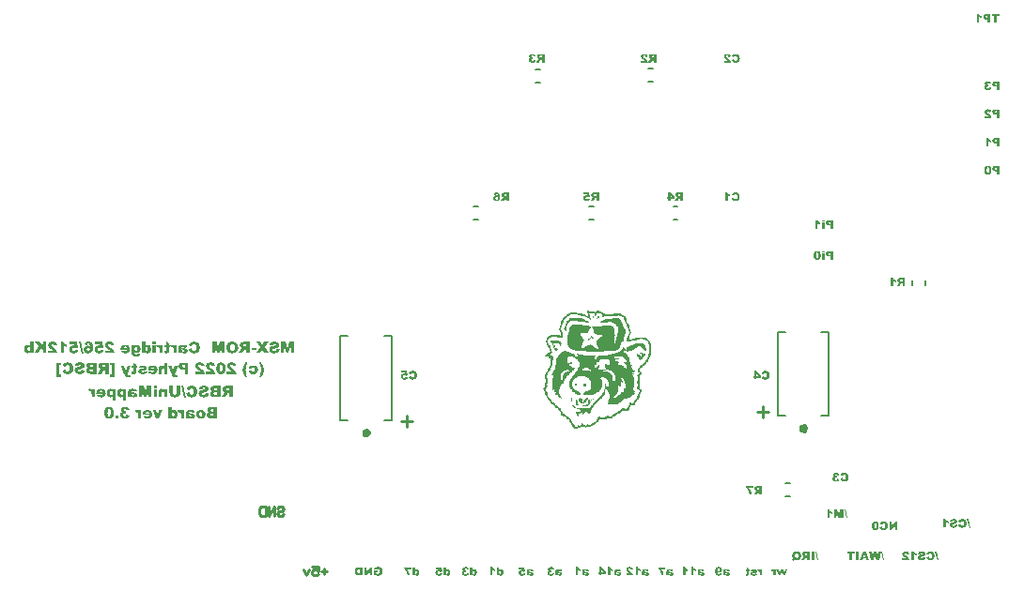
<source format=gbo>
G04*
G04 #@! TF.GenerationSoftware,Altium Limited,Altium Designer,19.0.7 (175)*
G04*
G04 Layer_Color=32896*
%FSLAX25Y25*%
%MOIN*%
G70*
G01*
G75*
%ADD10C,0.00787*%
%ADD22C,0.01575*%
%ADD46C,0.01000*%
G36*
X210951Y-118930D02*
X211447D01*
Y-119177D01*
X212190D01*
Y-119425D01*
X212934D01*
Y-119673D01*
X213430D01*
Y-119921D01*
Y-120169D01*
X216652D01*
Y-119921D01*
X219130D01*
Y-120169D01*
X219626D01*
Y-120417D01*
X220122D01*
Y-120665D01*
X220617D01*
Y-120913D01*
X220865D01*
Y-121160D01*
Y-121408D01*
X221113D01*
Y-121656D01*
Y-121904D01*
Y-122152D01*
X221361D01*
Y-122400D01*
Y-122648D01*
Y-122895D01*
Y-123143D01*
X221609D01*
Y-123391D01*
X221857D01*
Y-123639D01*
Y-123887D01*
X222105D01*
Y-124135D01*
Y-124382D01*
X222352D01*
Y-124630D01*
Y-124878D01*
Y-125126D01*
Y-125374D01*
X222600D01*
Y-125622D01*
Y-125870D01*
Y-126117D01*
Y-126365D01*
X222848D01*
Y-126613D01*
Y-126861D01*
X222600D01*
Y-127109D01*
Y-127357D01*
Y-127605D01*
X222352D01*
Y-127852D01*
Y-128100D01*
Y-128348D01*
X222105D01*
Y-128596D01*
Y-128844D01*
Y-129092D01*
X223096D01*
Y-128844D01*
X224087D01*
Y-128596D01*
X225079D01*
Y-128348D01*
X227805D01*
Y-128596D01*
X228301D01*
Y-128844D01*
X228549D01*
Y-129092D01*
X229045D01*
Y-129340D01*
Y-129587D01*
X229292D01*
Y-129835D01*
X229540D01*
Y-130083D01*
Y-130331D01*
X229788D01*
Y-130579D01*
Y-130827D01*
Y-131075D01*
X230036D01*
Y-131322D01*
Y-131570D01*
Y-131818D01*
Y-132066D01*
Y-132314D01*
Y-132562D01*
Y-132809D01*
Y-133057D01*
Y-133305D01*
Y-133553D01*
Y-133801D01*
X229788D01*
Y-134049D01*
Y-134297D01*
Y-134545D01*
Y-134792D01*
X229540D01*
Y-135040D01*
Y-135288D01*
Y-135536D01*
X229292D01*
Y-135784D01*
Y-136032D01*
X229045D01*
Y-136279D01*
Y-136527D01*
Y-136775D01*
X228797D01*
Y-137023D01*
X228549D01*
Y-137271D01*
X228301D01*
Y-137519D01*
Y-137767D01*
X228053D01*
Y-138014D01*
X227805D01*
Y-138262D01*
X227557D01*
Y-138510D01*
X227062D01*
Y-138758D01*
X226814D01*
Y-139006D01*
X226318D01*
Y-139254D01*
Y-139502D01*
X226070D01*
Y-139749D01*
Y-139997D01*
Y-140245D01*
Y-140493D01*
X226318D01*
Y-140741D01*
X226566D01*
Y-140989D01*
Y-141237D01*
Y-141484D01*
X226318D01*
Y-141732D01*
X225822D01*
Y-141980D01*
Y-142228D01*
X226070D01*
Y-142476D01*
Y-142724D01*
Y-142972D01*
Y-143219D01*
Y-143467D01*
Y-143715D01*
X225822D01*
Y-143963D01*
Y-144211D01*
Y-144459D01*
Y-144706D01*
X226070D01*
Y-144954D01*
Y-145202D01*
Y-145450D01*
Y-145698D01*
Y-145946D01*
X225822D01*
Y-146194D01*
Y-146441D01*
X226070D01*
Y-146689D01*
X226318D01*
Y-146937D01*
X226566D01*
Y-147185D01*
Y-147433D01*
Y-147681D01*
Y-147929D01*
X226318D01*
Y-148177D01*
Y-148424D01*
X226070D01*
Y-148672D01*
Y-148920D01*
X225822D01*
Y-149168D01*
Y-149416D01*
Y-149664D01*
Y-149911D01*
X225574D01*
Y-150159D01*
Y-150407D01*
X225327D01*
Y-150655D01*
X225079D01*
Y-150903D01*
X224831D01*
Y-151151D01*
X224583D01*
Y-151399D01*
X224335D01*
Y-151646D01*
Y-151894D01*
X224087D01*
Y-152142D01*
Y-152390D01*
X223592D01*
Y-152638D01*
X222600D01*
Y-152886D01*
Y-153134D01*
X222352D01*
Y-153381D01*
Y-153629D01*
Y-153877D01*
X222105D01*
Y-154125D01*
X221857D01*
Y-154373D01*
X221361D01*
Y-154621D01*
X220617D01*
Y-154373D01*
X219874D01*
Y-154621D01*
X219626D01*
Y-154869D01*
X219130D01*
Y-155116D01*
X218882D01*
Y-155364D01*
X218387D01*
Y-155612D01*
X217891D01*
Y-155860D01*
X217643D01*
Y-156108D01*
X217147D01*
Y-156356D01*
X216900D01*
Y-156604D01*
X216404D01*
Y-156851D01*
X216156D01*
Y-157099D01*
X214669D01*
Y-156851D01*
X214421D01*
Y-157099D01*
X214173D01*
Y-157347D01*
X213678D01*
Y-157595D01*
X211943D01*
Y-157347D01*
X211447D01*
Y-157595D01*
Y-157843D01*
X211199D01*
Y-158091D01*
Y-158338D01*
X210951D01*
Y-158586D01*
X210703D01*
Y-158834D01*
X210208D01*
Y-159082D01*
X209960D01*
Y-159330D01*
X209464D01*
Y-159578D01*
X209216D01*
Y-159826D01*
X208720D01*
Y-160073D01*
X207481D01*
Y-160321D01*
X206985D01*
Y-160569D01*
X206490D01*
Y-160321D01*
X205994D01*
Y-160073D01*
X205498D01*
Y-160321D01*
X205003D01*
Y-160569D01*
X204011D01*
Y-160817D01*
X202524D01*
Y-160569D01*
X202276D01*
Y-160321D01*
Y-160073D01*
X202028D01*
Y-159826D01*
Y-159578D01*
X201781D01*
Y-159330D01*
X201533D01*
Y-159082D01*
Y-158834D01*
X201285D01*
Y-158586D01*
X201037D01*
Y-158338D01*
Y-158091D01*
X200789D01*
Y-157843D01*
Y-157595D01*
X200541D01*
Y-157347D01*
X200045D01*
Y-157099D01*
X199798D01*
Y-156851D01*
X199550D01*
Y-156604D01*
X199054D01*
Y-156356D01*
X198558D01*
Y-156108D01*
X198063D01*
Y-155860D01*
Y-155612D01*
Y-155364D01*
X197815D01*
Y-155116D01*
Y-154869D01*
X197567D01*
Y-154621D01*
Y-154373D01*
X197319D01*
Y-154125D01*
X197071D01*
Y-153877D01*
X196823D01*
Y-153629D01*
X196575D01*
Y-153381D01*
X196080D01*
Y-153134D01*
X195832D01*
Y-152886D01*
X195584D01*
Y-152638D01*
X195336D01*
Y-152390D01*
X195088D01*
Y-152142D01*
X194593D01*
Y-151894D01*
X194345D01*
Y-151646D01*
X194097D01*
Y-151399D01*
Y-151151D01*
X193849D01*
Y-150903D01*
X193601D01*
Y-150655D01*
X193353D01*
Y-150407D01*
X193106D01*
Y-150159D01*
Y-149911D01*
X192858D01*
Y-149664D01*
Y-149416D01*
Y-149168D01*
X192610D01*
Y-148920D01*
Y-148672D01*
X192362D01*
Y-148424D01*
Y-148177D01*
Y-147929D01*
X192114D01*
Y-147681D01*
Y-147433D01*
X191866D01*
Y-147185D01*
Y-146937D01*
Y-146689D01*
X191619D01*
Y-146441D01*
X191866D01*
Y-146194D01*
X192114D01*
Y-145946D01*
X192362D01*
Y-145698D01*
Y-145450D01*
Y-145202D01*
Y-144954D01*
Y-144706D01*
Y-144459D01*
X192610D01*
Y-144211D01*
Y-143963D01*
Y-143715D01*
Y-143467D01*
Y-143219D01*
X192114D01*
Y-142972D01*
X191866D01*
Y-142724D01*
X192114D01*
Y-142476D01*
Y-142228D01*
Y-141980D01*
X192362D01*
Y-141732D01*
Y-141484D01*
X192610D01*
Y-141237D01*
Y-140989D01*
X192858D01*
Y-140741D01*
Y-140493D01*
X193106D01*
Y-140245D01*
Y-139997D01*
X193353D01*
Y-139749D01*
Y-139502D01*
X193601D01*
Y-139254D01*
Y-139006D01*
X193849D01*
Y-138758D01*
Y-138510D01*
X194097D01*
Y-138262D01*
Y-138014D01*
Y-137767D01*
Y-137519D01*
Y-137271D01*
Y-137023D01*
X194345D01*
Y-136775D01*
Y-136527D01*
Y-136279D01*
Y-136032D01*
Y-135784D01*
X193601D01*
Y-135536D01*
Y-135288D01*
X193106D01*
Y-135040D01*
X192362D01*
Y-134792D01*
X192610D01*
Y-134545D01*
X192858D01*
Y-134297D01*
X193106D01*
Y-134049D01*
X193353D01*
Y-133801D01*
X193849D01*
Y-133553D01*
X194097D01*
Y-133305D01*
Y-133057D01*
X193849D01*
Y-132809D01*
Y-132562D01*
Y-132314D01*
X193601D01*
Y-132066D01*
Y-131818D01*
X193353D01*
Y-131570D01*
X193106D01*
Y-131322D01*
Y-131075D01*
X192858D01*
Y-130827D01*
Y-130579D01*
Y-130331D01*
Y-130083D01*
X192610D01*
Y-129835D01*
Y-129587D01*
Y-129340D01*
X192858D01*
Y-129092D01*
Y-128844D01*
Y-128596D01*
X193106D01*
Y-128348D01*
X193353D01*
Y-128100D01*
X193601D01*
Y-127852D01*
X194097D01*
Y-127605D01*
X194841D01*
Y-127357D01*
X195832D01*
Y-127605D01*
X197567D01*
Y-127852D01*
X197815D01*
Y-127605D01*
X198063D01*
Y-127357D01*
Y-127109D01*
Y-126861D01*
X197815D01*
Y-126613D01*
Y-126365D01*
X197567D01*
Y-126117D01*
Y-125870D01*
X197319D01*
Y-125622D01*
Y-125374D01*
Y-125126D01*
X197567D01*
Y-124878D01*
Y-124630D01*
Y-124382D01*
Y-124135D01*
X197815D01*
Y-123887D01*
Y-123639D01*
Y-123391D01*
X198063D01*
Y-123143D01*
Y-122895D01*
Y-122648D01*
Y-122400D01*
X198310D01*
Y-122152D01*
X198558D01*
Y-121904D01*
Y-121656D01*
X198806D01*
Y-121408D01*
X199054D01*
Y-121160D01*
X199302D01*
Y-120913D01*
X199550D01*
Y-120665D01*
X199798D01*
Y-120417D01*
X200045D01*
Y-120169D01*
X200541D01*
Y-119921D01*
X200789D01*
Y-119673D01*
X201285D01*
Y-119425D01*
X203516D01*
Y-119673D01*
X204507D01*
Y-119921D01*
X205746D01*
Y-120169D01*
X206490D01*
Y-120417D01*
X206985D01*
Y-120665D01*
X207481D01*
Y-120417D01*
Y-120169D01*
Y-119921D01*
Y-119673D01*
X207233D01*
Y-119425D01*
Y-119177D01*
Y-118930D01*
X207977D01*
Y-119177D01*
X209960D01*
Y-119425D01*
X210208D01*
Y-119177D01*
X210455D01*
Y-118930D01*
X210703D01*
Y-118682D01*
X210951D01*
Y-118930D01*
D02*
G37*
G36*
X54168Y-130720D02*
X53060D01*
Y-129962D01*
X54168D01*
Y-130720D01*
D02*
G37*
G36*
X92856Y-131879D02*
X94234Y-133957D01*
X92856D01*
X92069Y-132674D01*
X91274Y-133957D01*
X89889D01*
X91252Y-131901D01*
X90006Y-129962D01*
X91354D01*
X92047Y-131194D01*
X92747Y-129962D01*
X94110D01*
X92856Y-131879D01*
D02*
G37*
G36*
X38013Y-129903D02*
X38188Y-129918D01*
X38342Y-129940D01*
X38465Y-129969D01*
X38568Y-129998D01*
X38640Y-130020D01*
X38684Y-130035D01*
X38691Y-130042D01*
X38699D01*
X38815Y-130100D01*
X38910Y-130166D01*
X38998Y-130231D01*
X39063Y-130297D01*
X39121Y-130355D01*
X39165Y-130399D01*
X39187Y-130428D01*
X39194Y-130443D01*
X39253Y-130552D01*
X39304Y-130669D01*
X39340Y-130786D01*
X39377Y-130902D01*
X39399Y-131011D01*
X39413Y-131092D01*
X39420Y-131128D01*
X39428Y-131150D01*
Y-131165D01*
Y-131172D01*
X38312Y-131259D01*
X38291Y-131143D01*
X38269Y-131048D01*
X38239Y-130968D01*
X38210Y-130902D01*
X38181Y-130851D01*
X38159Y-130815D01*
X38145Y-130800D01*
X38137Y-130793D01*
X38079Y-130749D01*
X38021Y-130713D01*
X37962Y-130691D01*
X37911Y-130669D01*
X37860Y-130662D01*
X37824Y-130654D01*
X37788D01*
X37715Y-130662D01*
X37649Y-130676D01*
X37591Y-130698D01*
X37540Y-130720D01*
X37496Y-130742D01*
X37467Y-130764D01*
X37452Y-130778D01*
X37445Y-130786D01*
X37401Y-130837D01*
X37365Y-130888D01*
X37343Y-130939D01*
X37321Y-130990D01*
X37314Y-131033D01*
X37306Y-131070D01*
Y-131092D01*
Y-131099D01*
X37314Y-131165D01*
X37328Y-131223D01*
X37350Y-131289D01*
X37372Y-131340D01*
X37401Y-131391D01*
X37423Y-131427D01*
X37437Y-131449D01*
X37445Y-131456D01*
X37474Y-131493D01*
X37510Y-131536D01*
X37598Y-131624D01*
X37707Y-131711D01*
X37809Y-131806D01*
X37911Y-131886D01*
X37992Y-131952D01*
X38028Y-131974D01*
X38050Y-131996D01*
X38065Y-132003D01*
X38072Y-132010D01*
X38218Y-132120D01*
X38349Y-132222D01*
X38473Y-132324D01*
X38582Y-132419D01*
X38684Y-132513D01*
X38772Y-132594D01*
X38852Y-132674D01*
X38917Y-132747D01*
X38976Y-132812D01*
X39034Y-132870D01*
X39070Y-132922D01*
X39107Y-132958D01*
X39136Y-132994D01*
X39151Y-133016D01*
X39158Y-133031D01*
X39165Y-133038D01*
X39260Y-133198D01*
X39340Y-133366D01*
X39399Y-133519D01*
X39442Y-133658D01*
X39479Y-133782D01*
X39486Y-133833D01*
X39493Y-133877D01*
X39501Y-133906D01*
X39508Y-133935D01*
Y-133949D01*
Y-133957D01*
X36169D01*
Y-133053D01*
X37911D01*
X37802Y-132958D01*
X37722Y-132878D01*
X37693Y-132856D01*
X37671Y-132834D01*
X37656Y-132827D01*
X37649Y-132819D01*
X37598Y-132776D01*
X37532Y-132725D01*
X37452Y-132674D01*
X37379Y-132623D01*
X37306Y-132572D01*
X37248Y-132528D01*
X37211Y-132499D01*
X37197Y-132491D01*
X37095Y-132419D01*
X37000Y-132346D01*
X36913Y-132273D01*
X36832Y-132207D01*
X36767Y-132141D01*
X36701Y-132083D01*
X36592Y-131974D01*
X36512Y-131886D01*
X36461Y-131821D01*
X36424Y-131777D01*
X36417Y-131762D01*
X36344Y-131639D01*
X36293Y-131515D01*
X36249Y-131391D01*
X36227Y-131289D01*
X36213Y-131194D01*
X36198Y-131121D01*
Y-131099D01*
Y-131077D01*
Y-131070D01*
Y-131063D01*
X36206Y-130939D01*
X36227Y-130822D01*
X36257Y-130713D01*
X36293Y-130625D01*
X36329Y-130545D01*
X36359Y-130494D01*
X36380Y-130457D01*
X36388Y-130443D01*
X36461Y-130348D01*
X36548Y-130261D01*
X36636Y-130195D01*
X36716Y-130137D01*
X36789Y-130093D01*
X36854Y-130057D01*
X36891Y-130042D01*
X36898Y-130035D01*
X36905D01*
X37037Y-129991D01*
X37182Y-129955D01*
X37336Y-129933D01*
X37481Y-129911D01*
X37613Y-129903D01*
X37671D01*
X37722Y-129896D01*
X37817D01*
X38013Y-129903D01*
D02*
G37*
G36*
X17835D02*
X18010Y-129918D01*
X18163Y-129940D01*
X18287Y-129969D01*
X18389Y-129998D01*
X18462Y-130020D01*
X18505Y-130035D01*
X18513Y-130042D01*
X18520D01*
X18637Y-130100D01*
X18731Y-130166D01*
X18819Y-130231D01*
X18884Y-130297D01*
X18943Y-130355D01*
X18986Y-130399D01*
X19008Y-130428D01*
X19016Y-130443D01*
X19074Y-130552D01*
X19125Y-130669D01*
X19162Y-130786D01*
X19198Y-130902D01*
X19220Y-131011D01*
X19234Y-131092D01*
X19242Y-131128D01*
X19249Y-131150D01*
Y-131165D01*
Y-131172D01*
X18134Y-131259D01*
X18112Y-131143D01*
X18090Y-131048D01*
X18061Y-130968D01*
X18032Y-130902D01*
X18002Y-130851D01*
X17980Y-130815D01*
X17966Y-130800D01*
X17959Y-130793D01*
X17900Y-130749D01*
X17842Y-130713D01*
X17784Y-130691D01*
X17733Y-130669D01*
X17682Y-130662D01*
X17645Y-130654D01*
X17609D01*
X17536Y-130662D01*
X17470Y-130676D01*
X17412Y-130698D01*
X17361Y-130720D01*
X17317Y-130742D01*
X17288Y-130764D01*
X17273Y-130778D01*
X17266Y-130786D01*
X17222Y-130837D01*
X17186Y-130888D01*
X17164Y-130939D01*
X17142Y-130990D01*
X17135Y-131033D01*
X17128Y-131070D01*
Y-131092D01*
Y-131099D01*
X17135Y-131165D01*
X17150Y-131223D01*
X17171Y-131289D01*
X17193Y-131340D01*
X17222Y-131391D01*
X17244Y-131427D01*
X17259Y-131449D01*
X17266Y-131456D01*
X17295Y-131493D01*
X17332Y-131536D01*
X17419Y-131624D01*
X17529Y-131711D01*
X17631Y-131806D01*
X17733Y-131886D01*
X17813Y-131952D01*
X17849Y-131974D01*
X17871Y-131996D01*
X17886Y-132003D01*
X17893Y-132010D01*
X18039Y-132120D01*
X18170Y-132222D01*
X18294Y-132324D01*
X18403Y-132419D01*
X18505Y-132513D01*
X18593Y-132594D01*
X18673Y-132674D01*
X18739Y-132747D01*
X18797Y-132812D01*
X18855Y-132870D01*
X18892Y-132922D01*
X18928Y-132958D01*
X18957Y-132994D01*
X18972Y-133016D01*
X18979Y-133031D01*
X18986Y-133038D01*
X19081Y-133198D01*
X19162Y-133366D01*
X19220Y-133519D01*
X19264Y-133658D01*
X19300Y-133782D01*
X19307Y-133833D01*
X19315Y-133877D01*
X19322Y-133906D01*
X19329Y-133935D01*
Y-133949D01*
Y-133957D01*
X15990Y-133957D01*
Y-133053D01*
X17733Y-133053D01*
X17623Y-132958D01*
X17543Y-132878D01*
X17514Y-132856D01*
X17492Y-132834D01*
X17478Y-132827D01*
X17470Y-132819D01*
X17419Y-132776D01*
X17354Y-132725D01*
X17273Y-132674D01*
X17200Y-132623D01*
X17128Y-132572D01*
X17069Y-132528D01*
X17033Y-132499D01*
X17018Y-132491D01*
X16916Y-132419D01*
X16821Y-132346D01*
X16734Y-132273D01*
X16654Y-132207D01*
X16588Y-132141D01*
X16522Y-132083D01*
X16413Y-131974D01*
X16333Y-131886D01*
X16282Y-131821D01*
X16246Y-131777D01*
X16238Y-131762D01*
X16165Y-131639D01*
X16114Y-131515D01*
X16071Y-131391D01*
X16049Y-131289D01*
X16034Y-131194D01*
X16019Y-131121D01*
Y-131099D01*
Y-131077D01*
Y-131070D01*
Y-131063D01*
X16027Y-130939D01*
X16049Y-130822D01*
X16078Y-130713D01*
X16114Y-130625D01*
X16151Y-130545D01*
X16180Y-130494D01*
X16202Y-130457D01*
X16209Y-130443D01*
X16282Y-130348D01*
X16369Y-130261D01*
X16457Y-130195D01*
X16537Y-130137D01*
X16610Y-130093D01*
X16676Y-130057D01*
X16712Y-130042D01*
X16719Y-130035D01*
X16727D01*
X16858Y-129991D01*
X17004Y-129955D01*
X17157Y-129933D01*
X17303Y-129911D01*
X17434Y-129903D01*
X17492D01*
X17543Y-129896D01*
X17638D01*
X17835Y-129903D01*
D02*
G37*
G36*
X10756Y-133957D02*
X9721D01*
Y-133534D01*
X9641Y-133629D01*
X9568Y-133702D01*
X9495Y-133767D01*
X9437Y-133818D01*
X9386Y-133855D01*
X9349Y-133877D01*
X9327Y-133891D01*
X9320Y-133898D01*
X9225Y-133942D01*
X9138Y-133971D01*
X9043Y-133993D01*
X8963Y-134008D01*
X8890Y-134015D01*
X8839Y-134022D01*
X8788D01*
X8664Y-134015D01*
X8547Y-133993D01*
X8438Y-133964D01*
X8350Y-133935D01*
X8270Y-133906D01*
X8219Y-133877D01*
X8183Y-133855D01*
X8168Y-133847D01*
X8066Y-133774D01*
X7986Y-133687D01*
X7906Y-133599D01*
X7847Y-133512D01*
X7796Y-133432D01*
X7760Y-133366D01*
X7738Y-133323D01*
X7731Y-133315D01*
Y-133308D01*
X7680Y-133169D01*
X7636Y-133024D01*
X7607Y-132885D01*
X7592Y-132754D01*
X7578Y-132637D01*
Y-132594D01*
X7570Y-132550D01*
Y-132513D01*
Y-132491D01*
Y-132477D01*
Y-132470D01*
X7578Y-132338D01*
X7585Y-132222D01*
X7600Y-132105D01*
X7621Y-132003D01*
X7651Y-131901D01*
X7680Y-131813D01*
X7709Y-131733D01*
X7745Y-131660D01*
X7774Y-131595D01*
X7811Y-131544D01*
X7840Y-131493D01*
X7862Y-131456D01*
X7891Y-131420D01*
X7906Y-131398D01*
X7913Y-131391D01*
X7920Y-131383D01*
X7986Y-131318D01*
X8059Y-131252D01*
X8124Y-131201D01*
X8205Y-131157D01*
X8350Y-131092D01*
X8489Y-131048D01*
X8606Y-131019D01*
X8664Y-131012D01*
X8708Y-131004D01*
X8744Y-130997D01*
X8890D01*
X8977Y-131012D01*
X9058Y-131026D01*
X9123Y-131041D01*
X9182Y-131055D01*
X9225Y-131070D01*
X9254Y-131077D01*
X9262Y-131084D01*
X9335Y-131121D01*
X9408Y-131165D01*
X9473Y-131208D01*
X9524Y-131245D01*
X9568Y-131289D01*
X9604Y-131318D01*
X9626Y-131340D01*
X9634Y-131347D01*
Y-129962D01*
X10756D01*
Y-133957D01*
D02*
G37*
G36*
X35601Y-132112D02*
X34660Y-132251D01*
X34609Y-132200D01*
X34565Y-132156D01*
X34521Y-132120D01*
X34485Y-132090D01*
X34456Y-132069D01*
X34434Y-132054D01*
X34420Y-132039D01*
X34412D01*
X34354Y-132010D01*
X34295Y-131996D01*
X34201Y-131966D01*
X34157D01*
X34128Y-131959D01*
X34099D01*
X34011Y-131966D01*
X33924Y-131988D01*
X33858Y-132010D01*
X33800Y-132039D01*
X33749Y-132076D01*
X33720Y-132098D01*
X33698Y-132120D01*
X33691Y-132127D01*
X33639Y-132200D01*
X33603Y-132280D01*
X33574Y-132368D01*
X33559Y-132455D01*
X33545Y-132528D01*
X33537Y-132594D01*
Y-132637D01*
Y-132644D01*
Y-132652D01*
X33545Y-132776D01*
X33559Y-132878D01*
X33588Y-132965D01*
X33610Y-133038D01*
X33639Y-133097D01*
X33669Y-133133D01*
X33683Y-133162D01*
X33691Y-133169D01*
X33749Y-133228D01*
X33814Y-133271D01*
X33880Y-133301D01*
X33938Y-133323D01*
X33997Y-133337D01*
X34040Y-133344D01*
X34077D01*
X34150Y-133337D01*
X34223Y-133323D01*
X34288Y-133301D01*
X34339Y-133271D01*
X34383Y-133250D01*
X34412Y-133228D01*
X34434Y-133213D01*
X34441Y-133206D01*
X34492Y-133148D01*
X34529Y-133082D01*
X34565Y-133016D01*
X34587Y-132951D01*
X34602Y-132892D01*
X34616Y-132841D01*
X34624Y-132812D01*
Y-132798D01*
X35746Y-132922D01*
X35717Y-133024D01*
X35681Y-133118D01*
X35651Y-133198D01*
X35615Y-133264D01*
X35593Y-133323D01*
X35571Y-133359D01*
X35557Y-133388D01*
X35549Y-133395D01*
X35447Y-133527D01*
X35396Y-133585D01*
X35345Y-133629D01*
X35294Y-133672D01*
X35258Y-133702D01*
X35236Y-133723D01*
X35229Y-133731D01*
X35068Y-133826D01*
X34988Y-133862D01*
X34908Y-133891D01*
X34842Y-133920D01*
X34791Y-133935D01*
X34762Y-133942D01*
X34747Y-133949D01*
X34638Y-133971D01*
X34521Y-133993D01*
X34405Y-134008D01*
X34303Y-134015D01*
X34208D01*
X34135Y-134022D01*
X34070D01*
X33873Y-134015D01*
X33698Y-133993D01*
X33537Y-133964D01*
X33406Y-133928D01*
X33304Y-133898D01*
X33260Y-133884D01*
X33231Y-133869D01*
X33202Y-133855D01*
X33180Y-133847D01*
X33173Y-133840D01*
X33166D01*
X33042Y-133760D01*
X32932Y-133672D01*
X32838Y-133585D01*
X32757Y-133497D01*
X32699Y-133417D01*
X32655Y-133352D01*
X32626Y-133308D01*
X32619Y-133301D01*
Y-133293D01*
X32553Y-133162D01*
X32502Y-133024D01*
X32473Y-132900D01*
X32444Y-132790D01*
X32429Y-132688D01*
X32422Y-132615D01*
Y-132586D01*
Y-132564D01*
Y-132557D01*
Y-132550D01*
X32429Y-132448D01*
X32437Y-132353D01*
X32480Y-132178D01*
X32539Y-132018D01*
X32612Y-131886D01*
X32684Y-131784D01*
X32714Y-131740D01*
X32743Y-131704D01*
X32765Y-131675D01*
X32787Y-131653D01*
X32794Y-131646D01*
X32801Y-131639D01*
X32874Y-131573D01*
X32947Y-131515D01*
X33027Y-131471D01*
X33107Y-131427D01*
X33268Y-131361D01*
X33428Y-131318D01*
X33559Y-131296D01*
X33618Y-131281D01*
X33669D01*
X33712Y-131274D01*
X33771D01*
X33902Y-131281D01*
X33960Y-131289D01*
X34011Y-131296D01*
X34062Y-131303D01*
X34099Y-131310D01*
X34121Y-131318D01*
X34128D01*
X34259Y-131354D01*
X34325Y-131376D01*
X34383Y-131398D01*
X34427Y-131420D01*
X34470Y-131434D01*
X34492Y-131442D01*
X34500Y-131449D01*
X34405Y-130851D01*
X32612D01*
Y-129962D01*
X35250D01*
X35601Y-132112D01*
D02*
G37*
G36*
X26597D02*
X25657Y-132251D01*
X25606Y-132200D01*
X25562Y-132156D01*
X25518Y-132120D01*
X25482Y-132090D01*
X25453Y-132069D01*
X25431Y-132054D01*
X25416Y-132039D01*
X25409D01*
X25351Y-132010D01*
X25292Y-131996D01*
X25198Y-131966D01*
X25154D01*
X25125Y-131959D01*
X25096D01*
X25008Y-131966D01*
X24921Y-131988D01*
X24855Y-132010D01*
X24797Y-132039D01*
X24746Y-132076D01*
X24716Y-132098D01*
X24695Y-132120D01*
X24687Y-132127D01*
X24636Y-132200D01*
X24600Y-132280D01*
X24571Y-132368D01*
X24556Y-132455D01*
X24542Y-132528D01*
X24534Y-132594D01*
Y-132637D01*
Y-132644D01*
Y-132652D01*
X24542Y-132776D01*
X24556Y-132878D01*
X24585Y-132965D01*
X24607Y-133038D01*
X24636Y-133097D01*
X24666Y-133133D01*
X24680Y-133162D01*
X24687Y-133169D01*
X24746Y-133228D01*
X24811Y-133271D01*
X24877Y-133301D01*
X24935Y-133323D01*
X24994Y-133337D01*
X25037Y-133344D01*
X25074D01*
X25147Y-133337D01*
X25220Y-133323D01*
X25285Y-133301D01*
X25336Y-133271D01*
X25380Y-133250D01*
X25409Y-133228D01*
X25431Y-133213D01*
X25438Y-133206D01*
X25489Y-133148D01*
X25526Y-133082D01*
X25562Y-133016D01*
X25584Y-132951D01*
X25599Y-132892D01*
X25613Y-132841D01*
X25620Y-132812D01*
Y-132798D01*
X26743Y-132922D01*
X26714Y-133024D01*
X26678Y-133118D01*
X26648Y-133198D01*
X26612Y-133264D01*
X26590Y-133323D01*
X26568Y-133359D01*
X26554Y-133388D01*
X26546Y-133395D01*
X26444Y-133527D01*
X26393Y-133585D01*
X26342Y-133629D01*
X26291Y-133672D01*
X26255Y-133702D01*
X26233Y-133723D01*
X26226Y-133731D01*
X26065Y-133826D01*
X25985Y-133862D01*
X25905Y-133891D01*
X25839Y-133920D01*
X25788Y-133935D01*
X25759Y-133942D01*
X25744Y-133949D01*
X25635Y-133971D01*
X25518Y-133993D01*
X25402Y-134008D01*
X25300Y-134015D01*
X25205D01*
X25132Y-134022D01*
X25066D01*
X24870Y-134015D01*
X24695Y-133993D01*
X24534Y-133964D01*
X24403Y-133928D01*
X24301Y-133898D01*
X24257Y-133884D01*
X24228Y-133869D01*
X24199Y-133855D01*
X24177Y-133847D01*
X24170Y-133840D01*
X24162D01*
X24038Y-133760D01*
X23929Y-133672D01*
X23834Y-133585D01*
X23754Y-133497D01*
X23696Y-133417D01*
X23652Y-133352D01*
X23623Y-133308D01*
X23616Y-133301D01*
Y-133293D01*
X23550Y-133162D01*
X23499Y-133024D01*
X23470Y-132900D01*
X23441Y-132790D01*
X23426Y-132688D01*
X23419Y-132615D01*
Y-132586D01*
Y-132564D01*
Y-132557D01*
Y-132550D01*
X23426Y-132448D01*
X23433Y-132353D01*
X23477Y-132178D01*
X23536Y-132018D01*
X23608Y-131886D01*
X23681Y-131784D01*
X23710Y-131740D01*
X23740Y-131704D01*
X23762Y-131675D01*
X23783Y-131653D01*
X23791Y-131646D01*
X23798Y-131639D01*
X23871Y-131573D01*
X23944Y-131515D01*
X24024Y-131471D01*
X24104Y-131427D01*
X24264Y-131361D01*
X24425Y-131318D01*
X24556Y-131296D01*
X24614Y-131281D01*
X24666D01*
X24709Y-131274D01*
X24768D01*
X24899Y-131281D01*
X24957Y-131289D01*
X25008Y-131296D01*
X25059Y-131303D01*
X25096Y-131310D01*
X25117Y-131318D01*
X25125D01*
X25256Y-131354D01*
X25322Y-131376D01*
X25380Y-131398D01*
X25424Y-131420D01*
X25467Y-131434D01*
X25489Y-131442D01*
X25497Y-131449D01*
X25402Y-130851D01*
X23608D01*
Y-129962D01*
X26247D01*
X26597Y-132112D01*
D02*
G37*
G36*
X15334Y-133957D02*
X14102D01*
Y-132987D01*
X13468Y-132324D01*
X12622Y-133957D01*
X11099D01*
X12630Y-131471D01*
X11164Y-129962D01*
X12812D01*
X14102Y-131478D01*
Y-129962D01*
X15334D01*
Y-133957D01*
D02*
G37*
G36*
X47680Y-131004D02*
X47775Y-131011D01*
X47942Y-131055D01*
X48088Y-131106D01*
X48212Y-131172D01*
X48314Y-131237D01*
X48387Y-131296D01*
X48409Y-131318D01*
X48431Y-131340D01*
X48438Y-131347D01*
X48445Y-131354D01*
X48504Y-131427D01*
X48548Y-131500D01*
X48628Y-131668D01*
X48686Y-131835D01*
X48722Y-132003D01*
X48752Y-132149D01*
X48759Y-132214D01*
Y-132273D01*
X48766Y-132317D01*
Y-132353D01*
Y-132375D01*
Y-132382D01*
X48759Y-132594D01*
X48730Y-132783D01*
X48686Y-132943D01*
X48642Y-133082D01*
X48620Y-133140D01*
X48599Y-133191D01*
X48577Y-133235D01*
X48555Y-133271D01*
X48540Y-133301D01*
X48526Y-133323D01*
X48518Y-133330D01*
Y-133337D01*
X48445Y-133424D01*
X48373Y-133505D01*
X48292Y-133570D01*
X48219Y-133629D01*
X48139Y-133680D01*
X48059Y-133716D01*
X47986Y-133753D01*
X47913Y-133774D01*
X47782Y-133811D01*
X47724Y-133826D01*
X47673Y-133833D01*
X47636Y-133840D01*
X47578D01*
X47469Y-133833D01*
X47366Y-133818D01*
X47272Y-133796D01*
X47184Y-133774D01*
X47119Y-133753D01*
X47060Y-133731D01*
X47031Y-133716D01*
X47017Y-133709D01*
X46958Y-133672D01*
X46900Y-133629D01*
X46842Y-133585D01*
X46791Y-133534D01*
X46747Y-133497D01*
X46718Y-133461D01*
X46696Y-133439D01*
X46689Y-133432D01*
Y-133869D01*
X46696Y-133979D01*
X46710Y-134066D01*
X46725Y-134139D01*
X46747Y-134205D01*
X46776Y-134248D01*
X46791Y-134277D01*
X46805Y-134299D01*
X46812Y-134307D01*
X46863Y-134350D01*
X46922Y-134379D01*
X46980Y-134409D01*
X47038Y-134423D01*
X47089Y-134431D01*
X47133Y-134438D01*
X47177D01*
X47243Y-134431D01*
X47301Y-134423D01*
X47352Y-134409D01*
X47396Y-134394D01*
X47432Y-134379D01*
X47461Y-134365D01*
X47476Y-134350D01*
X47483D01*
X47512Y-134321D01*
X47541Y-134292D01*
X47578Y-134226D01*
X47592Y-134197D01*
X47600Y-134168D01*
X47607Y-134153D01*
Y-134146D01*
X48686Y-134022D01*
Y-134081D01*
Y-134124D01*
Y-134161D01*
Y-134168D01*
X48679Y-134248D01*
X48671Y-134321D01*
X48635Y-134460D01*
X48584Y-134584D01*
X48526Y-134678D01*
X48467Y-134759D01*
X48416Y-134817D01*
X48380Y-134853D01*
X48365Y-134868D01*
X48300Y-134912D01*
X48219Y-134955D01*
X48132Y-134992D01*
X48037Y-135021D01*
X47840Y-135065D01*
X47644Y-135094D01*
X47549Y-135108D01*
X47454Y-135116D01*
X47374Y-135123D01*
X47301D01*
X47243Y-135130D01*
X47024D01*
X46900Y-135116D01*
X46783Y-135108D01*
X46681Y-135094D01*
X46601Y-135079D01*
X46543Y-135072D01*
X46506Y-135057D01*
X46492D01*
X46382Y-135028D01*
X46288Y-134992D01*
X46207Y-134963D01*
X46134Y-134926D01*
X46076Y-134890D01*
X46040Y-134861D01*
X46011Y-134846D01*
X46003Y-134839D01*
X45930Y-134781D01*
X45872Y-134715D01*
X45814Y-134642D01*
X45770Y-134584D01*
X45734Y-134525D01*
X45712Y-134482D01*
X45697Y-134445D01*
X45690Y-134438D01*
X45653Y-134343D01*
X45624Y-134256D01*
X45602Y-134168D01*
X45588Y-134088D01*
X45581Y-134022D01*
X45573Y-133971D01*
Y-133942D01*
Y-133928D01*
Y-133796D01*
Y-131063D01*
X46616D01*
Y-131493D01*
X46689Y-131398D01*
X46762Y-131325D01*
X46827Y-131259D01*
X46893Y-131201D01*
X46944Y-131165D01*
X46987Y-131135D01*
X47017Y-131121D01*
X47024Y-131114D01*
X47111Y-131077D01*
X47206Y-131048D01*
X47301Y-131026D01*
X47388Y-131011D01*
X47469Y-131004D01*
X47527Y-130997D01*
X47585D01*
X47680Y-131004D01*
D02*
G37*
G36*
X30403Y-129903D02*
X30541Y-129918D01*
X30672Y-129940D01*
X30796Y-129976D01*
X30906Y-130013D01*
X31008Y-130057D01*
X31102Y-130100D01*
X31190Y-130144D01*
X31263Y-130195D01*
X31328Y-130239D01*
X31387Y-130282D01*
X31438Y-130319D01*
X31474Y-130355D01*
X31496Y-130377D01*
X31511Y-130392D01*
X31518Y-130399D01*
X31598Y-130501D01*
X31664Y-130611D01*
X31730Y-130735D01*
X31780Y-130858D01*
X31824Y-130990D01*
X31861Y-131121D01*
X31912Y-131376D01*
X31934Y-131500D01*
X31948Y-131617D01*
X31956Y-131719D01*
X31963Y-131806D01*
X31970Y-131879D01*
Y-131930D01*
Y-131966D01*
Y-131981D01*
Y-132120D01*
X31963Y-132244D01*
X31948Y-132368D01*
X31934Y-132477D01*
X31919Y-132586D01*
X31904Y-132681D01*
X31883Y-132776D01*
X31861Y-132856D01*
X31846Y-132929D01*
X31824Y-132987D01*
X31810Y-133045D01*
X31788Y-133089D01*
X31780Y-133126D01*
X31766Y-133148D01*
X31759Y-133162D01*
Y-133169D01*
X31671Y-133323D01*
X31576Y-133461D01*
X31474Y-133570D01*
X31387Y-133658D01*
X31299Y-133731D01*
X31234Y-133782D01*
X31190Y-133811D01*
X31183Y-133818D01*
X31175D01*
X31030Y-133884D01*
X30869Y-133935D01*
X30709Y-133971D01*
X30556Y-133993D01*
X30425Y-134008D01*
X30366Y-134015D01*
X30315Y-134022D01*
X30213D01*
X30038Y-134015D01*
X29878Y-134000D01*
X29732Y-133971D01*
X29615Y-133942D01*
X29521Y-133913D01*
X29448Y-133884D01*
X29404Y-133869D01*
X29389Y-133862D01*
X29273Y-133789D01*
X29163Y-133716D01*
X29076Y-133629D01*
X29003Y-133548D01*
X28945Y-133476D01*
X28901Y-133417D01*
X28872Y-133381D01*
X28864Y-133366D01*
X28799Y-133242D01*
X28755Y-133118D01*
X28719Y-132994D01*
X28697Y-132885D01*
X28682Y-132783D01*
X28675Y-132710D01*
Y-132681D01*
Y-132659D01*
Y-132652D01*
Y-132644D01*
X28682Y-132535D01*
X28690Y-132433D01*
X28733Y-132251D01*
X28792Y-132083D01*
X28857Y-131945D01*
X28894Y-131886D01*
X28930Y-131835D01*
X28959Y-131784D01*
X28988Y-131748D01*
X29010Y-131719D01*
X29032Y-131697D01*
X29039Y-131690D01*
X29047Y-131682D01*
X29120Y-131617D01*
X29193Y-131551D01*
X29265Y-131500D01*
X29346Y-131456D01*
X29499Y-131391D01*
X29645Y-131347D01*
X29768Y-131318D01*
X29820Y-131310D01*
X29871Y-131303D01*
X29907Y-131296D01*
X29958D01*
X30053Y-131303D01*
X30147Y-131310D01*
X30228Y-131325D01*
X30301Y-131347D01*
X30359Y-131369D01*
X30403Y-131383D01*
X30432Y-131391D01*
X30439Y-131398D01*
X30519Y-131434D01*
X30592Y-131485D01*
X30658Y-131536D01*
X30724Y-131580D01*
X30775Y-131624D01*
X30811Y-131660D01*
X30840Y-131690D01*
X30847Y-131697D01*
X30840Y-131580D01*
X30825Y-131478D01*
X30811Y-131383D01*
X30804Y-131296D01*
X30789Y-131216D01*
X30775Y-131150D01*
X30760Y-131092D01*
X30745Y-131033D01*
X30738Y-130990D01*
X30724Y-130953D01*
X30702Y-130902D01*
X30694Y-130866D01*
X30687Y-130858D01*
X30629Y-130764D01*
X30556Y-130698D01*
X30490Y-130647D01*
X30417Y-130618D01*
X30359Y-130596D01*
X30308Y-130589D01*
X30279Y-130581D01*
X30264D01*
X30213Y-130589D01*
X30162Y-130596D01*
X30082Y-130632D01*
X30053Y-130654D01*
X30031Y-130669D01*
X30024Y-130676D01*
X30016Y-130684D01*
X29980Y-130727D01*
X29951Y-130771D01*
X29900Y-130880D01*
X29885Y-130924D01*
X29871Y-130968D01*
X29863Y-130997D01*
Y-131004D01*
X28762Y-130873D01*
X28806Y-130756D01*
X28850Y-130647D01*
X28894Y-130560D01*
X28945Y-130479D01*
X28981Y-130421D01*
X29018Y-130370D01*
X29039Y-130341D01*
X29047Y-130334D01*
X29120Y-130261D01*
X29193Y-130195D01*
X29273Y-130137D01*
X29346Y-130093D01*
X29411Y-130057D01*
X29462Y-130035D01*
X29491Y-130020D01*
X29506Y-130013D01*
X29615Y-129976D01*
X29739Y-129947D01*
X29863Y-129925D01*
X29987Y-129911D01*
X30089Y-129903D01*
X30177Y-129896D01*
X30257D01*
X30403Y-129903D01*
D02*
G37*
G36*
X21443Y-130035D02*
X21523Y-130159D01*
X21604Y-130268D01*
X21684Y-130355D01*
X21757Y-130436D01*
X21815Y-130494D01*
X21851Y-130523D01*
X21859Y-130538D01*
X21866D01*
X21990Y-130632D01*
X22136Y-130713D01*
X22282Y-130786D01*
X22420Y-130851D01*
X22544Y-130902D01*
X22602Y-130924D01*
X22646Y-130946D01*
X22690Y-130953D01*
X22719Y-130968D01*
X22734Y-130975D01*
X22741D01*
Y-131879D01*
X22602Y-131835D01*
X22479Y-131799D01*
X22376Y-131755D01*
X22282Y-131719D01*
X22209Y-131690D01*
X22150Y-131668D01*
X22121Y-131653D01*
X22107Y-131646D01*
X22012Y-131595D01*
X21917Y-131536D01*
X21822Y-131478D01*
X21742Y-131427D01*
X21677Y-131376D01*
X21618Y-131340D01*
X21589Y-131310D01*
X21575Y-131303D01*
Y-133957D01*
X20452D01*
Y-129896D01*
X21370D01*
X21443Y-130035D01*
D02*
G37*
G36*
X64155Y-131004D02*
X64250Y-131011D01*
X64338Y-131019D01*
X64411Y-131033D01*
X64469Y-131041D01*
X64498Y-131048D01*
X64513D01*
X64607Y-131063D01*
X64688Y-131084D01*
X64761Y-131106D01*
X64819Y-131128D01*
X64863Y-131150D01*
X64899Y-131165D01*
X64921Y-131172D01*
X64928Y-131179D01*
X65001Y-131223D01*
X65067Y-131274D01*
X65125Y-131318D01*
X65169Y-131361D01*
X65205Y-131398D01*
X65234Y-131427D01*
X65249Y-131449D01*
X65256Y-131456D01*
X65293Y-131522D01*
X65329Y-131595D01*
X65358Y-131668D01*
X65380Y-131733D01*
X65402Y-131799D01*
X65409Y-131850D01*
X65424Y-131879D01*
Y-131894D01*
X64359Y-132003D01*
X64338Y-131937D01*
X64309Y-131886D01*
X64279Y-131843D01*
X64250Y-131806D01*
X64228Y-131777D01*
X64206Y-131762D01*
X64199Y-131748D01*
X64192D01*
X64134Y-131719D01*
X64068Y-131697D01*
X63937Y-131668D01*
X63878D01*
X63827Y-131660D01*
X63711D01*
X63645Y-131675D01*
X63594Y-131690D01*
X63558Y-131704D01*
X63521Y-131719D01*
X63499Y-131733D01*
X63492Y-131740D01*
X63485Y-131748D01*
X63456Y-131784D01*
X63434Y-131828D01*
X63405Y-131915D01*
Y-131959D01*
X63397Y-131996D01*
Y-132018D01*
Y-132025D01*
X63550Y-132083D01*
X63616Y-132105D01*
X63674Y-132127D01*
X63725Y-132141D01*
X63762Y-132156D01*
X63791Y-132163D01*
X63798D01*
X63835Y-132171D01*
X63886Y-132185D01*
X64002Y-132214D01*
X64134Y-132244D01*
X64272Y-132273D01*
X64396Y-132295D01*
X64454Y-132309D01*
X64505Y-132317D01*
X64549Y-132324D01*
X64578Y-132331D01*
X64600Y-132338D01*
X64607D01*
X64702Y-132360D01*
X64790Y-132382D01*
X64935Y-132433D01*
X65059Y-132484D01*
X65161Y-132535D01*
X65234Y-132579D01*
X65285Y-132615D01*
X65315Y-132644D01*
X65322Y-132652D01*
X65387Y-132732D01*
X65431Y-132827D01*
X65468Y-132914D01*
X65490Y-133002D01*
X65504Y-133075D01*
X65511Y-133133D01*
Y-133177D01*
Y-133184D01*
Y-133191D01*
X65497Y-133323D01*
X65468Y-133432D01*
X65431Y-133534D01*
X65380Y-133621D01*
X65329Y-133694D01*
X65293Y-133745D01*
X65263Y-133774D01*
X65249Y-133789D01*
X65140Y-133869D01*
X65008Y-133920D01*
X64877Y-133964D01*
X64753Y-133993D01*
X64636Y-134008D01*
X64586Y-134015D01*
X64542D01*
X64505Y-134022D01*
X64454D01*
X64316Y-134015D01*
X64185Y-134000D01*
X64068Y-133986D01*
X63966Y-133964D01*
X63886Y-133942D01*
X63820Y-133920D01*
X63784Y-133913D01*
X63769Y-133906D01*
X63689Y-133869D01*
X63616Y-133818D01*
X63543Y-133774D01*
X63477Y-133723D01*
X63419Y-133680D01*
X63375Y-133643D01*
X63346Y-133614D01*
X63339Y-133607D01*
X63324Y-133687D01*
X63310Y-133745D01*
X63302Y-133774D01*
Y-133789D01*
X63281Y-133840D01*
X63251Y-133891D01*
X63222Y-133935D01*
X63215Y-133949D01*
Y-133957D01*
X62173D01*
X62231Y-133840D01*
X62245Y-133789D01*
X62260Y-133745D01*
X62275Y-133709D01*
X62282Y-133687D01*
X62289Y-133672D01*
Y-133665D01*
X62296Y-133614D01*
X62304Y-133563D01*
X62311Y-133461D01*
Y-133417D01*
Y-133381D01*
Y-133352D01*
Y-133344D01*
Y-132069D01*
Y-131988D01*
X62326Y-131915D01*
X62340Y-131843D01*
X62355Y-131777D01*
X62369Y-131719D01*
X62384Y-131675D01*
X62391Y-131646D01*
X62398Y-131639D01*
X62428Y-131558D01*
X62464Y-131485D01*
X62501Y-131427D01*
X62537Y-131376D01*
X62566Y-131340D01*
X62595Y-131310D01*
X62610Y-131296D01*
X62617Y-131289D01*
X62697Y-131230D01*
X62785Y-131179D01*
X62865Y-131135D01*
X62945Y-131106D01*
X63018Y-131084D01*
X63077Y-131070D01*
X63113Y-131055D01*
X63127D01*
X63244Y-131033D01*
X63375Y-131019D01*
X63514Y-131011D01*
X63638Y-131004D01*
X63754Y-130997D01*
X64046D01*
X64155Y-131004D01*
D02*
G37*
G36*
X103150Y-133957D02*
X102136D01*
Y-130910D01*
X101364Y-133957D01*
X100445D01*
X99665Y-130910D01*
Y-133957D01*
X98652D01*
Y-129962D01*
X100277D01*
X100904Y-132397D01*
X101524Y-129962D01*
X103150D01*
Y-133957D01*
D02*
G37*
G36*
X78648D02*
X77635D01*
Y-130910D01*
X76862Y-133957D01*
X75943D01*
X75163Y-130910D01*
Y-133957D01*
X74150Y-133957D01*
Y-129962D01*
X75776Y-129962D01*
X76403Y-132397D01*
X77022Y-129962D01*
X78648D01*
Y-133957D01*
D02*
G37*
G36*
X89772Y-132929D02*
X88161D01*
Y-132069D01*
X89772D01*
Y-132929D01*
D02*
G37*
G36*
X67946Y-129903D02*
X68114Y-129918D01*
X68267Y-129947D01*
X68413Y-129976D01*
X68544Y-130020D01*
X68668Y-130064D01*
X68784Y-130115D01*
X68879Y-130159D01*
X68974Y-130210D01*
X69047Y-130261D01*
X69113Y-130304D01*
X69171Y-130348D01*
X69207Y-130377D01*
X69244Y-130406D01*
X69258Y-130421D01*
X69266Y-130428D01*
X69361Y-130530D01*
X69441Y-130647D01*
X69506Y-130764D01*
X69572Y-130888D01*
X69623Y-131019D01*
X69659Y-131143D01*
X69696Y-131267D01*
X69725Y-131391D01*
X69747Y-131507D01*
X69761Y-131609D01*
X69776Y-131704D01*
X69783Y-131792D01*
Y-131857D01*
X69791Y-131908D01*
Y-131937D01*
Y-131952D01*
X69776Y-132214D01*
X69761Y-132338D01*
X69747Y-132455D01*
X69718Y-132564D01*
X69696Y-132666D01*
X69667Y-132761D01*
X69638Y-132841D01*
X69616Y-132922D01*
X69586Y-132987D01*
X69557Y-133045D01*
X69535Y-133089D01*
X69521Y-133126D01*
X69506Y-133155D01*
X69492Y-133169D01*
Y-133177D01*
X69375Y-133344D01*
X69258Y-133483D01*
X69134Y-133592D01*
X69025Y-133687D01*
X68930Y-133753D01*
X68850Y-133804D01*
X68821Y-133818D01*
X68799Y-133833D01*
X68792Y-133840D01*
X68784D01*
X68617Y-133898D01*
X68442Y-133942D01*
X68260Y-133979D01*
X68092Y-134000D01*
X68012Y-134008D01*
X67939Y-134015D01*
X67881D01*
X67822Y-134022D01*
X67713D01*
X67523Y-134015D01*
X67348Y-134000D01*
X67195Y-133971D01*
X67071Y-133942D01*
X66969Y-133920D01*
X66889Y-133891D01*
X66867Y-133884D01*
X66845Y-133877D01*
X66838Y-133869D01*
X66831D01*
X66707Y-133804D01*
X66590Y-133731D01*
X66496Y-133658D01*
X66408Y-133585D01*
X66342Y-133512D01*
X66291Y-133461D01*
X66255Y-133424D01*
X66248Y-133410D01*
X66160Y-133286D01*
X66094Y-133162D01*
X66029Y-133038D01*
X65985Y-132914D01*
X65941Y-132812D01*
X65920Y-132725D01*
X65912Y-132695D01*
X65905Y-132674D01*
X65898Y-132659D01*
Y-132652D01*
X66977Y-132317D01*
X67013Y-132455D01*
X67057Y-132572D01*
X67101Y-132674D01*
X67144Y-132754D01*
X67181Y-132819D01*
X67217Y-132863D01*
X67239Y-132892D01*
X67246Y-132900D01*
X67319Y-132965D01*
X67407Y-133016D01*
X67494Y-133045D01*
X67582Y-133075D01*
X67662Y-133089D01*
X67728Y-133097D01*
X67786D01*
X67917Y-133089D01*
X68026Y-133060D01*
X68128Y-133024D01*
X68209Y-132973D01*
X68267Y-132929D01*
X68318Y-132892D01*
X68347Y-132863D01*
X68354Y-132856D01*
X68391Y-132805D01*
X68420Y-132747D01*
X68471Y-132608D01*
X68500Y-132455D01*
X68529Y-132309D01*
X68544Y-132171D01*
Y-132105D01*
X68551Y-132054D01*
Y-132010D01*
Y-131974D01*
Y-131952D01*
Y-131945D01*
X68544Y-131755D01*
X68522Y-131595D01*
X68500Y-131464D01*
X68464Y-131354D01*
X68435Y-131274D01*
X68413Y-131208D01*
X68391Y-131179D01*
X68384Y-131165D01*
X68340Y-131106D01*
X68296Y-131048D01*
X68194Y-130968D01*
X68085Y-130902D01*
X67983Y-130866D01*
X67888Y-130837D01*
X67808Y-130829D01*
X67786Y-130822D01*
X67677D01*
X67611Y-130837D01*
X67553Y-130844D01*
X67501Y-130858D01*
X67465Y-130873D01*
X67429Y-130888D01*
X67414Y-130895D01*
X67407Y-130902D01*
X67305Y-130968D01*
X67225Y-131041D01*
X67195Y-131070D01*
X67166Y-131099D01*
X67159Y-131114D01*
X67152Y-131121D01*
X67130Y-131157D01*
X67108Y-131194D01*
X67064Y-131281D01*
X67049Y-131318D01*
X67035Y-131354D01*
X67028Y-131376D01*
Y-131383D01*
X65934Y-131143D01*
X65978Y-131026D01*
X66022Y-130917D01*
X66073Y-130822D01*
X66124Y-130727D01*
X66175Y-130640D01*
X66233Y-130567D01*
X66284Y-130494D01*
X66335Y-130436D01*
X66386Y-130377D01*
X66430Y-130334D01*
X66474Y-130290D01*
X66510Y-130261D01*
X66539Y-130231D01*
X66561Y-130217D01*
X66576Y-130202D01*
X66583D01*
X66670Y-130151D01*
X66758Y-130100D01*
X66948Y-130027D01*
X67144Y-129969D01*
X67341Y-129933D01*
X67429Y-129918D01*
X67509Y-129911D01*
X67582Y-129903D01*
X67647D01*
X67698Y-129896D01*
X67771D01*
X67946Y-129903D01*
D02*
G37*
G36*
X58943Y-130538D02*
Y-131063D01*
X59351D01*
Y-131872D01*
X58943D01*
Y-132892D01*
X58936Y-133060D01*
X58929Y-133206D01*
X58914Y-133330D01*
X58899Y-133432D01*
X58885Y-133505D01*
X58870Y-133556D01*
X58856Y-133592D01*
Y-133599D01*
X58819Y-133672D01*
X58768Y-133738D01*
X58724Y-133796D01*
X58673Y-133840D01*
X58630Y-133877D01*
X58593Y-133898D01*
X58571Y-133913D01*
X58564Y-133920D01*
X58484Y-133957D01*
X58382Y-133979D01*
X58287Y-134000D01*
X58185Y-134008D01*
X58090Y-134015D01*
X58017Y-134022D01*
X57952D01*
X57813Y-134015D01*
X57682Y-134008D01*
X57551Y-133993D01*
X57434Y-133979D01*
X57332Y-133964D01*
X57252Y-133949D01*
X57223Y-133942D01*
X57201Y-133935D01*
X57179D01*
X57266Y-133169D01*
X57346Y-133191D01*
X57412Y-133206D01*
X57471Y-133220D01*
X57521Y-133228D01*
X57558D01*
X57587Y-133235D01*
X57609D01*
X57653Y-133228D01*
X57696Y-133220D01*
X57755Y-133191D01*
X57784Y-133162D01*
X57798Y-133148D01*
X57806Y-133118D01*
X57813Y-133082D01*
X57820Y-133002D01*
X57828Y-132965D01*
Y-132929D01*
Y-132907D01*
Y-132900D01*
Y-131872D01*
X57215D01*
Y-131063D01*
X57828D01*
Y-129962D01*
X58943Y-130538D01*
D02*
G37*
G36*
X43547Y-131004D02*
X43678Y-131011D01*
X43802Y-131033D01*
X43918Y-131063D01*
X44028Y-131092D01*
X44122Y-131128D01*
X44217Y-131172D01*
X44297Y-131208D01*
X44370Y-131245D01*
X44429Y-131289D01*
X44487Y-131325D01*
X44531Y-131354D01*
X44567Y-131383D01*
X44589Y-131398D01*
X44604Y-131412D01*
X44611Y-131420D01*
X44684Y-131500D01*
X44749Y-131587D01*
X44808Y-131675D01*
X44859Y-131770D01*
X44903Y-131865D01*
X44939Y-131952D01*
X44990Y-132127D01*
X45005Y-132207D01*
X45019Y-132280D01*
X45026Y-132353D01*
X45034Y-132411D01*
X45041Y-132455D01*
Y-132491D01*
Y-132513D01*
Y-132521D01*
X45034Y-132695D01*
X45005Y-132849D01*
X44975Y-132994D01*
X44932Y-133111D01*
X44895Y-133213D01*
X44859Y-133286D01*
X44851Y-133315D01*
X44837Y-133337D01*
X44830Y-133344D01*
Y-133352D01*
X44742Y-133476D01*
X44655Y-133578D01*
X44560Y-133665D01*
X44472Y-133738D01*
X44399Y-133789D01*
X44334Y-133833D01*
X44297Y-133855D01*
X44283Y-133862D01*
X44152Y-133913D01*
X44006Y-133957D01*
X43853Y-133986D01*
X43707Y-134000D01*
X43576Y-134015D01*
X43525D01*
X43474Y-134022D01*
X43255D01*
X43146Y-134015D01*
X43036Y-134008D01*
X42941Y-133993D01*
X42847Y-133979D01*
X42766Y-133964D01*
X42694Y-133942D01*
X42621Y-133928D01*
X42562Y-133913D01*
X42511Y-133891D01*
X42468Y-133877D01*
X42431Y-133862D01*
X42402Y-133847D01*
X42380Y-133840D01*
X42373Y-133833D01*
X42366D01*
X42234Y-133753D01*
X42118Y-133658D01*
X42016Y-133548D01*
X41928Y-133446D01*
X41855Y-133352D01*
X41797Y-133279D01*
X41782Y-133250D01*
X41768Y-133228D01*
X41753Y-133213D01*
Y-133206D01*
X42847Y-133104D01*
X42883Y-133155D01*
X42927Y-133191D01*
X42956Y-133228D01*
X42985Y-133250D01*
X43029Y-133286D01*
X43036Y-133293D01*
X43044D01*
X43102Y-133323D01*
X43153Y-133337D01*
X43248Y-133366D01*
X43291D01*
X43321Y-133373D01*
X43350D01*
X43444Y-133366D01*
X43525Y-133344D01*
X43598Y-133315D01*
X43656Y-133279D01*
X43707Y-133242D01*
X43743Y-133213D01*
X43765Y-133191D01*
X43773Y-133184D01*
X43809Y-133126D01*
X43838Y-133067D01*
X43882Y-132936D01*
X43896Y-132878D01*
X43904Y-132827D01*
X43911Y-132798D01*
Y-132783D01*
X41688D01*
Y-132659D01*
X41695Y-132455D01*
X41717Y-132273D01*
X41746Y-132120D01*
X41782Y-131981D01*
X41819Y-131879D01*
X41833Y-131835D01*
X41848Y-131799D01*
X41863Y-131770D01*
X41870Y-131748D01*
X41877Y-131740D01*
Y-131733D01*
X41957Y-131609D01*
X42045Y-131500D01*
X42132Y-131405D01*
X42227Y-131325D01*
X42307Y-131267D01*
X42373Y-131223D01*
X42417Y-131194D01*
X42424Y-131186D01*
X42431D01*
X42577Y-131121D01*
X42737Y-131077D01*
X42898Y-131041D01*
X43051Y-131019D01*
X43189Y-131004D01*
X43255D01*
X43306Y-130997D01*
X43408D01*
X43547Y-131004D01*
D02*
G37*
G36*
X87615Y-133957D02*
X86375D01*
Y-132338D01*
X86273D01*
X86208Y-132346D01*
X86149Y-132353D01*
X86098Y-132368D01*
X86054Y-132382D01*
X86018Y-132404D01*
X85989Y-132419D01*
X85974Y-132426D01*
X85967Y-132433D01*
X85931Y-132469D01*
X85887Y-132513D01*
X85814Y-132615D01*
X85785Y-132659D01*
X85763Y-132703D01*
X85748Y-132732D01*
X85741Y-132739D01*
X85078Y-133957D01*
X83678D01*
X84283Y-132805D01*
X84305Y-132768D01*
X84327Y-132732D01*
X84385Y-132644D01*
X84414Y-132615D01*
X84436Y-132586D01*
X84451Y-132564D01*
X84458Y-132557D01*
X84502Y-132499D01*
X84545Y-132455D01*
X84575Y-132419D01*
X84604Y-132389D01*
X84626Y-132368D01*
X84640Y-132353D01*
X84655Y-132346D01*
X84699Y-132316D01*
X84750Y-132295D01*
X84852Y-132244D01*
X84903Y-132229D01*
X84939Y-132214D01*
X84968Y-132200D01*
X84976D01*
X84881Y-132171D01*
X84793Y-132149D01*
X84720Y-132120D01*
X84655Y-132098D01*
X84611Y-132076D01*
X84575Y-132054D01*
X84553Y-132047D01*
X84545Y-132039D01*
X84458Y-131981D01*
X84378Y-131915D01*
X84312Y-131850D01*
X84254Y-131792D01*
X84210Y-131733D01*
X84174Y-131690D01*
X84159Y-131660D01*
X84152Y-131653D01*
X84101Y-131558D01*
X84064Y-131456D01*
X84043Y-131361D01*
X84021Y-131274D01*
X84013Y-131194D01*
X84006Y-131135D01*
Y-131092D01*
Y-131077D01*
X84013Y-130939D01*
X84035Y-130815D01*
X84064Y-130705D01*
X84101Y-130611D01*
X84137Y-130530D01*
X84166Y-130472D01*
X84188Y-130443D01*
X84196Y-130428D01*
X84268Y-130334D01*
X84349Y-130261D01*
X84429Y-130195D01*
X84509Y-130144D01*
X84575Y-130108D01*
X84633Y-130086D01*
X84669Y-130071D01*
X84684Y-130064D01*
X84808Y-130027D01*
X84947Y-130006D01*
X85092Y-129984D01*
X85231Y-129976D01*
X85362Y-129969D01*
X85413Y-129962D01*
X87615D01*
Y-133957D01*
D02*
G37*
G36*
X59978Y-131004D02*
X60051Y-131011D01*
X60124Y-131033D01*
X60182Y-131055D01*
X60226Y-131077D01*
X60263Y-131092D01*
X60284Y-131106D01*
X60292Y-131114D01*
X60350Y-131165D01*
X60401Y-131230D01*
X60503Y-131369D01*
X60540Y-131434D01*
X60569Y-131485D01*
X60591Y-131522D01*
X60598Y-131536D01*
Y-131063D01*
X61633D01*
Y-133957D01*
X60518D01*
Y-132987D01*
Y-132863D01*
X60510Y-132747D01*
X60503Y-132644D01*
X60488Y-132550D01*
X60481Y-132462D01*
X60467Y-132382D01*
X60452Y-132317D01*
X60430Y-132251D01*
X60416Y-132200D01*
X60401Y-132156D01*
X60387Y-132120D01*
X60379Y-132090D01*
X60357Y-132054D01*
X60350Y-132039D01*
X60299Y-131981D01*
X60241Y-131937D01*
X60190Y-131901D01*
X60131Y-131879D01*
X60080Y-131865D01*
X60044Y-131857D01*
X59964D01*
X59913Y-131872D01*
X59811Y-131901D01*
X59767Y-131915D01*
X59730Y-131930D01*
X59708Y-131937D01*
X59701Y-131945D01*
X59351Y-131150D01*
X59461Y-131099D01*
X59563Y-131063D01*
X59650Y-131033D01*
X59730Y-131019D01*
X59796Y-131004D01*
X59847Y-130997D01*
X59891D01*
X59978Y-131004D01*
D02*
G37*
G36*
X55021D02*
X55094Y-131011D01*
X55167Y-131033D01*
X55225Y-131055D01*
X55269Y-131077D01*
X55305Y-131092D01*
X55327Y-131106D01*
X55335Y-131114D01*
X55393Y-131165D01*
X55444Y-131230D01*
X55546Y-131369D01*
X55582Y-131434D01*
X55611Y-131485D01*
X55633Y-131522D01*
X55641Y-131536D01*
Y-131063D01*
X56676D01*
Y-133957D01*
X55560D01*
Y-132987D01*
Y-132863D01*
X55553Y-132747D01*
X55546Y-132644D01*
X55531Y-132550D01*
X55524Y-132462D01*
X55510Y-132382D01*
X55495Y-132317D01*
X55473Y-132251D01*
X55458Y-132200D01*
X55444Y-132156D01*
X55429Y-132120D01*
X55422Y-132090D01*
X55400Y-132054D01*
X55393Y-132039D01*
X55342Y-131981D01*
X55283Y-131937D01*
X55232Y-131901D01*
X55174Y-131879D01*
X55123Y-131865D01*
X55087Y-131857D01*
X55006D01*
X54955Y-131872D01*
X54853Y-131901D01*
X54810Y-131915D01*
X54773Y-131930D01*
X54751Y-131937D01*
X54744Y-131945D01*
X54394Y-131150D01*
X54503Y-131099D01*
X54606Y-131063D01*
X54693Y-131033D01*
X54773Y-131019D01*
X54839Y-131004D01*
X54890Y-130997D01*
X54934D01*
X55021Y-131004D01*
D02*
G37*
G36*
X54168Y-133957D02*
X53060D01*
Y-131063D01*
X54168D01*
Y-133957D01*
D02*
G37*
G36*
X96450Y-129903D02*
X96647Y-129918D01*
X96815Y-129947D01*
X96895Y-129962D01*
X96960Y-129976D01*
X97019Y-129991D01*
X97070Y-130006D01*
X97114Y-130020D01*
X97150Y-130035D01*
X97179Y-130042D01*
X97201Y-130049D01*
X97208Y-130057D01*
X97215D01*
X97339Y-130122D01*
X97449Y-130188D01*
X97544Y-130261D01*
X97616Y-130326D01*
X97675Y-130392D01*
X97719Y-130443D01*
X97748Y-130472D01*
X97755Y-130487D01*
X97813Y-130589D01*
X97857Y-130691D01*
X97886Y-130793D01*
X97908Y-130880D01*
X97923Y-130953D01*
X97930Y-131019D01*
Y-131055D01*
Y-131063D01*
Y-131070D01*
X97923Y-131157D01*
X97915Y-131237D01*
X97879Y-131383D01*
X97821Y-131515D01*
X97755Y-131624D01*
X97697Y-131719D01*
X97638Y-131784D01*
X97602Y-131821D01*
X97587Y-131828D01*
Y-131835D01*
X97514Y-131894D01*
X97434Y-131945D01*
X97259Y-132039D01*
X97070Y-132120D01*
X96873Y-132193D01*
X96785Y-132222D01*
X96705Y-132244D01*
X96625Y-132265D01*
X96559Y-132287D01*
X96508Y-132295D01*
X96465Y-132309D01*
X96435Y-132316D01*
X96428D01*
X96341Y-132338D01*
X96261Y-132360D01*
X96188Y-132375D01*
X96122Y-132397D01*
X96013Y-132440D01*
X95925Y-132477D01*
X95867Y-132506D01*
X95823Y-132528D01*
X95801Y-132542D01*
X95794Y-132550D01*
X95750Y-132594D01*
X95714Y-132644D01*
X95692Y-132688D01*
X95670Y-132732D01*
X95663Y-132768D01*
X95656Y-132798D01*
Y-132819D01*
Y-132827D01*
X95663Y-132885D01*
X95677Y-132943D01*
X95699Y-132994D01*
X95728Y-133038D01*
X95758Y-133067D01*
X95779Y-133097D01*
X95794Y-133111D01*
X95801Y-133118D01*
X95860Y-133155D01*
X95925Y-133184D01*
X95991Y-133206D01*
X96056Y-133220D01*
X96122Y-133228D01*
X96166Y-133235D01*
X96210D01*
X96333Y-133228D01*
X96443Y-133198D01*
X96538Y-133162D01*
X96618Y-133111D01*
X96676Y-133067D01*
X96720Y-133031D01*
X96749Y-133002D01*
X96756Y-132994D01*
X96793Y-132936D01*
X96829Y-132863D01*
X96873Y-132717D01*
X96895Y-132659D01*
X96902Y-132608D01*
X96909Y-132572D01*
Y-132557D01*
X98083Y-132637D01*
X98068Y-132747D01*
X98047Y-132856D01*
X97996Y-133045D01*
X97923Y-133220D01*
X97843Y-133366D01*
X97806Y-133424D01*
X97770Y-133483D01*
X97733Y-133527D01*
X97704Y-133563D01*
X97682Y-133592D01*
X97660Y-133614D01*
X97653Y-133629D01*
X97646Y-133636D01*
X97566Y-133702D01*
X97471Y-133760D01*
X97369Y-133818D01*
X97259Y-133862D01*
X97026Y-133928D01*
X96793Y-133971D01*
X96676Y-133993D01*
X96574Y-134000D01*
X96479Y-134008D01*
X96399Y-134015D01*
X96326Y-134022D01*
X96231D01*
X96020Y-134015D01*
X95838Y-134000D01*
X95670Y-133971D01*
X95532Y-133942D01*
X95473Y-133928D01*
X95422Y-133913D01*
X95371Y-133898D01*
X95335Y-133884D01*
X95306Y-133877D01*
X95284Y-133869D01*
X95276Y-133862D01*
X95269D01*
X95131Y-133789D01*
X95014Y-133716D01*
X94912Y-133636D01*
X94824Y-133556D01*
X94759Y-133483D01*
X94708Y-133424D01*
X94679Y-133388D01*
X94671Y-133373D01*
X94598Y-133250D01*
X94547Y-133126D01*
X94504Y-133002D01*
X94482Y-132892D01*
X94467Y-132798D01*
X94453Y-132725D01*
Y-132695D01*
Y-132674D01*
Y-132666D01*
Y-132659D01*
X94460Y-132542D01*
X94475Y-132426D01*
X94504Y-132331D01*
X94533Y-132244D01*
X94562Y-132171D01*
X94591Y-132112D01*
X94606Y-132083D01*
X94613Y-132069D01*
X94679Y-131974D01*
X94759Y-131886D01*
X94846Y-131813D01*
X94927Y-131748D01*
X95007Y-131697D01*
X95065Y-131660D01*
X95109Y-131639D01*
X95116Y-131631D01*
X95123D01*
X95196Y-131595D01*
X95276Y-131566D01*
X95451Y-131500D01*
X95648Y-131434D01*
X95838Y-131383D01*
X95925Y-131361D01*
X96013Y-131340D01*
X96093Y-131318D01*
X96158Y-131303D01*
X96210Y-131289D01*
X96253Y-131281D01*
X96282Y-131274D01*
X96290D01*
X96399Y-131252D01*
X96487Y-131223D01*
X96559Y-131201D01*
X96610Y-131179D01*
X96654Y-131157D01*
X96676Y-131143D01*
X96691Y-131128D01*
X96698D01*
X96727Y-131099D01*
X96749Y-131070D01*
X96771Y-131011D01*
X96785Y-130968D01*
Y-130961D01*
Y-130953D01*
X96778Y-130910D01*
X96771Y-130866D01*
X96734Y-130793D01*
X96698Y-130749D01*
X96691Y-130742D01*
X96683Y-130735D01*
X96640Y-130705D01*
X96589Y-130676D01*
X96479Y-130654D01*
X96428Y-130647D01*
X96392Y-130640D01*
X96355D01*
X96261Y-130647D01*
X96180Y-130662D01*
X96108Y-130676D01*
X96049Y-130698D01*
X96005Y-130727D01*
X95976Y-130742D01*
X95954Y-130756D01*
X95947Y-130764D01*
X95896Y-130815D01*
X95852Y-130880D01*
X95823Y-130946D01*
X95794Y-131004D01*
X95772Y-131063D01*
X95758Y-131114D01*
X95750Y-131143D01*
Y-131157D01*
X94584Y-131092D01*
X94606Y-130982D01*
X94628Y-130873D01*
X94657Y-130778D01*
X94693Y-130691D01*
X94730Y-130611D01*
X94773Y-130530D01*
X94810Y-130465D01*
X94854Y-130406D01*
X94934Y-130312D01*
X94999Y-130239D01*
X95050Y-130202D01*
X95058Y-130188D01*
X95065D01*
X95145Y-130137D01*
X95233Y-130093D01*
X95415Y-130020D01*
X95612Y-129969D01*
X95801Y-129933D01*
X95889Y-129918D01*
X95969Y-129911D01*
X96042Y-129903D01*
X96108D01*
X96158Y-129896D01*
X96231D01*
X96450Y-129903D01*
D02*
G37*
G36*
X81549D02*
X81717Y-129918D01*
X81877Y-129947D01*
X82023Y-129984D01*
X82162Y-130020D01*
X82286Y-130071D01*
X82402Y-130115D01*
X82504Y-130166D01*
X82592Y-130217D01*
X82672Y-130268D01*
X82738Y-130319D01*
X82796Y-130355D01*
X82840Y-130392D01*
X82869Y-130421D01*
X82891Y-130436D01*
X82898Y-130443D01*
X82993Y-130552D01*
X83073Y-130662D01*
X83146Y-130786D01*
X83211Y-130910D01*
X83262Y-131041D01*
X83306Y-131165D01*
X83343Y-131289D01*
X83372Y-131412D01*
X83394Y-131522D01*
X83408Y-131631D01*
X83423Y-131726D01*
X83430Y-131806D01*
Y-131872D01*
X83437Y-131923D01*
Y-131952D01*
Y-131966D01*
X83423Y-132214D01*
X83394Y-132440D01*
X83372Y-132550D01*
X83350Y-132644D01*
X83328Y-132732D01*
X83299Y-132812D01*
X83277Y-132885D01*
X83255Y-132951D01*
X83233Y-133002D01*
X83211Y-133045D01*
X83190Y-133082D01*
X83182Y-133111D01*
X83168Y-133126D01*
Y-133133D01*
X83058Y-133293D01*
X82934Y-133432D01*
X82818Y-133556D01*
X82701Y-133643D01*
X82599Y-133716D01*
X82519Y-133767D01*
X82490Y-133789D01*
X82468Y-133804D01*
X82453Y-133811D01*
X82446D01*
X82271Y-133884D01*
X82082Y-133935D01*
X81899Y-133971D01*
X81724Y-133993D01*
X81637Y-134008D01*
X81564D01*
X81498Y-134015D01*
X81440Y-134022D01*
X81331D01*
X81090Y-134015D01*
X80871Y-133986D01*
X80682Y-133942D01*
X80602Y-133920D01*
X80521Y-133898D01*
X80449Y-133877D01*
X80390Y-133855D01*
X80339Y-133833D01*
X80295Y-133811D01*
X80259Y-133796D01*
X80237Y-133782D01*
X80223Y-133774D01*
X80215D01*
X80055Y-133672D01*
X79924Y-133563D01*
X79807Y-133446D01*
X79712Y-133337D01*
X79632Y-133235D01*
X79581Y-133155D01*
X79559Y-133126D01*
X79545Y-133104D01*
X79537Y-133089D01*
Y-133082D01*
X79457Y-132900D01*
X79399Y-132710D01*
X79355Y-132521D01*
X79326Y-132338D01*
X79319Y-132251D01*
X79311Y-132178D01*
X79304Y-132105D01*
X79297Y-132047D01*
Y-131996D01*
Y-131959D01*
Y-131937D01*
Y-131930D01*
X79304Y-131755D01*
X79319Y-131587D01*
X79348Y-131434D01*
X79384Y-131289D01*
X79421Y-131157D01*
X79472Y-131033D01*
X79515Y-130924D01*
X79566Y-130822D01*
X79618Y-130735D01*
X79668Y-130654D01*
X79720Y-130589D01*
X79756Y-130530D01*
X79792Y-130494D01*
X79822Y-130457D01*
X79836Y-130443D01*
X79843Y-130436D01*
X79953Y-130341D01*
X80062Y-130261D01*
X80186Y-130188D01*
X80310Y-130122D01*
X80434Y-130071D01*
X80565Y-130027D01*
X80689Y-129991D01*
X80813Y-129962D01*
X80922Y-129940D01*
X81032Y-129925D01*
X81126Y-129911D01*
X81214Y-129903D01*
X81280Y-129896D01*
X81374D01*
X81549Y-129903D01*
D02*
G37*
G36*
X50428Y-131347D02*
X50494Y-131289D01*
X50560Y-131230D01*
X50625Y-131186D01*
X50683Y-131150D01*
X50735Y-131121D01*
X50771Y-131099D01*
X50800Y-131092D01*
X50807Y-131084D01*
X50888Y-131055D01*
X50968Y-131033D01*
X51048Y-131019D01*
X51121Y-131004D01*
X51179D01*
X51230Y-130997D01*
X51274D01*
X51369Y-131004D01*
X51464Y-131011D01*
X51639Y-131055D01*
X51784Y-131121D01*
X51908Y-131186D01*
X52010Y-131259D01*
X52083Y-131325D01*
X52112Y-131347D01*
X52134Y-131369D01*
X52141Y-131376D01*
X52149Y-131383D01*
X52207Y-131456D01*
X52258Y-131536D01*
X52346Y-131711D01*
X52404Y-131901D01*
X52448Y-132076D01*
X52462Y-132156D01*
X52469Y-132236D01*
X52484Y-132302D01*
Y-132368D01*
X52491Y-132411D01*
Y-132455D01*
Y-132477D01*
Y-132484D01*
X52477Y-132717D01*
X52440Y-132929D01*
X52397Y-133111D01*
X52368Y-133198D01*
X52338Y-133271D01*
X52309Y-133337D01*
X52280Y-133403D01*
X52258Y-133454D01*
X52236Y-133497D01*
X52214Y-133534D01*
X52200Y-133556D01*
X52185Y-133570D01*
Y-133578D01*
X52120Y-133658D01*
X52054Y-133723D01*
X51988Y-133782D01*
X51908Y-133833D01*
X51835Y-133877D01*
X51762Y-133913D01*
X51617Y-133964D01*
X51485Y-134000D01*
X51427Y-134008D01*
X51376Y-134015D01*
X51340Y-134022D01*
X51281D01*
X51172Y-134015D01*
X51077Y-134000D01*
X50982Y-133986D01*
X50902Y-133957D01*
X50844Y-133935D01*
X50793Y-133920D01*
X50756Y-133906D01*
X50749Y-133898D01*
X50676Y-133855D01*
X50611Y-133804D01*
X50545Y-133738D01*
X50479Y-133680D01*
X50428Y-133621D01*
X50385Y-133578D01*
X50355Y-133548D01*
X50348Y-133534D01*
Y-133957D01*
X49306D01*
Y-129962D01*
X50428D01*
Y-131347D01*
D02*
G37*
G36*
X28478Y-134022D02*
X27924D01*
X26911Y-129896D01*
X27472D01*
X28478Y-134022D01*
D02*
G37*
G36*
X81257Y-137285D02*
X81432Y-137300D01*
X81585Y-137322D01*
X81709Y-137351D01*
X81811Y-137380D01*
X81884Y-137402D01*
X81927Y-137417D01*
X81935Y-137424D01*
X81942D01*
X82059Y-137482D01*
X82153Y-137548D01*
X82241Y-137613D01*
X82306Y-137679D01*
X82365Y-137737D01*
X82408Y-137781D01*
X82430Y-137810D01*
X82438Y-137825D01*
X82496Y-137934D01*
X82547Y-138051D01*
X82583Y-138167D01*
X82620Y-138284D01*
X82642Y-138393D01*
X82656Y-138474D01*
X82664Y-138510D01*
X82671Y-138532D01*
Y-138547D01*
Y-138554D01*
X81555Y-138641D01*
X81534Y-138525D01*
X81512Y-138430D01*
X81483Y-138350D01*
X81454Y-138284D01*
X81424Y-138233D01*
X81402Y-138197D01*
X81388Y-138182D01*
X81381Y-138175D01*
X81322Y-138131D01*
X81264Y-138094D01*
X81206Y-138073D01*
X81155Y-138051D01*
X81103Y-138043D01*
X81067Y-138036D01*
X81031D01*
X80958Y-138043D01*
X80892Y-138058D01*
X80834Y-138080D01*
X80783Y-138102D01*
X80739Y-138124D01*
X80710Y-138146D01*
X80695Y-138160D01*
X80688Y-138167D01*
X80644Y-138218D01*
X80608Y-138269D01*
X80586Y-138321D01*
X80564Y-138372D01*
X80557Y-138415D01*
X80550Y-138452D01*
Y-138474D01*
Y-138481D01*
X80557Y-138547D01*
X80571Y-138605D01*
X80593Y-138670D01*
X80615Y-138722D01*
X80644Y-138772D01*
X80666Y-138809D01*
X80681Y-138831D01*
X80688Y-138838D01*
X80717Y-138875D01*
X80754Y-138918D01*
X80841Y-139006D01*
X80950Y-139093D01*
X81053Y-139188D01*
X81155Y-139268D01*
X81235Y-139334D01*
X81271Y-139356D01*
X81293Y-139378D01*
X81308Y-139385D01*
X81315Y-139392D01*
X81461Y-139502D01*
X81592Y-139604D01*
X81716Y-139706D01*
X81825Y-139800D01*
X81927Y-139895D01*
X82015Y-139975D01*
X82095Y-140056D01*
X82161Y-140128D01*
X82219Y-140194D01*
X82277Y-140252D01*
X82314Y-140303D01*
X82350Y-140340D01*
X82379Y-140376D01*
X82394Y-140398D01*
X82401Y-140413D01*
X82408Y-140420D01*
X82503Y-140580D01*
X82583Y-140748D01*
X82642Y-140901D01*
X82686Y-141040D01*
X82722Y-141164D01*
X82729Y-141215D01*
X82736Y-141258D01*
X82744Y-141288D01*
X82751Y-141317D01*
Y-141331D01*
Y-141339D01*
X79412D01*
Y-140435D01*
X81155D01*
X81045Y-140340D01*
X80965Y-140260D01*
X80936Y-140238D01*
X80914Y-140216D01*
X80899Y-140209D01*
X80892Y-140201D01*
X80841Y-140158D01*
X80775Y-140107D01*
X80695Y-140056D01*
X80622Y-140005D01*
X80550Y-139953D01*
X80491Y-139910D01*
X80455Y-139881D01*
X80440Y-139873D01*
X80338Y-139800D01*
X80243Y-139727D01*
X80156Y-139655D01*
X80076Y-139589D01*
X80010Y-139523D01*
X79944Y-139465D01*
X79835Y-139356D01*
X79755Y-139268D01*
X79704Y-139203D01*
X79667Y-139159D01*
X79660Y-139144D01*
X79587Y-139020D01*
X79536Y-138896D01*
X79492Y-138772D01*
X79471Y-138670D01*
X79456Y-138576D01*
X79441Y-138503D01*
Y-138481D01*
Y-138459D01*
Y-138452D01*
Y-138444D01*
X79449Y-138321D01*
X79471Y-138204D01*
X79500Y-138094D01*
X79536Y-138007D01*
X79573Y-137927D01*
X79602Y-137876D01*
X79624Y-137839D01*
X79631Y-137825D01*
X79704Y-137730D01*
X79791Y-137643D01*
X79879Y-137577D01*
X79959Y-137519D01*
X80032Y-137475D01*
X80098Y-137438D01*
X80134Y-137424D01*
X80141Y-137417D01*
X80149D01*
X80280Y-137373D01*
X80426Y-137336D01*
X80579Y-137314D01*
X80725Y-137293D01*
X80856Y-137285D01*
X80914D01*
X80965Y-137278D01*
X81060D01*
X81257Y-137285D01*
D02*
G37*
G36*
X73806D02*
X73981Y-137300D01*
X74134Y-137322D01*
X74258Y-137351D01*
X74360Y-137380D01*
X74433Y-137402D01*
X74477Y-137417D01*
X74484Y-137424D01*
X74492D01*
X74608Y-137482D01*
X74703Y-137548D01*
X74790Y-137613D01*
X74856Y-137679D01*
X74914Y-137737D01*
X74958Y-137781D01*
X74980Y-137810D01*
X74987Y-137825D01*
X75046Y-137934D01*
X75097Y-138051D01*
X75133Y-138167D01*
X75169Y-138284D01*
X75191Y-138393D01*
X75206Y-138474D01*
X75213Y-138510D01*
X75221Y-138532D01*
Y-138547D01*
Y-138554D01*
X74105Y-138641D01*
X74083Y-138525D01*
X74061Y-138430D01*
X74032Y-138350D01*
X74003Y-138284D01*
X73974Y-138233D01*
X73952Y-138197D01*
X73937Y-138182D01*
X73930Y-138175D01*
X73872Y-138131D01*
X73813Y-138094D01*
X73755Y-138073D01*
X73704Y-138051D01*
X73653Y-138043D01*
X73617Y-138036D01*
X73580D01*
X73507Y-138043D01*
X73442Y-138058D01*
X73383Y-138080D01*
X73332Y-138102D01*
X73289Y-138124D01*
X73260Y-138146D01*
X73245Y-138160D01*
X73238Y-138167D01*
X73194Y-138218D01*
X73157Y-138269D01*
X73136Y-138321D01*
X73114Y-138372D01*
X73106Y-138415D01*
X73099Y-138452D01*
Y-138474D01*
Y-138481D01*
X73106Y-138547D01*
X73121Y-138605D01*
X73143Y-138670D01*
X73165Y-138722D01*
X73194Y-138772D01*
X73216Y-138809D01*
X73230Y-138831D01*
X73238Y-138838D01*
X73267Y-138875D01*
X73303Y-138918D01*
X73391Y-139006D01*
X73500Y-139093D01*
X73602Y-139188D01*
X73704Y-139268D01*
X73784Y-139334D01*
X73821Y-139356D01*
X73843Y-139378D01*
X73857Y-139385D01*
X73865Y-139392D01*
X74010Y-139502D01*
X74142Y-139604D01*
X74265Y-139706D01*
X74375Y-139800D01*
X74477Y-139895D01*
X74564Y-139975D01*
X74645Y-140056D01*
X74710Y-140128D01*
X74769Y-140194D01*
X74827Y-140252D01*
X74863Y-140303D01*
X74900Y-140340D01*
X74929Y-140376D01*
X74944Y-140398D01*
X74951Y-140413D01*
X74958Y-140420D01*
X75053Y-140580D01*
X75133Y-140748D01*
X75191Y-140901D01*
X75235Y-141040D01*
X75271Y-141164D01*
X75279Y-141215D01*
X75286Y-141258D01*
X75293Y-141288D01*
X75301Y-141317D01*
Y-141331D01*
Y-141339D01*
X71962D01*
Y-140435D01*
X73704D01*
X73595Y-140340D01*
X73515Y-140260D01*
X73485Y-140238D01*
X73464Y-140216D01*
X73449Y-140209D01*
X73442Y-140201D01*
X73391Y-140158D01*
X73325Y-140107D01*
X73245Y-140056D01*
X73172Y-140005D01*
X73099Y-139953D01*
X73041Y-139910D01*
X73004Y-139881D01*
X72990Y-139873D01*
X72888Y-139800D01*
X72793Y-139727D01*
X72706Y-139655D01*
X72625Y-139589D01*
X72560Y-139523D01*
X72494Y-139465D01*
X72385Y-139356D01*
X72304Y-139268D01*
X72254Y-139203D01*
X72217Y-139159D01*
X72210Y-139144D01*
X72137Y-139020D01*
X72086Y-138896D01*
X72042Y-138772D01*
X72020Y-138670D01*
X72006Y-138576D01*
X71991Y-138503D01*
Y-138481D01*
Y-138459D01*
Y-138452D01*
Y-138444D01*
X71998Y-138321D01*
X72020Y-138204D01*
X72049Y-138094D01*
X72086Y-138007D01*
X72122Y-137927D01*
X72151Y-137876D01*
X72173Y-137839D01*
X72181Y-137825D01*
X72254Y-137730D01*
X72341Y-137643D01*
X72428Y-137577D01*
X72509Y-137519D01*
X72581Y-137475D01*
X72647Y-137438D01*
X72684Y-137424D01*
X72691Y-137417D01*
X72698D01*
X72829Y-137373D01*
X72975Y-137336D01*
X73128Y-137314D01*
X73274Y-137293D01*
X73405Y-137285D01*
X73464D01*
X73515Y-137278D01*
X73609D01*
X73806Y-137285D01*
D02*
G37*
G36*
X70081D02*
X70256Y-137300D01*
X70409Y-137322D01*
X70533Y-137351D01*
X70635Y-137380D01*
X70708Y-137402D01*
X70752Y-137417D01*
X70759Y-137424D01*
X70766D01*
X70883Y-137482D01*
X70978Y-137548D01*
X71065Y-137613D01*
X71131Y-137679D01*
X71189Y-137737D01*
X71233Y-137781D01*
X71255Y-137810D01*
X71262Y-137825D01*
X71320Y-137934D01*
X71371Y-138051D01*
X71408Y-138167D01*
X71444Y-138284D01*
X71466Y-138393D01*
X71481Y-138474D01*
X71488Y-138510D01*
X71495Y-138532D01*
Y-138547D01*
Y-138554D01*
X70380Y-138641D01*
X70358Y-138525D01*
X70336Y-138430D01*
X70307Y-138350D01*
X70278Y-138284D01*
X70249Y-138233D01*
X70227Y-138197D01*
X70212Y-138182D01*
X70205Y-138175D01*
X70147Y-138131D01*
X70088Y-138094D01*
X70030Y-138073D01*
X69979Y-138051D01*
X69928Y-138043D01*
X69892Y-138036D01*
X69855D01*
X69782Y-138043D01*
X69717Y-138058D01*
X69658Y-138080D01*
X69607Y-138102D01*
X69564Y-138124D01*
X69534Y-138146D01*
X69520Y-138160D01*
X69512Y-138167D01*
X69469Y-138218D01*
X69432Y-138269D01*
X69410Y-138321D01*
X69389Y-138372D01*
X69381Y-138415D01*
X69374Y-138452D01*
Y-138474D01*
Y-138481D01*
X69381Y-138547D01*
X69396Y-138605D01*
X69418Y-138670D01*
X69440Y-138722D01*
X69469Y-138772D01*
X69491Y-138809D01*
X69505Y-138831D01*
X69512Y-138838D01*
X69542Y-138875D01*
X69578Y-138918D01*
X69665Y-139006D01*
X69775Y-139093D01*
X69877Y-139188D01*
X69979Y-139268D01*
X70059Y-139334D01*
X70096Y-139356D01*
X70117Y-139378D01*
X70132Y-139385D01*
X70139Y-139392D01*
X70285Y-139502D01*
X70416Y-139604D01*
X70540Y-139706D01*
X70650Y-139800D01*
X70752Y-139895D01*
X70839Y-139975D01*
X70919Y-140056D01*
X70985Y-140128D01*
X71043Y-140194D01*
X71102Y-140252D01*
X71138Y-140303D01*
X71175Y-140340D01*
X71204Y-140376D01*
X71218Y-140398D01*
X71226Y-140413D01*
X71233Y-140420D01*
X71328Y-140580D01*
X71408Y-140748D01*
X71466Y-140901D01*
X71510Y-141040D01*
X71546Y-141164D01*
X71554Y-141215D01*
X71561Y-141258D01*
X71568Y-141288D01*
X71575Y-141317D01*
Y-141331D01*
Y-141339D01*
X68237D01*
Y-140435D01*
X69979D01*
X69870Y-140340D01*
X69789Y-140260D01*
X69760Y-140238D01*
X69738Y-140216D01*
X69724Y-140209D01*
X69717Y-140201D01*
X69665Y-140158D01*
X69600Y-140107D01*
X69520Y-140056D01*
X69447Y-140005D01*
X69374Y-139953D01*
X69316Y-139910D01*
X69279Y-139881D01*
X69265Y-139873D01*
X69162Y-139800D01*
X69068Y-139727D01*
X68980Y-139655D01*
X68900Y-139589D01*
X68835Y-139523D01*
X68769Y-139465D01*
X68660Y-139356D01*
X68579Y-139268D01*
X68528Y-139203D01*
X68492Y-139159D01*
X68485Y-139144D01*
X68412Y-139020D01*
X68361Y-138896D01*
X68317Y-138772D01*
X68295Y-138670D01*
X68280Y-138576D01*
X68266Y-138503D01*
Y-138481D01*
Y-138459D01*
Y-138452D01*
Y-138444D01*
X68273Y-138321D01*
X68295Y-138204D01*
X68324Y-138094D01*
X68361Y-138007D01*
X68397Y-137927D01*
X68426Y-137876D01*
X68448Y-137839D01*
X68455Y-137825D01*
X68528Y-137730D01*
X68616Y-137643D01*
X68703Y-137577D01*
X68783Y-137519D01*
X68856Y-137475D01*
X68922Y-137438D01*
X68958Y-137424D01*
X68966Y-137417D01*
X68973D01*
X69104Y-137373D01*
X69250Y-137336D01*
X69403Y-137314D01*
X69549Y-137293D01*
X69680Y-137285D01*
X69738D01*
X69789Y-137278D01*
X69884D01*
X70081Y-137285D01*
D02*
G37*
G36*
X58359Y-141339D02*
X57251D01*
Y-139953D01*
X57243Y-139815D01*
X57229Y-139698D01*
X57214Y-139604D01*
X57185Y-139523D01*
X57163Y-139472D01*
X57149Y-139429D01*
X57134Y-139407D01*
X57127Y-139400D01*
X57076Y-139348D01*
X57025Y-139312D01*
X56966Y-139283D01*
X56915Y-139268D01*
X56872Y-139254D01*
X56835Y-139246D01*
X56799D01*
X56733Y-139254D01*
X56675Y-139261D01*
X56631Y-139283D01*
X56587Y-139305D01*
X56558Y-139327D01*
X56536Y-139341D01*
X56522Y-139356D01*
X56514Y-139363D01*
X56478Y-139414D01*
X56456Y-139472D01*
X56427Y-139596D01*
X56420Y-139655D01*
X56412Y-139706D01*
Y-139735D01*
Y-139749D01*
Y-141339D01*
X55297D01*
Y-139502D01*
X55312Y-139305D01*
X55341Y-139130D01*
X55377Y-138984D01*
X55428Y-138867D01*
X55479Y-138772D01*
X55516Y-138707D01*
X55545Y-138671D01*
X55559Y-138656D01*
X55669Y-138561D01*
X55778Y-138496D01*
X55902Y-138444D01*
X56011Y-138415D01*
X56113Y-138393D01*
X56201Y-138386D01*
X56230Y-138379D01*
X56274D01*
X56383Y-138386D01*
X56485Y-138393D01*
X56580Y-138408D01*
X56653Y-138430D01*
X56718Y-138452D01*
X56762Y-138466D01*
X56799Y-138474D01*
X56806Y-138481D01*
X56886Y-138525D01*
X56966Y-138576D01*
X57039Y-138634D01*
X57112Y-138685D01*
X57170Y-138736D01*
X57214Y-138780D01*
X57243Y-138809D01*
X57251Y-138816D01*
Y-137344D01*
X58359D01*
Y-141339D01*
D02*
G37*
G36*
X60881D02*
X60910Y-141419D01*
X60947Y-141484D01*
X60983Y-141535D01*
X61012Y-141579D01*
X61041Y-141616D01*
X61063Y-141638D01*
X61078Y-141645D01*
X61085Y-141652D01*
X61136Y-141681D01*
X61187Y-141703D01*
X61289Y-141732D01*
X61340Y-141739D01*
X61370Y-141747D01*
X61406D01*
X61515Y-141739D01*
X61610Y-141732D01*
X61705Y-141718D01*
X61778Y-141703D01*
X61843Y-141689D01*
X61894Y-141681D01*
X61924Y-141667D01*
X61938D01*
X61851Y-142447D01*
X61676Y-142469D01*
X61523Y-142483D01*
X61399Y-142498D01*
X61297Y-142505D01*
X61216D01*
X61158Y-142512D01*
X61005D01*
X60903Y-142498D01*
X60721Y-142469D01*
X60575Y-142432D01*
X60451Y-142381D01*
X60356Y-142330D01*
X60283Y-142294D01*
X60247Y-142264D01*
X60232Y-142250D01*
X60196Y-142213D01*
X60159Y-142162D01*
X60087Y-142060D01*
X60014Y-141944D01*
X59955Y-141820D01*
X59904Y-141710D01*
X59868Y-141623D01*
X59853Y-141586D01*
X59839Y-141557D01*
X59831Y-141543D01*
Y-141535D01*
X58679Y-138444D01*
X59773D01*
X60327Y-140376D01*
X60925Y-138444D01*
X62091D01*
X60881Y-141339D01*
D02*
G37*
G36*
X44129D02*
X44158Y-141419D01*
X44194Y-141484D01*
X44231Y-141535D01*
X44260Y-141579D01*
X44289Y-141616D01*
X44311Y-141638D01*
X44326Y-141645D01*
X44333Y-141652D01*
X44384Y-141681D01*
X44435Y-141703D01*
X44537Y-141732D01*
X44588Y-141739D01*
X44617Y-141747D01*
X44653D01*
X44763Y-141739D01*
X44858Y-141732D01*
X44952Y-141718D01*
X45025Y-141703D01*
X45091Y-141689D01*
X45142Y-141681D01*
X45171Y-141667D01*
X45186D01*
X45098Y-142447D01*
X44923Y-142469D01*
X44770Y-142483D01*
X44646Y-142498D01*
X44544Y-142505D01*
X44464D01*
X44406Y-142512D01*
X44253D01*
X44151Y-142498D01*
X43968Y-142469D01*
X43823Y-142432D01*
X43699Y-142381D01*
X43604Y-142330D01*
X43531Y-142294D01*
X43494Y-142264D01*
X43480Y-142250D01*
X43443Y-142213D01*
X43407Y-142162D01*
X43334Y-142060D01*
X43261Y-141944D01*
X43203Y-141820D01*
X43152Y-141710D01*
X43115Y-141623D01*
X43101Y-141586D01*
X43086Y-141557D01*
X43079Y-141543D01*
Y-141535D01*
X41927Y-138444D01*
X43021D01*
X43575Y-140376D01*
X44172Y-138444D01*
X45339D01*
X44129Y-141339D01*
D02*
G37*
G36*
X23082Y-137285D02*
X23250Y-137300D01*
X23403Y-137329D01*
X23549Y-137358D01*
X23680Y-137402D01*
X23804Y-137446D01*
X23921Y-137497D01*
X24015Y-137540D01*
X24110Y-137592D01*
X24183Y-137643D01*
X24249Y-137686D01*
X24307Y-137730D01*
X24344Y-137759D01*
X24380Y-137788D01*
X24395Y-137803D01*
X24402Y-137810D01*
X24497Y-137912D01*
X24577Y-138029D01*
X24643Y-138146D01*
X24708Y-138269D01*
X24759Y-138401D01*
X24796Y-138525D01*
X24832Y-138649D01*
X24861Y-138772D01*
X24883Y-138889D01*
X24898Y-138991D01*
X24912Y-139086D01*
X24919Y-139173D01*
Y-139239D01*
X24927Y-139290D01*
Y-139319D01*
Y-139334D01*
X24912Y-139596D01*
X24898Y-139720D01*
X24883Y-139837D01*
X24854Y-139946D01*
X24832Y-140048D01*
X24803Y-140143D01*
X24774Y-140223D01*
X24752Y-140303D01*
X24723Y-140369D01*
X24693Y-140427D01*
X24672Y-140471D01*
X24657Y-140507D01*
X24643Y-140537D01*
X24628Y-140551D01*
Y-140559D01*
X24511Y-140726D01*
X24395Y-140865D01*
X24271Y-140974D01*
X24161Y-141069D01*
X24067Y-141135D01*
X23986Y-141185D01*
X23957Y-141200D01*
X23935Y-141215D01*
X23928Y-141222D01*
X23921D01*
X23753Y-141280D01*
X23578Y-141324D01*
X23396Y-141360D01*
X23228Y-141382D01*
X23148Y-141390D01*
X23075Y-141397D01*
X23017D01*
X22959Y-141404D01*
X22849D01*
X22660Y-141397D01*
X22485Y-141382D01*
X22332Y-141353D01*
X22208Y-141324D01*
X22106Y-141302D01*
X22025Y-141273D01*
X22004Y-141266D01*
X21982Y-141258D01*
X21974Y-141251D01*
X21967D01*
X21843Y-141185D01*
X21726Y-141113D01*
X21632Y-141040D01*
X21544Y-140967D01*
X21479Y-140894D01*
X21428Y-140843D01*
X21391Y-140806D01*
X21384Y-140792D01*
X21296Y-140668D01*
X21231Y-140544D01*
X21165Y-140420D01*
X21121Y-140296D01*
X21078Y-140194D01*
X21056Y-140107D01*
X21048Y-140077D01*
X21041Y-140056D01*
X21034Y-140041D01*
Y-140034D01*
X22113Y-139698D01*
X22149Y-139837D01*
X22193Y-139953D01*
X22237Y-140056D01*
X22280Y-140136D01*
X22317Y-140201D01*
X22353Y-140245D01*
X22375Y-140274D01*
X22383Y-140281D01*
X22456Y-140347D01*
X22543Y-140398D01*
X22630Y-140427D01*
X22718Y-140456D01*
X22798Y-140471D01*
X22864Y-140478D01*
X22922D01*
X23053Y-140471D01*
X23163Y-140442D01*
X23265Y-140405D01*
X23345Y-140354D01*
X23403Y-140311D01*
X23454Y-140274D01*
X23483Y-140245D01*
X23491Y-140238D01*
X23527Y-140187D01*
X23556Y-140128D01*
X23607Y-139990D01*
X23637Y-139837D01*
X23666Y-139691D01*
X23680Y-139552D01*
Y-139487D01*
X23687Y-139436D01*
Y-139392D01*
Y-139356D01*
Y-139334D01*
Y-139327D01*
X23680Y-139137D01*
X23658Y-138977D01*
X23637Y-138845D01*
X23600Y-138736D01*
X23571Y-138656D01*
X23549Y-138590D01*
X23527Y-138561D01*
X23520Y-138547D01*
X23476Y-138488D01*
X23432Y-138430D01*
X23330Y-138350D01*
X23221Y-138284D01*
X23119Y-138248D01*
X23024Y-138218D01*
X22944Y-138211D01*
X22922Y-138204D01*
X22813D01*
X22747Y-138218D01*
X22689Y-138226D01*
X22638Y-138240D01*
X22601Y-138255D01*
X22565Y-138269D01*
X22550Y-138277D01*
X22543Y-138284D01*
X22441Y-138350D01*
X22361Y-138423D01*
X22332Y-138452D01*
X22302Y-138481D01*
X22295Y-138496D01*
X22288Y-138503D01*
X22266Y-138539D01*
X22244Y-138576D01*
X22200Y-138663D01*
X22186Y-138700D01*
X22171Y-138736D01*
X22164Y-138758D01*
Y-138765D01*
X21070Y-138525D01*
X21114Y-138408D01*
X21158Y-138299D01*
X21209Y-138204D01*
X21260Y-138109D01*
X21311Y-138022D01*
X21369Y-137949D01*
X21420Y-137876D01*
X21471Y-137818D01*
X21522Y-137759D01*
X21566Y-137715D01*
X21610Y-137672D01*
X21646Y-137643D01*
X21676Y-137613D01*
X21697Y-137599D01*
X21712Y-137584D01*
X21719D01*
X21807Y-137533D01*
X21894Y-137482D01*
X22084Y-137409D01*
X22280Y-137351D01*
X22477Y-137314D01*
X22565Y-137300D01*
X22645Y-137293D01*
X22718Y-137285D01*
X22783D01*
X22835Y-137278D01*
X22907D01*
X23082Y-137285D01*
D02*
G37*
G36*
X47271Y-137920D02*
Y-138444D01*
X47679D01*
Y-139254D01*
X47271D01*
Y-140274D01*
X47263Y-140442D01*
X47256Y-140588D01*
X47242Y-140712D01*
X47227Y-140814D01*
X47212Y-140887D01*
X47198Y-140938D01*
X47183Y-140974D01*
Y-140981D01*
X47147Y-141054D01*
X47096Y-141120D01*
X47052Y-141178D01*
X47001Y-141222D01*
X46957Y-141258D01*
X46921Y-141280D01*
X46899Y-141295D01*
X46892Y-141302D01*
X46811Y-141339D01*
X46709Y-141360D01*
X46615Y-141382D01*
X46512Y-141390D01*
X46418Y-141397D01*
X46345Y-141404D01*
X46279D01*
X46141Y-141397D01*
X46009Y-141390D01*
X45878Y-141375D01*
X45762Y-141360D01*
X45660Y-141346D01*
X45579Y-141331D01*
X45550Y-141324D01*
X45528Y-141317D01*
X45507D01*
X45594Y-140551D01*
X45674Y-140573D01*
X45740Y-140588D01*
X45798Y-140602D01*
X45849Y-140610D01*
X45886D01*
X45915Y-140617D01*
X45937D01*
X45980Y-140610D01*
X46024Y-140602D01*
X46082Y-140573D01*
X46112Y-140544D01*
X46126Y-140529D01*
X46133Y-140500D01*
X46141Y-140464D01*
X46148Y-140384D01*
X46155Y-140347D01*
Y-140311D01*
Y-140289D01*
Y-140281D01*
Y-139254D01*
X45543D01*
Y-138444D01*
X46155D01*
Y-137344D01*
X47271Y-137920D01*
D02*
G37*
G36*
X88948Y-138386D02*
X89108Y-138401D01*
X89254Y-138423D01*
X89370Y-138444D01*
X89465Y-138474D01*
X89538Y-138496D01*
X89582Y-138510D01*
X89589Y-138517D01*
X89596D01*
X89669Y-138554D01*
X89742Y-138590D01*
X89815Y-138634D01*
X89873Y-138678D01*
X89924Y-138714D01*
X89961Y-138743D01*
X89990Y-138765D01*
X89997Y-138772D01*
X90063Y-138838D01*
X90121Y-138911D01*
X90180Y-138977D01*
X90223Y-139035D01*
X90260Y-139086D01*
X90282Y-139130D01*
X90296Y-139159D01*
X90303Y-139166D01*
X90355Y-139283D01*
X90391Y-139407D01*
X90413Y-139531D01*
X90427Y-139647D01*
X90442Y-139749D01*
X90449Y-139837D01*
Y-139866D01*
Y-139888D01*
Y-139902D01*
Y-139910D01*
X90442Y-140063D01*
X90427Y-140194D01*
X90413Y-140311D01*
X90384Y-140413D01*
X90362Y-140493D01*
X90347Y-140544D01*
X90333Y-140580D01*
X90325Y-140595D01*
X90274Y-140690D01*
X90216Y-140770D01*
X90165Y-140850D01*
X90107Y-140916D01*
X90056Y-140974D01*
X90019Y-141010D01*
X89990Y-141040D01*
X89983Y-141047D01*
X89895Y-141113D01*
X89808Y-141171D01*
X89720Y-141215D01*
X89640Y-141258D01*
X89567Y-141288D01*
X89509Y-141309D01*
X89473Y-141317D01*
X89458Y-141324D01*
X89334Y-141353D01*
X89203Y-141368D01*
X89079Y-141382D01*
X88955Y-141397D01*
X88845D01*
X88758Y-141404D01*
X88685D01*
X88517Y-141397D01*
X88364Y-141382D01*
X88233Y-141360D01*
X88117Y-141339D01*
X88029Y-141317D01*
X87963Y-141295D01*
X87920Y-141280D01*
X87905Y-141273D01*
X87796Y-141222D01*
X87694Y-141156D01*
X87606Y-141098D01*
X87533Y-141040D01*
X87475Y-140981D01*
X87431Y-140938D01*
X87402Y-140909D01*
X87395Y-140901D01*
X87322Y-140806D01*
X87264Y-140704D01*
X87213Y-140610D01*
X87169Y-140515D01*
X87140Y-140435D01*
X87118Y-140376D01*
X87111Y-140333D01*
X87103Y-140318D01*
X88160Y-140201D01*
X88189Y-140281D01*
X88226Y-140354D01*
X88270Y-140413D01*
X88306Y-140456D01*
X88335Y-140500D01*
X88364Y-140522D01*
X88379Y-140537D01*
X88386Y-140544D01*
X88445Y-140580D01*
X88503Y-140610D01*
X88569Y-140624D01*
X88620Y-140639D01*
X88671Y-140646D01*
X88714Y-140653D01*
X88751D01*
X88845Y-140646D01*
X88926Y-140624D01*
X88999Y-140595D01*
X89064Y-140559D01*
X89115Y-140529D01*
X89152Y-140500D01*
X89174Y-140478D01*
X89181Y-140471D01*
X89239Y-140398D01*
X89276Y-140311D01*
X89305Y-140223D01*
X89327Y-140136D01*
X89341Y-140056D01*
X89349Y-139990D01*
Y-139946D01*
Y-139939D01*
Y-139932D01*
X89341Y-139793D01*
X89319Y-139669D01*
X89297Y-139567D01*
X89261Y-139480D01*
X89232Y-139414D01*
X89210Y-139370D01*
X89188Y-139341D01*
X89181Y-139334D01*
X89115Y-139268D01*
X89042Y-139217D01*
X88969Y-139188D01*
X88897Y-139159D01*
X88831Y-139144D01*
X88780Y-139137D01*
X88736D01*
X88656Y-139144D01*
X88590Y-139152D01*
X88532Y-139166D01*
X88481Y-139188D01*
X88437Y-139210D01*
X88408Y-139225D01*
X88393Y-139232D01*
X88386Y-139239D01*
X88342Y-139276D01*
X88299Y-139319D01*
X88248Y-139414D01*
X88226Y-139451D01*
X88211Y-139487D01*
X88204Y-139509D01*
Y-139516D01*
X87161Y-139378D01*
X87227Y-139203D01*
X87307Y-139057D01*
X87395Y-138926D01*
X87482Y-138823D01*
X87563Y-138743D01*
X87628Y-138678D01*
X87672Y-138649D01*
X87679Y-138634D01*
X87686D01*
X87759Y-138590D01*
X87840Y-138547D01*
X88015Y-138488D01*
X88189Y-138444D01*
X88364Y-138408D01*
X88445Y-138401D01*
X88525Y-138393D01*
X88590Y-138386D01*
X88649D01*
X88700Y-138379D01*
X88765D01*
X88948Y-138386D01*
D02*
G37*
G36*
X53278Y-138386D02*
X53409Y-138393D01*
X53533Y-138415D01*
X53649Y-138444D01*
X53759Y-138474D01*
X53853Y-138510D01*
X53948Y-138554D01*
X54028Y-138590D01*
X54101Y-138627D01*
X54160Y-138671D01*
X54218Y-138707D01*
X54262Y-138736D01*
X54298Y-138765D01*
X54320Y-138780D01*
X54335Y-138794D01*
X54342Y-138802D01*
X54415Y-138882D01*
X54480Y-138969D01*
X54539Y-139057D01*
X54590Y-139152D01*
X54634Y-139246D01*
X54670Y-139334D01*
X54721Y-139509D01*
X54736Y-139589D01*
X54750Y-139662D01*
X54757Y-139735D01*
X54765Y-139793D01*
X54772Y-139837D01*
Y-139873D01*
Y-139895D01*
Y-139902D01*
X54765Y-140077D01*
X54736Y-140231D01*
X54706Y-140376D01*
X54663Y-140493D01*
X54626Y-140595D01*
X54590Y-140668D01*
X54583Y-140697D01*
X54568Y-140719D01*
X54561Y-140726D01*
Y-140734D01*
X54473Y-140857D01*
X54386Y-140960D01*
X54291Y-141047D01*
X54203Y-141120D01*
X54131Y-141171D01*
X54065Y-141215D01*
X54028Y-141236D01*
X54014Y-141244D01*
X53883Y-141295D01*
X53737Y-141339D01*
X53584Y-141368D01*
X53438Y-141382D01*
X53307Y-141397D01*
X53256D01*
X53205Y-141404D01*
X52986D01*
X52877Y-141397D01*
X52767Y-141390D01*
X52672Y-141375D01*
X52578Y-141360D01*
X52498Y-141346D01*
X52425Y-141324D01*
X52352Y-141309D01*
X52293Y-141295D01*
X52242Y-141273D01*
X52199Y-141258D01*
X52162Y-141244D01*
X52133Y-141229D01*
X52111Y-141222D01*
X52104Y-141215D01*
X52097D01*
X51965Y-141135D01*
X51849Y-141040D01*
X51747Y-140930D01*
X51659Y-140828D01*
X51586Y-140734D01*
X51528Y-140661D01*
X51513Y-140631D01*
X51499Y-140610D01*
X51484Y-140595D01*
Y-140588D01*
X52578Y-140486D01*
X52614Y-140537D01*
X52658Y-140573D01*
X52687Y-140610D01*
X52716Y-140631D01*
X52760Y-140668D01*
X52767Y-140675D01*
X52775D01*
X52833Y-140704D01*
X52884Y-140719D01*
X52979Y-140748D01*
X53022D01*
X53052Y-140755D01*
X53081D01*
X53175Y-140748D01*
X53256Y-140726D01*
X53329Y-140697D01*
X53387Y-140661D01*
X53438Y-140624D01*
X53474Y-140595D01*
X53496Y-140573D01*
X53504Y-140566D01*
X53540Y-140507D01*
X53569Y-140449D01*
X53613Y-140318D01*
X53628Y-140260D01*
X53635Y-140209D01*
X53642Y-140180D01*
Y-140165D01*
X51419D01*
Y-140041D01*
X51426Y-139837D01*
X51448Y-139655D01*
X51477Y-139502D01*
X51513Y-139363D01*
X51550Y-139261D01*
X51565Y-139217D01*
X51579Y-139181D01*
X51594Y-139152D01*
X51601Y-139130D01*
X51608Y-139122D01*
Y-139115D01*
X51688Y-138991D01*
X51776Y-138882D01*
X51863Y-138787D01*
X51958Y-138707D01*
X52038Y-138649D01*
X52104Y-138605D01*
X52148Y-138576D01*
X52155Y-138568D01*
X52162D01*
X52308Y-138503D01*
X52468Y-138459D01*
X52629Y-138423D01*
X52782Y-138401D01*
X52920Y-138386D01*
X52986D01*
X53037Y-138379D01*
X53139D01*
X53278Y-138386D01*
D02*
G37*
G36*
X65736Y-141339D02*
X64497D01*
Y-139851D01*
X63826Y-139851D01*
X63688Y-139844D01*
X63564Y-139837D01*
X63447Y-139822D01*
X63338Y-139800D01*
X63236Y-139771D01*
X63141Y-139742D01*
X63061Y-139713D01*
X62988Y-139684D01*
X62922Y-139655D01*
X62864Y-139625D01*
X62820Y-139596D01*
X62776Y-139567D01*
X62747Y-139545D01*
X62726Y-139531D01*
X62718Y-139516D01*
X62711D01*
X62645Y-139451D01*
X62587Y-139378D01*
X62543Y-139305D01*
X62499Y-139225D01*
X62434Y-139064D01*
X62390Y-138911D01*
X62368Y-138780D01*
X62354Y-138722D01*
Y-138671D01*
X62346Y-138627D01*
Y-138598D01*
Y-138576D01*
Y-138568D01*
Y-138459D01*
X62361Y-138364D01*
X62397Y-138182D01*
X62456Y-138029D01*
X62514Y-137898D01*
X62572Y-137796D01*
X62631Y-137723D01*
X62652Y-137701D01*
X62667Y-137679D01*
X62674Y-137664D01*
X62682D01*
X62747Y-137606D01*
X62820Y-137555D01*
X62981Y-137482D01*
X63148Y-137424D01*
X63309Y-137380D01*
X63454Y-137358D01*
X63520Y-137351D01*
X63578D01*
X63622Y-137344D01*
X65736Y-137344D01*
Y-141339D01*
D02*
G37*
G36*
X37488Y-141339D02*
X36248D01*
Y-139720D01*
X36146D01*
X36081Y-139727D01*
X36022Y-139735D01*
X35971Y-139749D01*
X35927Y-139764D01*
X35891Y-139786D01*
X35862Y-139800D01*
X35847Y-139808D01*
X35840Y-139815D01*
X35803Y-139851D01*
X35760Y-139895D01*
X35687Y-139997D01*
X35658Y-140041D01*
X35636Y-140085D01*
X35621Y-140114D01*
X35614Y-140121D01*
X34951Y-141339D01*
X33551D01*
X34156Y-140187D01*
X34178Y-140150D01*
X34200Y-140114D01*
X34258Y-140026D01*
X34287Y-139997D01*
X34309Y-139968D01*
X34324Y-139946D01*
X34331Y-139939D01*
X34375Y-139881D01*
X34418Y-139837D01*
X34448Y-139800D01*
X34477Y-139771D01*
X34499Y-139749D01*
X34513Y-139735D01*
X34528Y-139727D01*
X34571Y-139698D01*
X34622Y-139676D01*
X34725Y-139625D01*
X34776Y-139611D01*
X34812Y-139596D01*
X34841Y-139582D01*
X34848D01*
X34754Y-139552D01*
X34666Y-139531D01*
X34593Y-139502D01*
X34528Y-139480D01*
X34484Y-139458D01*
X34448Y-139436D01*
X34426Y-139429D01*
X34418Y-139421D01*
X34331Y-139363D01*
X34251Y-139297D01*
X34185Y-139232D01*
X34127Y-139173D01*
X34083Y-139115D01*
X34047Y-139071D01*
X34032Y-139042D01*
X34025Y-139035D01*
X33974Y-138940D01*
X33937Y-138838D01*
X33915Y-138743D01*
X33893Y-138656D01*
X33886Y-138576D01*
X33879Y-138517D01*
Y-138474D01*
Y-138459D01*
X33886Y-138321D01*
X33908Y-138197D01*
X33937Y-138087D01*
X33974Y-137993D01*
X34010Y-137912D01*
X34039Y-137854D01*
X34061Y-137825D01*
X34069Y-137810D01*
X34141Y-137715D01*
X34222Y-137643D01*
X34302Y-137577D01*
X34382Y-137526D01*
X34448Y-137489D01*
X34506Y-137468D01*
X34542Y-137453D01*
X34557Y-137446D01*
X34681Y-137409D01*
X34819Y-137387D01*
X34965Y-137365D01*
X35104Y-137358D01*
X35235Y-137351D01*
X35286Y-137344D01*
X37488D01*
Y-141339D01*
D02*
G37*
G36*
X33157D02*
X30963D01*
X30883Y-141331D01*
X30795Y-141324D01*
X30700Y-141309D01*
X30613Y-141302D01*
X30540Y-141295D01*
X30511D01*
X30489Y-141288D01*
X30474D01*
X30365Y-141266D01*
X30270Y-141251D01*
X30190Y-141229D01*
X30125Y-141207D01*
X30073Y-141185D01*
X30037Y-141171D01*
X30015Y-141156D01*
X30008D01*
X29920Y-141098D01*
X29840Y-141032D01*
X29767Y-140967D01*
X29709Y-140901D01*
X29665Y-140850D01*
X29636Y-140806D01*
X29614Y-140770D01*
X29607Y-140763D01*
X29556Y-140668D01*
X29520Y-140573D01*
X29498Y-140478D01*
X29476Y-140391D01*
X29469Y-140318D01*
X29461Y-140260D01*
Y-140223D01*
Y-140209D01*
X29469Y-140070D01*
X29490Y-139946D01*
X29527Y-139837D01*
X29563Y-139749D01*
X29600Y-139676D01*
X29636Y-139618D01*
X29658Y-139589D01*
X29665Y-139574D01*
X29753Y-139487D01*
X29848Y-139414D01*
X29957Y-139348D01*
X30059Y-139297D01*
X30154Y-139261D01*
X30227Y-139239D01*
X30256Y-139225D01*
X30278D01*
X30292Y-139217D01*
X30299D01*
X30198Y-139173D01*
X30110Y-139130D01*
X30037Y-139086D01*
X29979Y-139042D01*
X29928Y-139006D01*
X29899Y-138977D01*
X29877Y-138955D01*
X29869Y-138947D01*
X29796Y-138845D01*
X29738Y-138743D01*
X29702Y-138641D01*
X29673Y-138547D01*
X29658Y-138466D01*
X29643Y-138401D01*
Y-138357D01*
Y-138350D01*
Y-138342D01*
Y-138262D01*
X29658Y-138189D01*
X29695Y-138051D01*
X29746Y-137934D01*
X29796Y-137832D01*
X29855Y-137745D01*
X29906Y-137686D01*
X29942Y-137650D01*
X29950Y-137635D01*
X29957D01*
X30088Y-137540D01*
X30227Y-137468D01*
X30372Y-137417D01*
X30518Y-137380D01*
X30650Y-137358D01*
X30700Y-137351D01*
X30751D01*
X30788Y-137344D01*
X33157D01*
Y-141339D01*
D02*
G37*
G36*
X77437Y-137285D02*
X77583Y-137300D01*
X77714Y-137322D01*
X77838Y-137351D01*
X77947Y-137387D01*
X78049Y-137424D01*
X78144Y-137468D01*
X78224Y-137504D01*
X78297Y-137548D01*
X78363Y-137592D01*
X78413Y-137628D01*
X78457Y-137664D01*
X78494Y-137694D01*
X78516Y-137715D01*
X78530Y-137730D01*
X78537Y-137737D01*
X78610Y-137832D01*
X78669Y-137934D01*
X78727Y-138051D01*
X78771Y-138175D01*
X78844Y-138437D01*
X78895Y-138700D01*
X78909Y-138823D01*
X78924Y-138940D01*
X78931Y-139049D01*
X78938Y-139144D01*
X78946Y-139217D01*
Y-139276D01*
Y-139312D01*
Y-139327D01*
X78938Y-139494D01*
X78931Y-139655D01*
X78917Y-139800D01*
X78902Y-139924D01*
X78887Y-140034D01*
X78880Y-140114D01*
X78873Y-140143D01*
X78865Y-140165D01*
Y-140172D01*
Y-140180D01*
X78836Y-140311D01*
X78800Y-140435D01*
X78764Y-140537D01*
X78727Y-140617D01*
X78698Y-140690D01*
X78669Y-140734D01*
X78654Y-140770D01*
X78647Y-140777D01*
X78567Y-140887D01*
X78479Y-140981D01*
X78399Y-141062D01*
X78312Y-141127D01*
X78246Y-141178D01*
X78188Y-141215D01*
X78151Y-141236D01*
X78136Y-141244D01*
X78013Y-141295D01*
X77874Y-141339D01*
X77736Y-141368D01*
X77604Y-141382D01*
X77488Y-141397D01*
X77444D01*
X77400Y-141404D01*
X77313D01*
X77152Y-141397D01*
X76999Y-141382D01*
X76861Y-141360D01*
X76737Y-141324D01*
X76620Y-141288D01*
X76518Y-141244D01*
X76423Y-141200D01*
X76343Y-141149D01*
X76270Y-141105D01*
X76212Y-141062D01*
X76161Y-141018D01*
X76117Y-140981D01*
X76081Y-140945D01*
X76059Y-140923D01*
X76052Y-140909D01*
X76044Y-140901D01*
X75979Y-140799D01*
X75920Y-140690D01*
X75869Y-140566D01*
X75826Y-140442D01*
X75760Y-140180D01*
X75716Y-139917D01*
X75702Y-139793D01*
X75694Y-139684D01*
X75687Y-139582D01*
X75680Y-139487D01*
X75673Y-139414D01*
Y-139363D01*
Y-139327D01*
Y-139312D01*
X75680Y-139137D01*
X75687Y-138962D01*
X75709Y-138809D01*
X75731Y-138670D01*
X75753Y-138554D01*
X75760Y-138503D01*
X75767Y-138466D01*
X75775Y-138430D01*
X75782Y-138408D01*
X75789Y-138393D01*
Y-138386D01*
X75811Y-138299D01*
X75840Y-138226D01*
X75862Y-138153D01*
X75884Y-138094D01*
X75906Y-138043D01*
X75928Y-138007D01*
X75935Y-137985D01*
X75942Y-137978D01*
X76022Y-137847D01*
X76066Y-137788D01*
X76110Y-137745D01*
X76146Y-137701D01*
X76175Y-137672D01*
X76197Y-137650D01*
X76205Y-137643D01*
X76270Y-137584D01*
X76336Y-137533D01*
X76409Y-137489D01*
X76474Y-137453D01*
X76533Y-137424D01*
X76584Y-137395D01*
X76613Y-137387D01*
X76627Y-137380D01*
X76730Y-137344D01*
X76839Y-137322D01*
X76948Y-137300D01*
X77050Y-137293D01*
X77145Y-137285D01*
X77218Y-137278D01*
X77284D01*
X77437Y-137285D01*
D02*
G37*
G36*
X49749Y-138386D02*
X49910Y-138393D01*
X50041Y-138415D01*
X50150Y-138430D01*
X50245Y-138452D01*
X50311Y-138474D01*
X50347Y-138481D01*
X50362Y-138488D01*
X50464Y-138532D01*
X50558Y-138576D01*
X50631Y-138627D01*
X50697Y-138678D01*
X50755Y-138722D01*
X50792Y-138758D01*
X50814Y-138787D01*
X50821Y-138794D01*
X50872Y-138875D01*
X50916Y-138955D01*
X50945Y-139042D01*
X50959Y-139115D01*
X50974Y-139188D01*
X50981Y-139239D01*
Y-139276D01*
Y-139290D01*
X50974Y-139385D01*
X50959Y-139472D01*
X50930Y-139545D01*
X50901Y-139618D01*
X50879Y-139669D01*
X50850Y-139713D01*
X50836Y-139742D01*
X50828Y-139749D01*
X50770Y-139822D01*
X50704Y-139881D01*
X50646Y-139932D01*
X50588Y-139968D01*
X50537Y-140005D01*
X50493Y-140026D01*
X50464Y-140034D01*
X50456Y-140041D01*
X50413Y-140056D01*
X50354Y-140077D01*
X50238Y-140107D01*
X50099Y-140136D01*
X49968Y-140165D01*
X49844Y-140194D01*
X49786Y-140201D01*
X49742Y-140216D01*
X49705Y-140223D01*
X49669D01*
X49654Y-140231D01*
X49647D01*
X49516Y-140252D01*
X49407Y-140274D01*
X49326Y-140296D01*
X49268Y-140311D01*
X49224Y-140325D01*
X49195Y-140340D01*
X49181Y-140347D01*
X49173D01*
X49130Y-140376D01*
X49100Y-140405D01*
X49079Y-140435D01*
X49064Y-140464D01*
X49049Y-140507D01*
Y-140522D01*
Y-140529D01*
X49057Y-140566D01*
X49064Y-140602D01*
X49100Y-140661D01*
X49137Y-140690D01*
X49144Y-140704D01*
X49152D01*
X49202Y-140734D01*
X49253Y-140755D01*
X49363Y-140785D01*
X49414Y-140792D01*
X49458Y-140799D01*
X49494D01*
X49567Y-140792D01*
X49633Y-140785D01*
X49691Y-140770D01*
X49735Y-140755D01*
X49771Y-140741D01*
X49800Y-140734D01*
X49815Y-140719D01*
X49822D01*
X49866Y-140682D01*
X49902Y-140639D01*
X49953Y-140537D01*
X49975Y-140493D01*
X49990Y-140464D01*
X50004Y-140435D01*
Y-140427D01*
X51105Y-140529D01*
X51061Y-140675D01*
X50996Y-140806D01*
X50930Y-140923D01*
X50857Y-141010D01*
X50784Y-141083D01*
X50726Y-141135D01*
X50690Y-141171D01*
X50675Y-141178D01*
X50609Y-141215D01*
X50529Y-141251D01*
X50354Y-141309D01*
X50172Y-141346D01*
X49983Y-141375D01*
X49895Y-141382D01*
X49815Y-141390D01*
X49742Y-141397D01*
X49676D01*
X49618Y-141404D01*
X49545D01*
X49348Y-141397D01*
X49173Y-141382D01*
X49020Y-141360D01*
X48896Y-141331D01*
X48794Y-141309D01*
X48721Y-141288D01*
X48678Y-141273D01*
X48663Y-141266D01*
X48546Y-141207D01*
X48452Y-141149D01*
X48364Y-141083D01*
X48298Y-141025D01*
X48248Y-140974D01*
X48211Y-140930D01*
X48189Y-140901D01*
X48182Y-140894D01*
X48131Y-140806D01*
X48094Y-140719D01*
X48065Y-140631D01*
X48051Y-140559D01*
X48036Y-140493D01*
X48029Y-140449D01*
Y-140413D01*
Y-140405D01*
X48036Y-140318D01*
X48051Y-140231D01*
X48073Y-140150D01*
X48102Y-140085D01*
X48131Y-140034D01*
X48153Y-139990D01*
X48167Y-139961D01*
X48175Y-139953D01*
X48233Y-139881D01*
X48298Y-139815D01*
X48371Y-139757D01*
X48437Y-139713D01*
X48495Y-139676D01*
X48546Y-139655D01*
X48576Y-139640D01*
X48590Y-139633D01*
X48700Y-139589D01*
X48831Y-139552D01*
X48969Y-139523D01*
X49100Y-139502D01*
X49224Y-139480D01*
X49275Y-139472D01*
X49326Y-139465D01*
X49363D01*
X49392Y-139458D01*
X49414D01*
X49538Y-139443D01*
X49640Y-139421D01*
X49727Y-139407D01*
X49786Y-139392D01*
X49837Y-139378D01*
X49866Y-139363D01*
X49880Y-139356D01*
X49888D01*
X49924Y-139334D01*
X49946Y-139312D01*
X49975Y-139254D01*
X49990Y-139210D01*
Y-139203D01*
Y-139195D01*
X49983Y-139159D01*
X49975Y-139130D01*
X49946Y-139079D01*
X49924Y-139049D01*
X49910Y-139035D01*
X49873Y-139013D01*
X49829Y-138991D01*
X49735Y-138969D01*
X49698Y-138962D01*
X49567D01*
X49501Y-138977D01*
X49450Y-138991D01*
X49399Y-139006D01*
X49363Y-139020D01*
X49334Y-139035D01*
X49319Y-139042D01*
X49312Y-139049D01*
X49253Y-139108D01*
X49210Y-139173D01*
X49195Y-139203D01*
X49181Y-139232D01*
X49173Y-139246D01*
Y-139254D01*
X48124Y-139152D01*
X48167Y-139049D01*
X48211Y-138962D01*
X48262Y-138889D01*
X48306Y-138823D01*
X48342Y-138772D01*
X48371Y-138736D01*
X48393Y-138714D01*
X48401Y-138707D01*
X48466Y-138649D01*
X48539Y-138598D01*
X48605Y-138554D01*
X48670Y-138517D01*
X48729Y-138496D01*
X48772Y-138474D01*
X48801Y-138459D01*
X48816D01*
X48918Y-138430D01*
X49035Y-138415D01*
X49159Y-138401D01*
X49283Y-138386D01*
X49399D01*
X49443Y-138379D01*
X49574D01*
X49749Y-138386D01*
D02*
G37*
G36*
X27398Y-137285D02*
X27595Y-137300D01*
X27763Y-137329D01*
X27843Y-137344D01*
X27908Y-137358D01*
X27967Y-137373D01*
X28018Y-137387D01*
X28062Y-137402D01*
X28098Y-137417D01*
X28127Y-137424D01*
X28149Y-137431D01*
X28156Y-137438D01*
X28164D01*
X28288Y-137504D01*
X28397Y-137570D01*
X28492Y-137643D01*
X28565Y-137708D01*
X28623Y-137774D01*
X28667Y-137825D01*
X28696Y-137854D01*
X28703Y-137869D01*
X28761Y-137971D01*
X28805Y-138073D01*
X28834Y-138175D01*
X28856Y-138262D01*
X28871Y-138335D01*
X28878Y-138401D01*
Y-138437D01*
Y-138444D01*
Y-138452D01*
X28871Y-138539D01*
X28863Y-138619D01*
X28827Y-138765D01*
X28769Y-138896D01*
X28703Y-139006D01*
X28645Y-139101D01*
X28586Y-139166D01*
X28550Y-139203D01*
X28535Y-139210D01*
Y-139217D01*
X28462Y-139276D01*
X28382Y-139327D01*
X28207Y-139421D01*
X28018Y-139502D01*
X27821Y-139574D01*
X27733Y-139604D01*
X27653Y-139625D01*
X27573Y-139647D01*
X27507Y-139669D01*
X27456Y-139676D01*
X27413Y-139691D01*
X27384Y-139698D01*
X27376D01*
X27289Y-139720D01*
X27209Y-139742D01*
X27136Y-139757D01*
X27070Y-139778D01*
X26961Y-139822D01*
X26873Y-139859D01*
X26815Y-139888D01*
X26771Y-139910D01*
X26749Y-139924D01*
X26742Y-139932D01*
X26698Y-139975D01*
X26662Y-140026D01*
X26640Y-140070D01*
X26618Y-140114D01*
X26611Y-140150D01*
X26603Y-140180D01*
Y-140201D01*
Y-140209D01*
X26611Y-140267D01*
X26625Y-140325D01*
X26647Y-140376D01*
X26676Y-140420D01*
X26706Y-140449D01*
X26727Y-140478D01*
X26742Y-140493D01*
X26749Y-140500D01*
X26808Y-140537D01*
X26873Y-140566D01*
X26939Y-140588D01*
X27005Y-140602D01*
X27070Y-140610D01*
X27114Y-140617D01*
X27158D01*
X27281Y-140610D01*
X27391Y-140580D01*
X27486Y-140544D01*
X27566Y-140493D01*
X27624Y-140449D01*
X27668Y-140413D01*
X27697Y-140384D01*
X27704Y-140376D01*
X27741Y-140318D01*
X27777Y-140245D01*
X27821Y-140099D01*
X27843Y-140041D01*
X27850Y-139990D01*
X27857Y-139953D01*
Y-139939D01*
X29031Y-140019D01*
X29017Y-140128D01*
X28995Y-140238D01*
X28944Y-140427D01*
X28871Y-140602D01*
X28791Y-140748D01*
X28754Y-140806D01*
X28718Y-140865D01*
X28681Y-140909D01*
X28652Y-140945D01*
X28630Y-140974D01*
X28608Y-140996D01*
X28601Y-141010D01*
X28594Y-141018D01*
X28514Y-141083D01*
X28419Y-141142D01*
X28317Y-141200D01*
X28207Y-141244D01*
X27974Y-141309D01*
X27741Y-141353D01*
X27624Y-141375D01*
X27522Y-141382D01*
X27427Y-141390D01*
X27347Y-141397D01*
X27274Y-141404D01*
X27179D01*
X26968Y-141397D01*
X26786Y-141382D01*
X26618Y-141353D01*
X26480Y-141324D01*
X26421Y-141309D01*
X26370Y-141295D01*
X26319Y-141280D01*
X26283Y-141266D01*
X26254Y-141258D01*
X26232Y-141251D01*
X26224Y-141244D01*
X26217D01*
X26079Y-141171D01*
X25962Y-141098D01*
X25860Y-141018D01*
X25772Y-140938D01*
X25707Y-140865D01*
X25656Y-140806D01*
X25627Y-140770D01*
X25619Y-140755D01*
X25546Y-140631D01*
X25495Y-140507D01*
X25452Y-140384D01*
X25430Y-140274D01*
X25415Y-140180D01*
X25401Y-140107D01*
Y-140077D01*
Y-140056D01*
Y-140048D01*
Y-140041D01*
X25408Y-139924D01*
X25422Y-139808D01*
X25452Y-139713D01*
X25481Y-139625D01*
X25510Y-139552D01*
X25539Y-139494D01*
X25554Y-139465D01*
X25561Y-139451D01*
X25627Y-139356D01*
X25707Y-139268D01*
X25794Y-139195D01*
X25875Y-139130D01*
X25955Y-139079D01*
X26013Y-139042D01*
X26057Y-139020D01*
X26064Y-139013D01*
X26071D01*
X26144Y-138977D01*
X26224Y-138947D01*
X26399Y-138882D01*
X26596Y-138816D01*
X26786Y-138765D01*
X26873Y-138743D01*
X26961Y-138722D01*
X27041Y-138700D01*
X27106Y-138685D01*
X27158Y-138671D01*
X27201Y-138663D01*
X27230Y-138656D01*
X27238D01*
X27347Y-138634D01*
X27435Y-138605D01*
X27507Y-138583D01*
X27558Y-138561D01*
X27602Y-138539D01*
X27624Y-138525D01*
X27639Y-138510D01*
X27646D01*
X27675Y-138481D01*
X27697Y-138452D01*
X27719Y-138393D01*
X27733Y-138350D01*
Y-138342D01*
Y-138335D01*
X27726Y-138291D01*
X27719Y-138248D01*
X27682Y-138175D01*
X27646Y-138131D01*
X27639Y-138124D01*
X27631Y-138116D01*
X27588Y-138087D01*
X27537Y-138058D01*
X27427Y-138036D01*
X27376Y-138029D01*
X27340Y-138022D01*
X27303D01*
X27209Y-138029D01*
X27128Y-138043D01*
X27055Y-138058D01*
X26997Y-138080D01*
X26953Y-138109D01*
X26924Y-138124D01*
X26902Y-138138D01*
X26895Y-138146D01*
X26844Y-138197D01*
X26800Y-138262D01*
X26771Y-138328D01*
X26742Y-138386D01*
X26720Y-138444D01*
X26706Y-138496D01*
X26698Y-138525D01*
Y-138539D01*
X25532Y-138474D01*
X25554Y-138364D01*
X25576Y-138255D01*
X25605Y-138160D01*
X25641Y-138073D01*
X25678Y-137993D01*
X25721Y-137912D01*
X25758Y-137847D01*
X25802Y-137788D01*
X25882Y-137694D01*
X25947Y-137621D01*
X25998Y-137584D01*
X26006Y-137570D01*
X26013D01*
X26093Y-137519D01*
X26181Y-137475D01*
X26363Y-137402D01*
X26560Y-137351D01*
X26749Y-137314D01*
X26837Y-137300D01*
X26917Y-137293D01*
X26990Y-137285D01*
X27055D01*
X27106Y-137278D01*
X27179D01*
X27398Y-137285D01*
D02*
G37*
G36*
X39711Y-142447D02*
X38034D01*
Y-141586D01*
X38698D01*
Y-138204D01*
X38034D01*
Y-137344D01*
X39711D01*
Y-142447D01*
D02*
G37*
G36*
X20720Y-138204D02*
X20057D01*
Y-141586D01*
X20720D01*
Y-142447D01*
X19044D01*
Y-137344D01*
X20720D01*
Y-138204D01*
D02*
G37*
G36*
X91740Y-137526D02*
X91893Y-137767D01*
X92024Y-137985D01*
X92075Y-138087D01*
X92126Y-138182D01*
X92163Y-138269D01*
X92199Y-138342D01*
X92235Y-138408D01*
X92257Y-138466D01*
X92279Y-138517D01*
X92286Y-138547D01*
X92301Y-138568D01*
Y-138576D01*
X92374Y-138809D01*
X92425Y-139042D01*
X92469Y-139261D01*
X92491Y-139465D01*
X92498Y-139552D01*
X92505Y-139633D01*
X92512Y-139706D01*
Y-139771D01*
X92520Y-139822D01*
Y-139859D01*
Y-139881D01*
Y-139888D01*
X92512Y-140136D01*
X92483Y-140369D01*
X92454Y-140580D01*
X92432Y-140682D01*
X92410Y-140770D01*
X92396Y-140857D01*
X92374Y-140930D01*
X92359Y-140996D01*
X92337Y-141054D01*
X92330Y-141098D01*
X92316Y-141127D01*
X92308Y-141149D01*
Y-141156D01*
X92264Y-141273D01*
X92213Y-141390D01*
X92104Y-141623D01*
X91980Y-141849D01*
X91856Y-142060D01*
X91798Y-142155D01*
X91747Y-142243D01*
X91696Y-142323D01*
X91652Y-142388D01*
X91616Y-142439D01*
X91587Y-142476D01*
X91572Y-142505D01*
X91565Y-142512D01*
X90872D01*
X90989Y-142264D01*
X91084Y-142024D01*
X91171Y-141791D01*
X91244Y-141557D01*
X91309Y-141339D01*
X91361Y-141127D01*
X91404Y-140923D01*
X91441Y-140741D01*
X91470Y-140573D01*
X91484Y-140420D01*
X91499Y-140281D01*
X91514Y-140165D01*
Y-140077D01*
X91521Y-140012D01*
Y-139968D01*
Y-139953D01*
X91514Y-139713D01*
X91499Y-139487D01*
X91477Y-139283D01*
X91470Y-139188D01*
X91455Y-139101D01*
X91441Y-139020D01*
X91434Y-138947D01*
X91419Y-138889D01*
X91412Y-138838D01*
X91404Y-138794D01*
X91397Y-138758D01*
X91390Y-138743D01*
Y-138736D01*
X91324Y-138481D01*
X91244Y-138226D01*
X91156Y-137978D01*
X91113Y-137861D01*
X91069Y-137752D01*
X91032Y-137650D01*
X90996Y-137555D01*
X90960Y-137475D01*
X90930Y-137402D01*
X90909Y-137351D01*
X90887Y-137307D01*
X90879Y-137278D01*
X90872Y-137271D01*
X91565D01*
X91740Y-137526D01*
D02*
G37*
G36*
X86702Y-137278D02*
X86695Y-137307D01*
X86673Y-137351D01*
X86651Y-137402D01*
X86622Y-137475D01*
X86593Y-137555D01*
X86557Y-137650D01*
X86513Y-137752D01*
X86476Y-137861D01*
X86432Y-137978D01*
X86345Y-138226D01*
X86265Y-138481D01*
X86199Y-138736D01*
Y-138743D01*
X86192Y-138758D01*
X86185Y-138794D01*
X86177Y-138838D01*
X86170Y-138889D01*
X86155Y-138947D01*
X86141Y-139020D01*
X86126Y-139101D01*
X86119Y-139188D01*
X86105Y-139283D01*
X86083Y-139487D01*
X86068Y-139713D01*
X86061Y-139953D01*
Y-139968D01*
Y-140012D01*
X86068Y-140077D01*
Y-140165D01*
X86083Y-140281D01*
X86097Y-140420D01*
X86112Y-140573D01*
X86141Y-140741D01*
X86177Y-140923D01*
X86221Y-141127D01*
X86272Y-141339D01*
X86338Y-141557D01*
X86411Y-141791D01*
X86498Y-142024D01*
X86593Y-142264D01*
X86710Y-142512D01*
X86017D01*
X86010Y-142505D01*
X85995Y-142476D01*
X85966Y-142439D01*
X85930Y-142388D01*
X85886Y-142323D01*
X85842Y-142243D01*
X85784Y-142155D01*
X85725Y-142060D01*
X85609Y-141849D01*
X85485Y-141623D01*
X85375Y-141390D01*
X85325Y-141273D01*
X85281Y-141156D01*
Y-141149D01*
X85273Y-141127D01*
X85259Y-141098D01*
X85244Y-141054D01*
X85230Y-140996D01*
X85208Y-140930D01*
X85193Y-140857D01*
X85171Y-140770D01*
X85150Y-140682D01*
X85128Y-140580D01*
X85098Y-140369D01*
X85069Y-140136D01*
X85062Y-139888D01*
Y-139881D01*
Y-139859D01*
Y-139822D01*
Y-139771D01*
X85069Y-139706D01*
X85077Y-139633D01*
X85084Y-139552D01*
X85091Y-139465D01*
X85120Y-139261D01*
X85157Y-139042D01*
X85215Y-138809D01*
X85288Y-138576D01*
Y-138568D01*
X85295Y-138547D01*
X85310Y-138517D01*
X85332Y-138466D01*
X85354Y-138408D01*
X85383Y-138342D01*
X85419Y-138269D01*
X85463Y-138182D01*
X85514Y-138087D01*
X85565Y-137985D01*
X85689Y-137767D01*
X85842Y-137526D01*
X86017Y-137271D01*
X86710D01*
X86702Y-137278D01*
D02*
G37*
G36*
X54545Y-146370D02*
X53437D01*
Y-145611D01*
X54545D01*
Y-146370D01*
D02*
G37*
G36*
X46242Y-146654D02*
X46336Y-146661D01*
X46424Y-146668D01*
X46497Y-146683D01*
X46555Y-146690D01*
X46584Y-146698D01*
X46599D01*
X46694Y-146712D01*
X46774Y-146734D01*
X46847Y-146756D01*
X46905Y-146778D01*
X46949Y-146800D01*
X46985Y-146814D01*
X47007Y-146821D01*
X47014Y-146829D01*
X47087Y-146873D01*
X47153Y-146924D01*
X47211Y-146967D01*
X47255Y-147011D01*
X47291Y-147047D01*
X47321Y-147077D01*
X47335Y-147099D01*
X47342Y-147106D01*
X47379Y-147171D01*
X47415Y-147244D01*
X47444Y-147317D01*
X47466Y-147383D01*
X47488Y-147449D01*
X47495Y-147500D01*
X47510Y-147529D01*
Y-147543D01*
X46446Y-147653D01*
X46424Y-147587D01*
X46395Y-147536D01*
X46366Y-147492D01*
X46336Y-147456D01*
X46314Y-147427D01*
X46293Y-147412D01*
X46285Y-147397D01*
X46278D01*
X46220Y-147368D01*
X46154Y-147346D01*
X46023Y-147317D01*
X45965D01*
X45914Y-147310D01*
X45797D01*
X45731Y-147325D01*
X45680Y-147339D01*
X45644Y-147354D01*
X45607Y-147368D01*
X45586Y-147383D01*
X45578Y-147390D01*
X45571Y-147397D01*
X45542Y-147434D01*
X45520Y-147478D01*
X45491Y-147565D01*
Y-147609D01*
X45483Y-147645D01*
Y-147667D01*
Y-147675D01*
X45636Y-147733D01*
X45702Y-147755D01*
X45761Y-147776D01*
X45812Y-147791D01*
X45848Y-147806D01*
X45877Y-147813D01*
X45884D01*
X45921Y-147820D01*
X45972Y-147835D01*
X46088Y-147864D01*
X46220Y-147893D01*
X46358Y-147922D01*
X46482Y-147944D01*
X46540Y-147959D01*
X46591Y-147966D01*
X46635Y-147973D01*
X46664Y-147981D01*
X46686Y-147988D01*
X46694D01*
X46788Y-148010D01*
X46876Y-148032D01*
X47022Y-148083D01*
X47146Y-148134D01*
X47248Y-148185D01*
X47321Y-148229D01*
X47372Y-148265D01*
X47401Y-148294D01*
X47408Y-148301D01*
X47474Y-148382D01*
X47517Y-148476D01*
X47554Y-148564D01*
X47576Y-148651D01*
X47590Y-148724D01*
X47598Y-148783D01*
Y-148826D01*
Y-148834D01*
Y-148841D01*
X47583Y-148972D01*
X47554Y-149081D01*
X47517Y-149183D01*
X47466Y-149271D01*
X47415Y-149344D01*
X47379Y-149395D01*
X47350Y-149424D01*
X47335Y-149439D01*
X47226Y-149519D01*
X47095Y-149570D01*
X46963Y-149614D01*
X46839Y-149643D01*
X46723Y-149657D01*
X46672Y-149665D01*
X46628D01*
X46591Y-149672D01*
X46540D01*
X46402Y-149665D01*
X46271Y-149650D01*
X46154Y-149636D01*
X46052Y-149614D01*
X45972Y-149592D01*
X45906Y-149570D01*
X45870Y-149563D01*
X45855Y-149555D01*
X45775Y-149519D01*
X45702Y-149468D01*
X45629Y-149424D01*
X45564Y-149373D01*
X45505Y-149329D01*
X45462Y-149293D01*
X45432Y-149264D01*
X45425Y-149256D01*
X45411Y-149337D01*
X45396Y-149395D01*
X45389Y-149424D01*
Y-149439D01*
X45367Y-149490D01*
X45338Y-149541D01*
X45309Y-149584D01*
X45301Y-149599D01*
Y-149606D01*
X44259D01*
X44317Y-149490D01*
X44332Y-149439D01*
X44346Y-149395D01*
X44361Y-149358D01*
X44368Y-149337D01*
X44375Y-149322D01*
Y-149315D01*
X44383Y-149264D01*
X44390Y-149213D01*
X44397Y-149111D01*
Y-149067D01*
Y-149030D01*
Y-149001D01*
Y-148994D01*
Y-147718D01*
Y-147638D01*
X44412Y-147565D01*
X44426Y-147492D01*
X44441Y-147427D01*
X44456Y-147368D01*
X44470Y-147325D01*
X44477Y-147295D01*
X44485Y-147288D01*
X44514Y-147208D01*
X44550Y-147135D01*
X44587Y-147077D01*
X44623Y-147026D01*
X44652Y-146989D01*
X44682Y-146960D01*
X44696Y-146946D01*
X44703Y-146938D01*
X44784Y-146880D01*
X44871Y-146829D01*
X44951Y-146785D01*
X45031Y-146756D01*
X45104Y-146734D01*
X45163Y-146720D01*
X45199Y-146705D01*
X45214D01*
X45330Y-146683D01*
X45462Y-146668D01*
X45600Y-146661D01*
X45724Y-146654D01*
X45841Y-146647D01*
X46132D01*
X46242Y-146654D01*
D02*
G37*
G36*
X52671Y-149606D02*
X51658D01*
Y-146559D01*
X50885Y-149606D01*
X49967D01*
X49187Y-146559D01*
Y-149606D01*
X48173D01*
Y-145611D01*
X49799D01*
X50426Y-148046D01*
X51046Y-145611D01*
X52671D01*
Y-149606D01*
D02*
G37*
G36*
X62892Y-147995D02*
X62885Y-148105D01*
X62877Y-148221D01*
X62855Y-148338D01*
X62834Y-148440D01*
X62819Y-148527D01*
X62797Y-148600D01*
X62790Y-148629D01*
Y-148651D01*
X62783Y-148659D01*
Y-148666D01*
X62753Y-148753D01*
X62710Y-148841D01*
X62666Y-148921D01*
X62622Y-148987D01*
X62586Y-149045D01*
X62549Y-149096D01*
X62528Y-149125D01*
X62520Y-149132D01*
X62447Y-149213D01*
X62374Y-149278D01*
X62301Y-149337D01*
X62236Y-149388D01*
X62178Y-149424D01*
X62134Y-149453D01*
X62105Y-149468D01*
X62097Y-149475D01*
X62003Y-149512D01*
X61908Y-149548D01*
X61813Y-149577D01*
X61718Y-149592D01*
X61645Y-149614D01*
X61580Y-149621D01*
X61536Y-149628D01*
X61522D01*
X61390Y-149643D01*
X61274Y-149650D01*
X61164Y-149665D01*
X61070D01*
X60989Y-149672D01*
X60880D01*
X60698Y-149665D01*
X60530Y-149650D01*
X60384Y-149628D01*
X60260Y-149606D01*
X60151Y-149584D01*
X60078Y-149563D01*
X60049Y-149555D01*
X60027Y-149548D01*
X60020Y-149541D01*
X60012D01*
X59918Y-149497D01*
X59830Y-149446D01*
X59743Y-149395D01*
X59670Y-149344D01*
X59611Y-149293D01*
X59568Y-149249D01*
X59531Y-149220D01*
X59524Y-149213D01*
X59437Y-149125D01*
X59371Y-149030D01*
X59305Y-148936D01*
X59262Y-148848D01*
X59218Y-148775D01*
X59196Y-148717D01*
X59181Y-148680D01*
X59174Y-148666D01*
X59138Y-148542D01*
X59109Y-148425D01*
X59087Y-148316D01*
X59072Y-148207D01*
X59065Y-148119D01*
X59057Y-148054D01*
Y-148010D01*
Y-148003D01*
Y-147995D01*
Y-145611D01*
X60289D01*
Y-148046D01*
X60297Y-148163D01*
X60319Y-148265D01*
X60348Y-148360D01*
X60377Y-148433D01*
X60413Y-148491D01*
X60443Y-148527D01*
X60464Y-148556D01*
X60472Y-148564D01*
X60545Y-148622D01*
X60625Y-148666D01*
X60712Y-148695D01*
X60792Y-148717D01*
X60865Y-148732D01*
X60924Y-148739D01*
X60975D01*
X61091Y-148732D01*
X61193Y-148710D01*
X61281Y-148680D01*
X61354Y-148644D01*
X61412Y-148615D01*
X61449Y-148586D01*
X61478Y-148564D01*
X61485Y-148556D01*
X61543Y-148484D01*
X61587Y-148396D01*
X61616Y-148316D01*
X61638Y-148236D01*
X61653Y-148163D01*
X61660Y-148097D01*
Y-148061D01*
Y-148046D01*
Y-145611D01*
X62892D01*
Y-147995D01*
D02*
G37*
G36*
X67091Y-145553D02*
X67259Y-145568D01*
X67412Y-145597D01*
X67558Y-145626D01*
X67689Y-145670D01*
X67813Y-145713D01*
X67929Y-145765D01*
X68024Y-145808D01*
X68119Y-145859D01*
X68192Y-145910D01*
X68257Y-145954D01*
X68316Y-145998D01*
X68352Y-146027D01*
X68389Y-146056D01*
X68403Y-146071D01*
X68410Y-146078D01*
X68505Y-146180D01*
X68585Y-146297D01*
X68651Y-146413D01*
X68717Y-146537D01*
X68768Y-146668D01*
X68804Y-146792D01*
X68841Y-146916D01*
X68870Y-147040D01*
X68892Y-147157D01*
X68906Y-147259D01*
X68921Y-147354D01*
X68928Y-147441D01*
Y-147507D01*
X68935Y-147558D01*
Y-147587D01*
Y-147601D01*
X68921Y-147864D01*
X68906Y-147988D01*
X68892Y-148105D01*
X68862Y-148214D01*
X68841Y-148316D01*
X68812Y-148411D01*
X68782Y-148491D01*
X68760Y-148571D01*
X68731Y-148637D01*
X68702Y-148695D01*
X68680Y-148739D01*
X68666Y-148775D01*
X68651Y-148804D01*
X68637Y-148819D01*
Y-148826D01*
X68520Y-148994D01*
X68403Y-149132D01*
X68279Y-149242D01*
X68170Y-149337D01*
X68075Y-149402D01*
X67995Y-149453D01*
X67966Y-149468D01*
X67944Y-149482D01*
X67937Y-149490D01*
X67929D01*
X67762Y-149548D01*
X67587Y-149592D01*
X67405Y-149628D01*
X67237Y-149650D01*
X67157Y-149657D01*
X67084Y-149665D01*
X67025D01*
X66967Y-149672D01*
X66858D01*
X66668Y-149665D01*
X66493Y-149650D01*
X66340Y-149621D01*
X66216Y-149592D01*
X66114Y-149570D01*
X66034Y-149541D01*
X66012Y-149533D01*
X65990Y-149526D01*
X65983Y-149519D01*
X65976D01*
X65852Y-149453D01*
X65735Y-149380D01*
X65640Y-149307D01*
X65553Y-149234D01*
X65487Y-149162D01*
X65436Y-149111D01*
X65400Y-149074D01*
X65392Y-149059D01*
X65305Y-148936D01*
X65239Y-148812D01*
X65174Y-148688D01*
X65130Y-148564D01*
X65086Y-148462D01*
X65064Y-148374D01*
X65057Y-148345D01*
X65050Y-148323D01*
X65043Y-148309D01*
Y-148301D01*
X66122Y-147966D01*
X66158Y-148105D01*
X66202Y-148221D01*
X66245Y-148323D01*
X66289Y-148403D01*
X66326Y-148469D01*
X66362Y-148513D01*
X66384Y-148542D01*
X66391Y-148549D01*
X66464Y-148615D01*
X66552Y-148666D01*
X66639Y-148695D01*
X66726Y-148724D01*
X66807Y-148739D01*
X66872Y-148746D01*
X66931D01*
X67062Y-148739D01*
X67171Y-148710D01*
X67273Y-148673D01*
X67353Y-148622D01*
X67412Y-148578D01*
X67463Y-148542D01*
X67492Y-148513D01*
X67499Y-148505D01*
X67536Y-148454D01*
X67565Y-148396D01*
X67616Y-148258D01*
X67645Y-148105D01*
X67674Y-147959D01*
X67689Y-147820D01*
Y-147755D01*
X67696Y-147704D01*
Y-147660D01*
Y-147623D01*
Y-147601D01*
Y-147594D01*
X67689Y-147405D01*
X67667Y-147244D01*
X67645Y-147113D01*
X67609Y-147004D01*
X67579Y-146924D01*
X67558Y-146858D01*
X67536Y-146829D01*
X67528Y-146814D01*
X67485Y-146756D01*
X67441Y-146698D01*
X67339Y-146617D01*
X67229Y-146552D01*
X67128Y-146515D01*
X67033Y-146486D01*
X66953Y-146479D01*
X66931Y-146472D01*
X66821D01*
X66756Y-146486D01*
X66697Y-146493D01*
X66646Y-146508D01*
X66610Y-146523D01*
X66573Y-146537D01*
X66559Y-146545D01*
X66552Y-146552D01*
X66449Y-146617D01*
X66369Y-146690D01*
X66340Y-146720D01*
X66311Y-146749D01*
X66304Y-146763D01*
X66296Y-146771D01*
X66274Y-146807D01*
X66253Y-146843D01*
X66209Y-146931D01*
X66194Y-146967D01*
X66180Y-147004D01*
X66172Y-147026D01*
Y-147033D01*
X65079Y-146792D01*
X65123Y-146676D01*
X65166Y-146566D01*
X65218Y-146472D01*
X65268Y-146377D01*
X65320Y-146289D01*
X65378Y-146216D01*
X65429Y-146144D01*
X65480Y-146085D01*
X65531Y-146027D01*
X65575Y-145983D01*
X65618Y-145939D01*
X65655Y-145910D01*
X65684Y-145881D01*
X65706Y-145867D01*
X65720Y-145852D01*
X65728D01*
X65815Y-145801D01*
X65903Y-145750D01*
X66092Y-145677D01*
X66289Y-145619D01*
X66486Y-145582D01*
X66573Y-145568D01*
X66654Y-145560D01*
X66726Y-145553D01*
X66792D01*
X66843Y-145546D01*
X66916D01*
X67091Y-145553D01*
D02*
G37*
G36*
X34927Y-146654D02*
X35059Y-146661D01*
X35183Y-146683D01*
X35299Y-146712D01*
X35409Y-146741D01*
X35503Y-146778D01*
X35598Y-146821D01*
X35678Y-146858D01*
X35751Y-146894D01*
X35810Y-146938D01*
X35868Y-146975D01*
X35912Y-147004D01*
X35948Y-147033D01*
X35970Y-147047D01*
X35985Y-147062D01*
X35992Y-147069D01*
X36065Y-147150D01*
X36130Y-147237D01*
X36189Y-147325D01*
X36240Y-147419D01*
X36283Y-147514D01*
X36320Y-147602D01*
X36371Y-147776D01*
X36386Y-147857D01*
X36400Y-147930D01*
X36407Y-148003D01*
X36415Y-148061D01*
X36422Y-148105D01*
Y-148141D01*
Y-148163D01*
Y-148170D01*
X36415Y-148345D01*
X36386Y-148498D01*
X36356Y-148644D01*
X36313Y-148761D01*
X36276Y-148863D01*
X36240Y-148936D01*
X36233Y-148965D01*
X36218Y-148987D01*
X36211Y-148994D01*
Y-149001D01*
X36123Y-149125D01*
X36036Y-149227D01*
X35941Y-149315D01*
X35853Y-149388D01*
X35781Y-149439D01*
X35715Y-149482D01*
X35678Y-149504D01*
X35664Y-149512D01*
X35533Y-149563D01*
X35387Y-149606D01*
X35234Y-149636D01*
X35088Y-149650D01*
X34957Y-149665D01*
X34906D01*
X34855Y-149672D01*
X34636D01*
X34527Y-149665D01*
X34417Y-149657D01*
X34323Y-149643D01*
X34228Y-149628D01*
X34148Y-149614D01*
X34075Y-149592D01*
X34002Y-149577D01*
X33943Y-149563D01*
X33892Y-149541D01*
X33849Y-149526D01*
X33812Y-149512D01*
X33783Y-149497D01*
X33761Y-149490D01*
X33754Y-149482D01*
X33747D01*
X33615Y-149402D01*
X33499Y-149307D01*
X33397Y-149198D01*
X33309Y-149096D01*
X33236Y-149001D01*
X33178Y-148928D01*
X33163Y-148899D01*
X33149Y-148877D01*
X33134Y-148863D01*
Y-148855D01*
X34228Y-148753D01*
X34264Y-148804D01*
X34308Y-148841D01*
X34337Y-148877D01*
X34366Y-148899D01*
X34410Y-148936D01*
X34417Y-148943D01*
X34424D01*
X34483Y-148972D01*
X34534Y-148987D01*
X34629Y-149016D01*
X34672D01*
X34701Y-149023D01*
X34731D01*
X34826Y-149016D01*
X34906Y-148994D01*
X34979Y-148965D01*
X35037Y-148928D01*
X35088Y-148892D01*
X35124Y-148863D01*
X35146Y-148841D01*
X35153Y-148834D01*
X35190Y-148775D01*
X35219Y-148717D01*
X35263Y-148586D01*
X35278Y-148527D01*
X35285Y-148476D01*
X35292Y-148447D01*
Y-148433D01*
X33069D01*
Y-148309D01*
X33076Y-148105D01*
X33098Y-147922D01*
X33127Y-147769D01*
X33163Y-147631D01*
X33200Y-147529D01*
X33214Y-147485D01*
X33229Y-147449D01*
X33244Y-147419D01*
X33251Y-147397D01*
X33258Y-147390D01*
Y-147383D01*
X33338Y-147259D01*
X33426Y-147150D01*
X33513Y-147055D01*
X33608Y-146975D01*
X33688Y-146916D01*
X33754Y-146873D01*
X33798Y-146843D01*
X33805Y-146836D01*
X33812D01*
X33958Y-146771D01*
X34118Y-146727D01*
X34279Y-146690D01*
X34432Y-146668D01*
X34570Y-146654D01*
X34636D01*
X34687Y-146647D01*
X34789D01*
X34927Y-146654D01*
D02*
G37*
G36*
X81496Y-149606D02*
X80257D01*
Y-147988D01*
X80155D01*
X80089Y-147995D01*
X80031Y-148003D01*
X79980Y-148017D01*
X79936Y-148032D01*
X79900Y-148054D01*
X79870Y-148068D01*
X79856Y-148075D01*
X79848Y-148083D01*
X79812Y-148119D01*
X79768Y-148163D01*
X79695Y-148265D01*
X79666Y-148309D01*
X79644Y-148352D01*
X79630Y-148382D01*
X79623Y-148389D01*
X78959Y-149606D01*
X77560D01*
X78164Y-148454D01*
X78186Y-148418D01*
X78208Y-148382D01*
X78267Y-148294D01*
X78296Y-148265D01*
X78318Y-148236D01*
X78332Y-148214D01*
X78339Y-148207D01*
X78383Y-148148D01*
X78427Y-148105D01*
X78456Y-148068D01*
X78485Y-148039D01*
X78507Y-148017D01*
X78522Y-148003D01*
X78536Y-147995D01*
X78580Y-147966D01*
X78631Y-147944D01*
X78733Y-147893D01*
X78784Y-147879D01*
X78821Y-147864D01*
X78850Y-147849D01*
X78857D01*
X78762Y-147820D01*
X78675Y-147798D01*
X78602Y-147769D01*
X78536Y-147747D01*
X78493Y-147725D01*
X78456Y-147704D01*
X78434Y-147696D01*
X78427Y-147689D01*
X78339Y-147631D01*
X78259Y-147565D01*
X78194Y-147500D01*
X78135Y-147441D01*
X78092Y-147383D01*
X78055Y-147339D01*
X78041Y-147310D01*
X78033Y-147303D01*
X77982Y-147208D01*
X77946Y-147106D01*
X77924Y-147011D01*
X77902Y-146924D01*
X77895Y-146843D01*
X77887Y-146785D01*
Y-146741D01*
Y-146727D01*
X77895Y-146588D01*
X77917Y-146464D01*
X77946Y-146355D01*
X77982Y-146260D01*
X78019Y-146180D01*
X78048Y-146122D01*
X78070Y-146092D01*
X78077Y-146078D01*
X78150Y-145983D01*
X78230Y-145910D01*
X78310Y-145845D01*
X78391Y-145794D01*
X78456Y-145757D01*
X78514Y-145735D01*
X78551Y-145721D01*
X78566Y-145713D01*
X78689Y-145677D01*
X78828Y-145655D01*
X78974Y-145633D01*
X79112Y-145626D01*
X79243Y-145619D01*
X79295Y-145611D01*
X81496D01*
Y-149606D01*
D02*
G37*
G36*
X77166D02*
X74971D01*
X74891Y-149599D01*
X74804Y-149592D01*
X74709Y-149577D01*
X74622Y-149570D01*
X74549Y-149563D01*
X74519D01*
X74498Y-149555D01*
X74483D01*
X74374Y-149533D01*
X74279Y-149519D01*
X74199Y-149497D01*
X74133Y-149475D01*
X74082Y-149453D01*
X74046Y-149439D01*
X74024Y-149424D01*
X74016D01*
X73929Y-149366D01*
X73849Y-149300D01*
X73776Y-149234D01*
X73718Y-149169D01*
X73674Y-149118D01*
X73645Y-149074D01*
X73623Y-149038D01*
X73616Y-149030D01*
X73564Y-148936D01*
X73528Y-148841D01*
X73506Y-148746D01*
X73484Y-148659D01*
X73477Y-148586D01*
X73470Y-148527D01*
Y-148491D01*
Y-148476D01*
X73477Y-148338D01*
X73499Y-148214D01*
X73535Y-148105D01*
X73572Y-148017D01*
X73608Y-147944D01*
X73645Y-147886D01*
X73667Y-147857D01*
X73674Y-147842D01*
X73761Y-147755D01*
X73856Y-147682D01*
X73966Y-147616D01*
X74068Y-147565D01*
X74162Y-147529D01*
X74235Y-147507D01*
X74264Y-147492D01*
X74286D01*
X74301Y-147485D01*
X74308D01*
X74206Y-147441D01*
X74119Y-147397D01*
X74046Y-147354D01*
X73987Y-147310D01*
X73936Y-147274D01*
X73907Y-147244D01*
X73885Y-147222D01*
X73878Y-147215D01*
X73805Y-147113D01*
X73747Y-147011D01*
X73710Y-146909D01*
X73681Y-146814D01*
X73667Y-146734D01*
X73652Y-146668D01*
Y-146625D01*
Y-146617D01*
Y-146610D01*
Y-146530D01*
X73667Y-146457D01*
X73703Y-146318D01*
X73754Y-146202D01*
X73805Y-146100D01*
X73863Y-146012D01*
X73914Y-145954D01*
X73951Y-145918D01*
X73958Y-145903D01*
X73966D01*
X74097Y-145808D01*
X74235Y-145735D01*
X74381Y-145684D01*
X74527Y-145648D01*
X74658Y-145626D01*
X74709Y-145619D01*
X74760D01*
X74797Y-145611D01*
X77166D01*
Y-149606D01*
D02*
G37*
G36*
X56360Y-146654D02*
X56470Y-146668D01*
X56572Y-146683D01*
X56659Y-146705D01*
X56725Y-146734D01*
X56776Y-146749D01*
X56805Y-146763D01*
X56819Y-146771D01*
X56907Y-146821D01*
X56987Y-146887D01*
X57067Y-146953D01*
X57140Y-147026D01*
X57199Y-147084D01*
X57242Y-147135D01*
X57279Y-147171D01*
X57286Y-147186D01*
Y-146712D01*
X58314D01*
Y-149606D01*
X57206D01*
Y-148221D01*
X57199Y-148083D01*
X57184Y-147966D01*
X57169Y-147871D01*
X57140Y-147791D01*
X57118Y-147740D01*
X57104Y-147696D01*
X57089Y-147675D01*
X57082Y-147667D01*
X57031Y-147616D01*
X56980Y-147580D01*
X56921Y-147550D01*
X56870Y-147536D01*
X56827Y-147521D01*
X56790Y-147514D01*
X56754D01*
X56688Y-147521D01*
X56630Y-147529D01*
X56586Y-147550D01*
X56542Y-147572D01*
X56513Y-147594D01*
X56491Y-147609D01*
X56477Y-147623D01*
X56470Y-147631D01*
X56433Y-147682D01*
X56411Y-147740D01*
X56382Y-147864D01*
X56375Y-147922D01*
X56367Y-147973D01*
Y-148003D01*
Y-148017D01*
Y-149606D01*
X55252D01*
Y-147769D01*
X55267Y-147572D01*
X55296Y-147397D01*
X55332Y-147252D01*
X55383Y-147135D01*
X55434Y-147040D01*
X55471Y-146975D01*
X55500Y-146938D01*
X55515Y-146924D01*
X55624Y-146829D01*
X55740Y-146763D01*
X55857Y-146712D01*
X55974Y-146683D01*
X56076Y-146661D01*
X56163Y-146654D01*
X56192Y-146647D01*
X56236D01*
X56360Y-146654D01*
D02*
G37*
G36*
X54545Y-149606D02*
X53437D01*
Y-146712D01*
X54545D01*
Y-149606D01*
D02*
G37*
G36*
X30889Y-146654D02*
X30962Y-146661D01*
X31035Y-146683D01*
X31093Y-146705D01*
X31137Y-146727D01*
X31173Y-146741D01*
X31195Y-146756D01*
X31202Y-146763D01*
X31261Y-146814D01*
X31312Y-146880D01*
X31414Y-147018D01*
X31450Y-147084D01*
X31479Y-147135D01*
X31501Y-147171D01*
X31508Y-147186D01*
Y-146712D01*
X32544D01*
Y-149606D01*
X31428D01*
Y-148637D01*
Y-148513D01*
X31421Y-148396D01*
X31414Y-148294D01*
X31399Y-148199D01*
X31392Y-148112D01*
X31377Y-148032D01*
X31363Y-147966D01*
X31341Y-147900D01*
X31326Y-147849D01*
X31312Y-147806D01*
X31297Y-147769D01*
X31290Y-147740D01*
X31268Y-147704D01*
X31261Y-147689D01*
X31210Y-147631D01*
X31151Y-147587D01*
X31100Y-147550D01*
X31042Y-147529D01*
X30991Y-147514D01*
X30955Y-147507D01*
X30874D01*
X30823Y-147521D01*
X30721Y-147550D01*
X30678Y-147565D01*
X30641Y-147580D01*
X30619Y-147587D01*
X30612Y-147594D01*
X30262Y-146800D01*
X30371Y-146749D01*
X30473Y-146712D01*
X30561Y-146683D01*
X30641Y-146668D01*
X30707Y-146654D01*
X30758Y-146647D01*
X30801D01*
X30889Y-146654D01*
D02*
G37*
G36*
X71407Y-145553D02*
X71604Y-145568D01*
X71771Y-145597D01*
X71851Y-145611D01*
X71917Y-145626D01*
X71975Y-145641D01*
X72026Y-145655D01*
X72070Y-145670D01*
X72106Y-145684D01*
X72136Y-145692D01*
X72158Y-145699D01*
X72165Y-145706D01*
X72172D01*
X72296Y-145772D01*
X72405Y-145837D01*
X72500Y-145910D01*
X72573Y-145976D01*
X72631Y-146042D01*
X72675Y-146092D01*
X72704Y-146122D01*
X72712Y-146136D01*
X72770Y-146238D01*
X72814Y-146340D01*
X72843Y-146442D01*
X72865Y-146530D01*
X72879Y-146603D01*
X72887Y-146668D01*
Y-146705D01*
Y-146712D01*
Y-146720D01*
X72879Y-146807D01*
X72872Y-146887D01*
X72835Y-147033D01*
X72777Y-147164D01*
X72712Y-147274D01*
X72653Y-147368D01*
X72595Y-147434D01*
X72558Y-147470D01*
X72544Y-147478D01*
Y-147485D01*
X72471Y-147543D01*
X72391Y-147594D01*
X72216Y-147689D01*
X72026Y-147769D01*
X71829Y-147842D01*
X71742Y-147871D01*
X71662Y-147893D01*
X71582Y-147915D01*
X71516Y-147937D01*
X71465Y-147944D01*
X71421Y-147959D01*
X71392Y-147966D01*
X71385D01*
X71297Y-147988D01*
X71217Y-148010D01*
X71144Y-148024D01*
X71079Y-148046D01*
X70969Y-148090D01*
X70882Y-148126D01*
X70824Y-148156D01*
X70780Y-148178D01*
X70758Y-148192D01*
X70751Y-148199D01*
X70707Y-148243D01*
X70670Y-148294D01*
X70648Y-148338D01*
X70627Y-148382D01*
X70619Y-148418D01*
X70612Y-148447D01*
Y-148469D01*
Y-148476D01*
X70619Y-148535D01*
X70634Y-148593D01*
X70656Y-148644D01*
X70685Y-148688D01*
X70714Y-148717D01*
X70736Y-148746D01*
X70751Y-148761D01*
X70758Y-148768D01*
X70816Y-148804D01*
X70882Y-148834D01*
X70947Y-148855D01*
X71013Y-148870D01*
X71079Y-148877D01*
X71122Y-148885D01*
X71166D01*
X71290Y-148877D01*
X71399Y-148848D01*
X71494Y-148812D01*
X71574Y-148761D01*
X71633Y-148717D01*
X71676Y-148680D01*
X71706Y-148651D01*
X71713Y-148644D01*
X71749Y-148586D01*
X71786Y-148513D01*
X71829Y-148367D01*
X71851Y-148309D01*
X71859Y-148258D01*
X71866Y-148221D01*
Y-148207D01*
X73040Y-148287D01*
X73025Y-148396D01*
X73003Y-148505D01*
X72952Y-148695D01*
X72879Y-148870D01*
X72799Y-149016D01*
X72763Y-149074D01*
X72726Y-149132D01*
X72690Y-149176D01*
X72661Y-149213D01*
X72639Y-149242D01*
X72617Y-149264D01*
X72610Y-149278D01*
X72602Y-149285D01*
X72522Y-149351D01*
X72427Y-149409D01*
X72325Y-149468D01*
X72216Y-149512D01*
X71983Y-149577D01*
X71749Y-149621D01*
X71633Y-149643D01*
X71531Y-149650D01*
X71436Y-149657D01*
X71356Y-149665D01*
X71283Y-149672D01*
X71188D01*
X70977Y-149665D01*
X70794Y-149650D01*
X70627Y-149621D01*
X70488Y-149592D01*
X70430Y-149577D01*
X70379Y-149563D01*
X70328Y-149548D01*
X70291Y-149533D01*
X70262Y-149526D01*
X70240Y-149519D01*
X70233Y-149512D01*
X70226D01*
X70087Y-149439D01*
X69971Y-149366D01*
X69868Y-149285D01*
X69781Y-149205D01*
X69715Y-149132D01*
X69664Y-149074D01*
X69635Y-149038D01*
X69628Y-149023D01*
X69555Y-148899D01*
X69504Y-148775D01*
X69460Y-148651D01*
X69438Y-148542D01*
X69424Y-148447D01*
X69409Y-148374D01*
Y-148345D01*
Y-148323D01*
Y-148316D01*
Y-148309D01*
X69416Y-148192D01*
X69431Y-148075D01*
X69460Y-147981D01*
X69489Y-147893D01*
X69519Y-147820D01*
X69548Y-147762D01*
X69562Y-147733D01*
X69570Y-147718D01*
X69635Y-147623D01*
X69715Y-147536D01*
X69803Y-147463D01*
X69883Y-147397D01*
X69963Y-147346D01*
X70022Y-147310D01*
X70065Y-147288D01*
X70073Y-147281D01*
X70080D01*
X70153Y-147244D01*
X70233Y-147215D01*
X70408Y-147150D01*
X70605Y-147084D01*
X70794Y-147033D01*
X70882Y-147011D01*
X70969Y-146989D01*
X71049Y-146967D01*
X71115Y-146953D01*
X71166Y-146938D01*
X71210Y-146931D01*
X71239Y-146924D01*
X71246D01*
X71356Y-146902D01*
X71443Y-146873D01*
X71516Y-146851D01*
X71567Y-146829D01*
X71611Y-146807D01*
X71633Y-146792D01*
X71647Y-146778D01*
X71655D01*
X71684Y-146749D01*
X71706Y-146720D01*
X71728Y-146661D01*
X71742Y-146617D01*
Y-146610D01*
Y-146603D01*
X71735Y-146559D01*
X71728Y-146515D01*
X71691Y-146442D01*
X71655Y-146399D01*
X71647Y-146391D01*
X71640Y-146384D01*
X71596Y-146355D01*
X71545Y-146326D01*
X71436Y-146304D01*
X71385Y-146297D01*
X71348Y-146289D01*
X71312D01*
X71217Y-146297D01*
X71137Y-146311D01*
X71064Y-146326D01*
X71006Y-146348D01*
X70962Y-146377D01*
X70933Y-146391D01*
X70911Y-146406D01*
X70904Y-146413D01*
X70853Y-146464D01*
X70809Y-146530D01*
X70780Y-146596D01*
X70751Y-146654D01*
X70729Y-146712D01*
X70714Y-146763D01*
X70707Y-146792D01*
Y-146807D01*
X69541Y-146741D01*
X69562Y-146632D01*
X69584Y-146523D01*
X69613Y-146428D01*
X69650Y-146340D01*
X69686Y-146260D01*
X69730Y-146180D01*
X69766Y-146114D01*
X69810Y-146056D01*
X69890Y-145961D01*
X69956Y-145888D01*
X70007Y-145852D01*
X70014Y-145837D01*
X70022D01*
X70102Y-145786D01*
X70189Y-145743D01*
X70372Y-145670D01*
X70568Y-145619D01*
X70758Y-145582D01*
X70845Y-145568D01*
X70926Y-145560D01*
X70999Y-145553D01*
X71064D01*
X71115Y-145546D01*
X71188D01*
X71407Y-145553D01*
D02*
G37*
G36*
X64853Y-149672D02*
X64299D01*
X63286Y-145546D01*
X63847D01*
X64853Y-149672D01*
D02*
G37*
G36*
X41868Y-146654D02*
X41962Y-146668D01*
X42057Y-146690D01*
X42137Y-146712D01*
X42203Y-146734D01*
X42254Y-146756D01*
X42283Y-146771D01*
X42298Y-146778D01*
X42363Y-146821D01*
X42436Y-146873D01*
X42502Y-146938D01*
X42560Y-146996D01*
X42611Y-147055D01*
X42655Y-147099D01*
X42684Y-147128D01*
X42691Y-147142D01*
Y-146712D01*
X43727D01*
Y-150707D01*
X42604D01*
Y-149329D01*
X42538Y-149388D01*
X42480Y-149439D01*
X42414Y-149482D01*
X42356Y-149519D01*
X42305Y-149548D01*
X42269Y-149570D01*
X42239Y-149577D01*
X42232Y-149584D01*
X42152Y-149614D01*
X42072Y-149636D01*
X41992Y-149650D01*
X41919Y-149657D01*
X41860Y-149665D01*
X41809Y-149672D01*
X41766D01*
X41671Y-149665D01*
X41576Y-149657D01*
X41401Y-149614D01*
X41255Y-149555D01*
X41131Y-149482D01*
X41029Y-149409D01*
X40949Y-149351D01*
X40927Y-149329D01*
X40905Y-149307D01*
X40898Y-149300D01*
X40891Y-149293D01*
X40832Y-149220D01*
X40774Y-149140D01*
X40687Y-148958D01*
X40628Y-148775D01*
X40585Y-148600D01*
X40570Y-148520D01*
X40555Y-148440D01*
X40548Y-148374D01*
Y-148309D01*
X40541Y-148258D01*
Y-148221D01*
Y-148199D01*
Y-148192D01*
Y-148068D01*
X40555Y-147959D01*
X40592Y-147740D01*
X40643Y-147558D01*
X40672Y-147470D01*
X40701Y-147397D01*
X40730Y-147325D01*
X40760Y-147266D01*
X40789Y-147215D01*
X40811Y-147171D01*
X40832Y-147135D01*
X40847Y-147113D01*
X40854Y-147099D01*
X40862Y-147091D01*
X40920Y-147011D01*
X40993Y-146946D01*
X41058Y-146887D01*
X41131Y-146836D01*
X41212Y-146792D01*
X41284Y-146756D01*
X41430Y-146705D01*
X41554Y-146668D01*
X41612Y-146661D01*
X41664Y-146654D01*
X41700Y-146647D01*
X41758D01*
X41868Y-146654D01*
D02*
G37*
G36*
X38142D02*
X38237Y-146668D01*
X38332Y-146690D01*
X38412Y-146712D01*
X38478Y-146734D01*
X38529Y-146756D01*
X38558Y-146771D01*
X38572Y-146778D01*
X38638Y-146821D01*
X38711Y-146873D01*
X38777Y-146938D01*
X38835Y-146996D01*
X38886Y-147055D01*
X38930Y-147099D01*
X38959Y-147128D01*
X38966Y-147142D01*
Y-146712D01*
X40001D01*
Y-150707D01*
X38879D01*
Y-149329D01*
X38813Y-149388D01*
X38755Y-149439D01*
X38689Y-149482D01*
X38631Y-149519D01*
X38580Y-149548D01*
X38543Y-149570D01*
X38514Y-149577D01*
X38507Y-149584D01*
X38427Y-149614D01*
X38347Y-149636D01*
X38266Y-149650D01*
X38194Y-149657D01*
X38135Y-149665D01*
X38084Y-149672D01*
X38040D01*
X37946Y-149665D01*
X37851Y-149657D01*
X37676Y-149614D01*
X37530Y-149555D01*
X37406Y-149482D01*
X37304Y-149409D01*
X37224Y-149351D01*
X37202Y-149329D01*
X37180Y-149307D01*
X37173Y-149300D01*
X37166Y-149293D01*
X37107Y-149220D01*
X37049Y-149140D01*
X36961Y-148958D01*
X36903Y-148775D01*
X36859Y-148600D01*
X36845Y-148520D01*
X36830Y-148440D01*
X36823Y-148374D01*
Y-148309D01*
X36816Y-148258D01*
Y-148221D01*
Y-148199D01*
Y-148192D01*
Y-148068D01*
X36830Y-147959D01*
X36867Y-147740D01*
X36918Y-147558D01*
X36947Y-147470D01*
X36976Y-147397D01*
X37005Y-147325D01*
X37034Y-147266D01*
X37064Y-147215D01*
X37085Y-147171D01*
X37107Y-147135D01*
X37122Y-147113D01*
X37129Y-147099D01*
X37136Y-147091D01*
X37195Y-147011D01*
X37268Y-146946D01*
X37333Y-146887D01*
X37406Y-146836D01*
X37486Y-146792D01*
X37559Y-146756D01*
X37705Y-146705D01*
X37829Y-146668D01*
X37887Y-146661D01*
X37938Y-146654D01*
X37975Y-146647D01*
X38033D01*
X38142Y-146654D01*
D02*
G37*
G36*
X43493Y-153089D02*
X43602Y-153096D01*
X43704Y-153118D01*
X43799Y-153140D01*
X43886Y-153162D01*
X43967Y-153184D01*
X44032Y-153206D01*
X44098Y-153235D01*
X44156Y-153257D01*
X44200Y-153279D01*
X44236Y-153301D01*
X44273Y-153323D01*
X44295Y-153330D01*
X44302Y-153344D01*
X44309D01*
X44440Y-153454D01*
X44543Y-153578D01*
X44630Y-153709D01*
X44696Y-153833D01*
X44747Y-153942D01*
X44761Y-153993D01*
X44783Y-154037D01*
X44790Y-154066D01*
X44798Y-154095D01*
X44805Y-154110D01*
Y-154117D01*
X43755Y-154299D01*
X43733Y-154197D01*
X43711Y-154110D01*
X43682Y-154044D01*
X43660Y-153986D01*
X43631Y-153942D01*
X43617Y-153913D01*
X43602Y-153898D01*
X43595Y-153891D01*
X43544Y-153847D01*
X43493Y-153818D01*
X43442Y-153796D01*
X43391Y-153782D01*
X43340Y-153774D01*
X43303Y-153767D01*
X43274D01*
X43201Y-153774D01*
X43143Y-153782D01*
X43092Y-153804D01*
X43048Y-153818D01*
X43012Y-153840D01*
X42990Y-153862D01*
X42975Y-153869D01*
X42968Y-153876D01*
X42931Y-153920D01*
X42902Y-153971D01*
X42888Y-154015D01*
X42873Y-154066D01*
X42866Y-154103D01*
X42858Y-154139D01*
Y-154161D01*
Y-154168D01*
X42866Y-154234D01*
X42880Y-154299D01*
X42910Y-154358D01*
X42931Y-154401D01*
X42961Y-154445D01*
X42990Y-154474D01*
X43004Y-154489D01*
X43012Y-154496D01*
X43070Y-154540D01*
X43128Y-154569D01*
X43194Y-154598D01*
X43245Y-154613D01*
X43296Y-154620D01*
X43340Y-154627D01*
X43420D01*
X43471Y-154620D01*
X43522D01*
X43573Y-155407D01*
X43493Y-155385D01*
X43420Y-155371D01*
X43361Y-155356D01*
X43310Y-155349D01*
X43267Y-155342D01*
X43216D01*
X43128Y-155349D01*
X43048Y-155364D01*
X42982Y-155393D01*
X42924Y-155415D01*
X42880Y-155444D01*
X42851Y-155473D01*
X42829Y-155488D01*
X42822Y-155495D01*
X42771Y-155561D01*
X42735Y-155626D01*
X42713Y-155699D01*
X42691Y-155765D01*
X42684Y-155830D01*
X42676Y-155881D01*
Y-155910D01*
Y-155925D01*
X42684Y-156020D01*
X42698Y-156107D01*
X42727Y-156187D01*
X42749Y-156246D01*
X42778Y-156297D01*
X42807Y-156333D01*
X42822Y-156355D01*
X42829Y-156362D01*
X42888Y-156413D01*
X42946Y-156457D01*
X43012Y-156486D01*
X43070Y-156501D01*
X43121Y-156516D01*
X43165Y-156523D01*
X43201D01*
X43281Y-156516D01*
X43347Y-156501D01*
X43413Y-156486D01*
X43464Y-156457D01*
X43500Y-156435D01*
X43536Y-156421D01*
X43551Y-156406D01*
X43558Y-156399D01*
X43602Y-156341D01*
X43646Y-156268D01*
X43704Y-156115D01*
X43726Y-156042D01*
X43741Y-155983D01*
X43755Y-155947D01*
Y-155932D01*
X44863Y-156085D01*
X44820Y-156217D01*
X44769Y-156341D01*
X44725Y-156443D01*
X44674Y-156537D01*
X44630Y-156610D01*
X44594Y-156661D01*
X44564Y-156691D01*
X44557Y-156705D01*
X44477Y-156792D01*
X44389Y-156865D01*
X44302Y-156931D01*
X44222Y-156982D01*
X44149Y-157026D01*
X44091Y-157055D01*
X44054Y-157070D01*
X44039Y-157077D01*
X43908Y-157121D01*
X43770Y-157150D01*
X43624Y-157172D01*
X43485Y-157186D01*
X43369Y-157194D01*
X43310D01*
X43267Y-157201D01*
X43179D01*
X42982Y-157194D01*
X42800Y-157172D01*
X42647Y-157150D01*
X42516Y-157113D01*
X42414Y-157084D01*
X42370Y-157070D01*
X42341Y-157062D01*
X42312Y-157048D01*
X42290Y-157040D01*
X42283Y-157033D01*
X42275D01*
X42151Y-156960D01*
X42049Y-156880D01*
X41962Y-156800D01*
X41882Y-156720D01*
X41823Y-156647D01*
X41787Y-156588D01*
X41758Y-156552D01*
X41750Y-156537D01*
X41685Y-156413D01*
X41641Y-156297D01*
X41605Y-156187D01*
X41583Y-156078D01*
X41568Y-155991D01*
X41561Y-155925D01*
Y-155881D01*
Y-155874D01*
Y-155867D01*
X41568Y-155765D01*
X41575Y-155677D01*
X41597Y-155597D01*
X41619Y-155524D01*
X41641Y-155473D01*
X41656Y-155429D01*
X41670Y-155400D01*
X41677Y-155393D01*
X41721Y-155320D01*
X41772Y-155254D01*
X41823Y-155196D01*
X41874Y-155152D01*
X41918Y-155116D01*
X41954Y-155087D01*
X41976Y-155072D01*
X41984Y-155065D01*
X42035Y-155036D01*
X42093Y-155014D01*
X42202Y-154970D01*
X42253Y-154955D01*
X42297Y-154941D01*
X42326Y-154934D01*
X42334D01*
X42232Y-154875D01*
X42144Y-154810D01*
X42071Y-154744D01*
X42013Y-154693D01*
X41969Y-154642D01*
X41940Y-154605D01*
X41918Y-154576D01*
X41911Y-154569D01*
X41860Y-154489D01*
X41823Y-154409D01*
X41801Y-154329D01*
X41780Y-154256D01*
X41772Y-154197D01*
X41765Y-154146D01*
Y-154117D01*
Y-154103D01*
X41772Y-154022D01*
X41780Y-153942D01*
X41816Y-153796D01*
X41874Y-153672D01*
X41940Y-153570D01*
X42006Y-153483D01*
X42057Y-153417D01*
X42100Y-153381D01*
X42108Y-153366D01*
X42115D01*
X42188Y-153315D01*
X42261Y-153271D01*
X42443Y-153199D01*
X42625Y-153147D01*
X42815Y-153111D01*
X42902Y-153096D01*
X42982Y-153089D01*
X43055Y-153082D01*
X43121D01*
X43179Y-153075D01*
X43252D01*
X43493Y-153089D01*
D02*
G37*
G36*
X66770Y-154183D02*
X66864Y-154190D01*
X66952Y-154197D01*
X67025Y-154212D01*
X67083Y-154219D01*
X67112Y-154226D01*
X67127D01*
X67222Y-154241D01*
X67302Y-154263D01*
X67375Y-154285D01*
X67433Y-154307D01*
X67477Y-154329D01*
X67513Y-154343D01*
X67535Y-154350D01*
X67542Y-154358D01*
X67615Y-154401D01*
X67681Y-154452D01*
X67739Y-154496D01*
X67783Y-154540D01*
X67819Y-154576D01*
X67849Y-154605D01*
X67863Y-154627D01*
X67870Y-154635D01*
X67907Y-154700D01*
X67943Y-154773D01*
X67972Y-154846D01*
X67994Y-154912D01*
X68016Y-154977D01*
X68024Y-155028D01*
X68038Y-155058D01*
Y-155072D01*
X66974Y-155181D01*
X66952Y-155116D01*
X66923Y-155065D01*
X66894Y-155021D01*
X66864Y-154985D01*
X66843Y-154955D01*
X66821Y-154941D01*
X66813Y-154926D01*
X66806D01*
X66748Y-154897D01*
X66682Y-154875D01*
X66551Y-154846D01*
X66493D01*
X66442Y-154839D01*
X66325D01*
X66259Y-154853D01*
X66208Y-154868D01*
X66172Y-154883D01*
X66136Y-154897D01*
X66114Y-154912D01*
X66106Y-154919D01*
X66099Y-154926D01*
X66070Y-154963D01*
X66048Y-155007D01*
X66019Y-155094D01*
Y-155138D01*
X66012Y-155174D01*
Y-155196D01*
Y-155203D01*
X66165Y-155262D01*
X66230Y-155283D01*
X66289Y-155305D01*
X66340Y-155320D01*
X66376Y-155334D01*
X66405Y-155342D01*
X66413D01*
X66449Y-155349D01*
X66500Y-155364D01*
X66617Y-155393D01*
X66748Y-155422D01*
X66886Y-155451D01*
X67010Y-155473D01*
X67069Y-155488D01*
X67120Y-155495D01*
X67163Y-155502D01*
X67193Y-155509D01*
X67214Y-155517D01*
X67222D01*
X67316Y-155539D01*
X67404Y-155561D01*
X67550Y-155612D01*
X67674Y-155663D01*
X67776Y-155714D01*
X67849Y-155757D01*
X67900Y-155794D01*
X67929Y-155823D01*
X67936Y-155830D01*
X68002Y-155910D01*
X68045Y-156005D01*
X68082Y-156093D01*
X68104Y-156180D01*
X68118Y-156253D01*
X68126Y-156311D01*
Y-156355D01*
Y-156362D01*
Y-156370D01*
X68111Y-156501D01*
X68082Y-156610D01*
X68045Y-156712D01*
X67994Y-156800D01*
X67943Y-156873D01*
X67907Y-156924D01*
X67878Y-156953D01*
X67863Y-156967D01*
X67754Y-157048D01*
X67623Y-157099D01*
X67491Y-157142D01*
X67368Y-157172D01*
X67251Y-157186D01*
X67200Y-157194D01*
X67156D01*
X67120Y-157201D01*
X67069D01*
X66930Y-157194D01*
X66799Y-157179D01*
X66682Y-157164D01*
X66580Y-157142D01*
X66500Y-157121D01*
X66434Y-157099D01*
X66398Y-157091D01*
X66383Y-157084D01*
X66303Y-157048D01*
X66230Y-156997D01*
X66157Y-156953D01*
X66092Y-156902D01*
X66033Y-156858D01*
X65990Y-156822D01*
X65961Y-156792D01*
X65953Y-156785D01*
X65939Y-156865D01*
X65924Y-156924D01*
X65917Y-156953D01*
Y-156967D01*
X65895Y-157018D01*
X65866Y-157070D01*
X65837Y-157113D01*
X65829Y-157128D01*
Y-157135D01*
X64787D01*
X64845Y-157018D01*
X64860Y-156967D01*
X64874Y-156924D01*
X64889Y-156887D01*
X64896Y-156865D01*
X64903Y-156851D01*
Y-156843D01*
X64911Y-156792D01*
X64918Y-156741D01*
X64925Y-156639D01*
Y-156596D01*
Y-156559D01*
Y-156530D01*
Y-156523D01*
Y-155247D01*
Y-155167D01*
X64940Y-155094D01*
X64955Y-155021D01*
X64969Y-154955D01*
X64984Y-154897D01*
X64998Y-154853D01*
X65005Y-154824D01*
X65013Y-154817D01*
X65042Y-154737D01*
X65078Y-154664D01*
X65115Y-154605D01*
X65151Y-154554D01*
X65180Y-154518D01*
X65210Y-154489D01*
X65224Y-154474D01*
X65232Y-154467D01*
X65312Y-154409D01*
X65399Y-154358D01*
X65479Y-154314D01*
X65560Y-154285D01*
X65632Y-154263D01*
X65691Y-154248D01*
X65727Y-154234D01*
X65742D01*
X65858Y-154212D01*
X65990Y-154197D01*
X66128Y-154190D01*
X66252Y-154183D01*
X66369Y-154175D01*
X66660D01*
X66770Y-154183D01*
D02*
G37*
G36*
X55324Y-157135D02*
X54340D01*
X53108Y-154241D01*
X54231D01*
X54814Y-156078D01*
X55375Y-154241D01*
X56527D01*
X55324Y-157135D01*
D02*
G37*
G36*
X51432Y-154183D02*
X51563Y-154190D01*
X51687Y-154212D01*
X51803Y-154241D01*
X51913Y-154270D01*
X52007Y-154307D01*
X52102Y-154350D01*
X52182Y-154387D01*
X52255Y-154423D01*
X52314Y-154467D01*
X52372Y-154503D01*
X52416Y-154533D01*
X52452Y-154562D01*
X52474Y-154576D01*
X52489Y-154591D01*
X52496Y-154598D01*
X52569Y-154678D01*
X52634Y-154766D01*
X52693Y-154853D01*
X52744Y-154948D01*
X52788Y-155043D01*
X52824Y-155130D01*
X52875Y-155305D01*
X52890Y-155385D01*
X52904Y-155458D01*
X52911Y-155531D01*
X52919Y-155590D01*
X52926Y-155633D01*
Y-155670D01*
Y-155692D01*
Y-155699D01*
X52919Y-155874D01*
X52890Y-156027D01*
X52860Y-156173D01*
X52817Y-156290D01*
X52780Y-156392D01*
X52744Y-156465D01*
X52736Y-156494D01*
X52722Y-156516D01*
X52715Y-156523D01*
Y-156530D01*
X52627Y-156654D01*
X52540Y-156756D01*
X52445Y-156843D01*
X52357Y-156916D01*
X52284Y-156967D01*
X52219Y-157011D01*
X52182Y-157033D01*
X52168Y-157040D01*
X52037Y-157091D01*
X51891Y-157135D01*
X51738Y-157164D01*
X51592Y-157179D01*
X51461Y-157194D01*
X51410D01*
X51359Y-157201D01*
X51140D01*
X51031Y-157194D01*
X50921Y-157186D01*
X50826Y-157172D01*
X50732Y-157157D01*
X50652Y-157142D01*
X50579Y-157121D01*
X50506Y-157106D01*
X50447Y-157091D01*
X50396Y-157070D01*
X50353Y-157055D01*
X50316Y-157040D01*
X50287Y-157026D01*
X50265Y-157018D01*
X50258Y-157011D01*
X50251D01*
X50119Y-156931D01*
X50003Y-156836D01*
X49901Y-156727D01*
X49813Y-156625D01*
X49740Y-156530D01*
X49682Y-156457D01*
X49667Y-156428D01*
X49653Y-156406D01*
X49638Y-156392D01*
Y-156384D01*
X50732Y-156282D01*
X50768Y-156333D01*
X50812Y-156370D01*
X50841Y-156406D01*
X50870Y-156428D01*
X50914Y-156465D01*
X50921Y-156472D01*
X50928D01*
X50987Y-156501D01*
X51038Y-156516D01*
X51133Y-156545D01*
X51176D01*
X51205Y-156552D01*
X51235D01*
X51329Y-156545D01*
X51410Y-156523D01*
X51483Y-156494D01*
X51541Y-156457D01*
X51592Y-156421D01*
X51628Y-156392D01*
X51650Y-156370D01*
X51657Y-156362D01*
X51694Y-156304D01*
X51723Y-156246D01*
X51767Y-156114D01*
X51781Y-156056D01*
X51789Y-156005D01*
X51796Y-155976D01*
Y-155961D01*
X49573D01*
Y-155838D01*
X49580Y-155633D01*
X49602Y-155451D01*
X49631Y-155298D01*
X49667Y-155159D01*
X49704Y-155058D01*
X49718Y-155014D01*
X49733Y-154977D01*
X49747Y-154948D01*
X49755Y-154926D01*
X49762Y-154919D01*
Y-154912D01*
X49842Y-154788D01*
X49930Y-154678D01*
X50017Y-154584D01*
X50112Y-154503D01*
X50192Y-154445D01*
X50258Y-154401D01*
X50302Y-154372D01*
X50309Y-154365D01*
X50316D01*
X50462Y-154299D01*
X50622Y-154256D01*
X50783Y-154219D01*
X50936Y-154197D01*
X51074Y-154183D01*
X51140D01*
X51191Y-154175D01*
X51293D01*
X51432Y-154183D01*
D02*
G37*
G36*
X75984Y-157135D02*
X73790D01*
X73710Y-157128D01*
X73622Y-157121D01*
X73527Y-157106D01*
X73440Y-157099D01*
X73367Y-157091D01*
X73338D01*
X73316Y-157084D01*
X73302D01*
X73192Y-157062D01*
X73097Y-157048D01*
X73017Y-157026D01*
X72952Y-157004D01*
X72901Y-156982D01*
X72864Y-156967D01*
X72842Y-156953D01*
X72835D01*
X72747Y-156895D01*
X72667Y-156829D01*
X72594Y-156763D01*
X72536Y-156698D01*
X72492Y-156647D01*
X72463Y-156603D01*
X72441Y-156567D01*
X72434Y-156559D01*
X72383Y-156465D01*
X72347Y-156370D01*
X72325Y-156275D01*
X72303Y-156187D01*
X72295Y-156114D01*
X72288Y-156056D01*
Y-156020D01*
Y-156005D01*
X72295Y-155867D01*
X72317Y-155743D01*
X72354Y-155633D01*
X72390Y-155546D01*
X72427Y-155473D01*
X72463Y-155415D01*
X72485Y-155385D01*
X72492Y-155371D01*
X72580Y-155283D01*
X72675Y-155211D01*
X72784Y-155145D01*
X72886Y-155094D01*
X72981Y-155058D01*
X73054Y-155036D01*
X73083Y-155021D01*
X73105D01*
X73119Y-155014D01*
X73127D01*
X73024Y-154970D01*
X72937Y-154926D01*
X72864Y-154883D01*
X72806Y-154839D01*
X72755Y-154802D01*
X72726Y-154773D01*
X72704Y-154751D01*
X72697Y-154744D01*
X72624Y-154642D01*
X72565Y-154540D01*
X72529Y-154438D01*
X72500Y-154343D01*
X72485Y-154263D01*
X72470Y-154197D01*
Y-154154D01*
Y-154146D01*
Y-154139D01*
Y-154059D01*
X72485Y-153986D01*
X72522Y-153847D01*
X72572Y-153731D01*
X72624Y-153629D01*
X72682Y-153541D01*
X72733Y-153483D01*
X72769Y-153446D01*
X72777Y-153432D01*
X72784D01*
X72915Y-153337D01*
X73054Y-153264D01*
X73199Y-153213D01*
X73345Y-153177D01*
X73476Y-153155D01*
X73527Y-153147D01*
X73579D01*
X73615Y-153140D01*
X75984D01*
Y-157135D01*
D02*
G37*
G36*
X62593Y-154183D02*
X62665Y-154190D01*
X62738Y-154212D01*
X62797Y-154234D01*
X62840Y-154256D01*
X62877Y-154270D01*
X62899Y-154285D01*
X62906Y-154292D01*
X62964Y-154343D01*
X63015Y-154409D01*
X63117Y-154547D01*
X63154Y-154613D01*
X63183Y-154664D01*
X63205Y-154700D01*
X63212Y-154715D01*
Y-154241D01*
X64247D01*
Y-157135D01*
X63132D01*
Y-156166D01*
Y-156042D01*
X63125Y-155925D01*
X63117Y-155823D01*
X63103Y-155728D01*
X63095Y-155641D01*
X63081Y-155561D01*
X63066Y-155495D01*
X63045Y-155429D01*
X63030Y-155378D01*
X63015Y-155334D01*
X63001Y-155298D01*
X62994Y-155269D01*
X62972Y-155232D01*
X62964Y-155218D01*
X62913Y-155159D01*
X62855Y-155116D01*
X62804Y-155079D01*
X62746Y-155058D01*
X62695Y-155043D01*
X62658Y-155036D01*
X62578D01*
X62527Y-155050D01*
X62425Y-155079D01*
X62381Y-155094D01*
X62345Y-155108D01*
X62323Y-155116D01*
X62315Y-155123D01*
X61966Y-154329D01*
X62075Y-154278D01*
X62177Y-154241D01*
X62265Y-154212D01*
X62345Y-154197D01*
X62410Y-154183D01*
X62461Y-154175D01*
X62505D01*
X62593Y-154183D01*
D02*
G37*
G36*
X47393D02*
X47466Y-154190D01*
X47539Y-154212D01*
X47597Y-154234D01*
X47641Y-154256D01*
X47677Y-154270D01*
X47699Y-154285D01*
X47706Y-154292D01*
X47765Y-154343D01*
X47816Y-154409D01*
X47918Y-154547D01*
X47954Y-154613D01*
X47983Y-154664D01*
X48005Y-154700D01*
X48013Y-154715D01*
Y-154241D01*
X49048D01*
Y-157135D01*
X47932D01*
Y-156166D01*
Y-156042D01*
X47925Y-155925D01*
X47918Y-155823D01*
X47903Y-155728D01*
X47896Y-155641D01*
X47881Y-155561D01*
X47867Y-155495D01*
X47845Y-155429D01*
X47830Y-155378D01*
X47816Y-155334D01*
X47801Y-155298D01*
X47794Y-155269D01*
X47772Y-155232D01*
X47765Y-155218D01*
X47714Y-155159D01*
X47655Y-155116D01*
X47604Y-155079D01*
X47546Y-155058D01*
X47495Y-155043D01*
X47458Y-155036D01*
X47378Y-155036D01*
X47327Y-155050D01*
X47225Y-155079D01*
X47181Y-155094D01*
X47145Y-155108D01*
X47123Y-155116D01*
X47116Y-155123D01*
X46766Y-154329D01*
X46875Y-154278D01*
X46977Y-154241D01*
X47065Y-154212D01*
X47145Y-154197D01*
X47211Y-154183D01*
X47262Y-154175D01*
X47305D01*
X47393Y-154183D01*
D02*
G37*
G36*
X40999Y-157135D02*
X39811D01*
Y-156020D01*
X40999D01*
Y-157135D01*
D02*
G37*
G36*
X70335Y-154183D02*
X70466Y-154197D01*
X70590Y-154212D01*
X70706Y-154241D01*
X70816Y-154278D01*
X70918Y-154314D01*
X71005Y-154350D01*
X71085Y-154387D01*
X71158Y-154430D01*
X71224Y-154467D01*
X71282Y-154503D01*
X71326Y-154540D01*
X71362Y-154569D01*
X71384Y-154584D01*
X71399Y-154598D01*
X71406Y-154605D01*
X71486Y-154686D01*
X71552Y-154773D01*
X71610Y-154868D01*
X71661Y-154955D01*
X71705Y-155050D01*
X71741Y-155138D01*
X71793Y-155313D01*
X71814Y-155393D01*
X71829Y-155466D01*
X71836Y-155531D01*
X71843Y-155590D01*
X71851Y-155633D01*
Y-155670D01*
Y-155692D01*
Y-155699D01*
X71843Y-155830D01*
X71829Y-155954D01*
X71800Y-156071D01*
X71771Y-156180D01*
X71727Y-156282D01*
X71683Y-156377D01*
X71639Y-156465D01*
X71588Y-156545D01*
X71537Y-156610D01*
X71494Y-156676D01*
X71450Y-156727D01*
X71406Y-156771D01*
X71377Y-156807D01*
X71348Y-156829D01*
X71333Y-156843D01*
X71326Y-156851D01*
X71246Y-156909D01*
X71151Y-156967D01*
X70969Y-157055D01*
X70779Y-157113D01*
X70597Y-157157D01*
X70517Y-157172D01*
X70437Y-157179D01*
X70371Y-157194D01*
X70313D01*
X70262Y-157201D01*
X70196D01*
X70050Y-157194D01*
X69919Y-157179D01*
X69788Y-157164D01*
X69671Y-157135D01*
X69562Y-157106D01*
X69460Y-157070D01*
X69365Y-157026D01*
X69285Y-156989D01*
X69212Y-156953D01*
X69146Y-156909D01*
X69088Y-156873D01*
X69044Y-156843D01*
X69008Y-156814D01*
X68986Y-156792D01*
X68971Y-156785D01*
X68964Y-156778D01*
X68884Y-156698D01*
X68818Y-156610D01*
X68760Y-156516D01*
X68709Y-156428D01*
X68665Y-156333D01*
X68629Y-156246D01*
X68578Y-156071D01*
X68556Y-155991D01*
X68541Y-155918D01*
X68534Y-155852D01*
X68527Y-155794D01*
X68519Y-155750D01*
Y-155714D01*
Y-155692D01*
Y-155684D01*
X68527Y-155575D01*
X68534Y-155473D01*
X68578Y-155276D01*
X68636Y-155108D01*
X68701Y-154963D01*
X68738Y-154897D01*
X68767Y-154846D01*
X68796Y-154795D01*
X68826Y-154759D01*
X68847Y-154729D01*
X68869Y-154700D01*
X68876Y-154693D01*
X68884Y-154686D01*
X68971Y-154598D01*
X69066Y-154518D01*
X69168Y-154452D01*
X69277Y-154387D01*
X69387Y-154343D01*
X69496Y-154299D01*
X69605Y-154263D01*
X69708Y-154241D01*
X69802Y-154219D01*
X69897Y-154205D01*
X69985Y-154190D01*
X70050Y-154183D01*
X70116Y-154175D01*
X70196D01*
X70335Y-154183D01*
D02*
G37*
G36*
X59859Y-154525D02*
X59924Y-154467D01*
X59990Y-154409D01*
X60056Y-154365D01*
X60114Y-154329D01*
X60165Y-154299D01*
X60201Y-154278D01*
X60231Y-154270D01*
X60238Y-154263D01*
X60318Y-154234D01*
X60398Y-154212D01*
X60478Y-154197D01*
X60551Y-154183D01*
X60610D01*
X60661Y-154175D01*
X60704D01*
X60799Y-154183D01*
X60894Y-154190D01*
X61069Y-154234D01*
X61215Y-154299D01*
X61339Y-154365D01*
X61441Y-154438D01*
X61514Y-154503D01*
X61543Y-154525D01*
X61565Y-154547D01*
X61572Y-154554D01*
X61579Y-154562D01*
X61638Y-154635D01*
X61689Y-154715D01*
X61776Y-154890D01*
X61834Y-155079D01*
X61878Y-155254D01*
X61893Y-155334D01*
X61900Y-155415D01*
X61914Y-155480D01*
Y-155546D01*
X61922Y-155590D01*
Y-155633D01*
Y-155655D01*
Y-155663D01*
X61907Y-155896D01*
X61871Y-156107D01*
X61827Y-156290D01*
X61798Y-156377D01*
X61769Y-156450D01*
X61740Y-156516D01*
X61710Y-156581D01*
X61689Y-156632D01*
X61667Y-156676D01*
X61645Y-156712D01*
X61630Y-156734D01*
X61616Y-156749D01*
Y-156756D01*
X61550Y-156836D01*
X61484Y-156902D01*
X61419Y-156960D01*
X61339Y-157011D01*
X61266Y-157055D01*
X61193Y-157091D01*
X61047Y-157142D01*
X60916Y-157179D01*
X60857Y-157186D01*
X60807Y-157194D01*
X60770Y-157201D01*
X60712D01*
X60602Y-157194D01*
X60508Y-157179D01*
X60413Y-157164D01*
X60333Y-157135D01*
X60274Y-157113D01*
X60223Y-157099D01*
X60187Y-157084D01*
X60180Y-157077D01*
X60107Y-157033D01*
X60041Y-156982D01*
X59975Y-156916D01*
X59910Y-156858D01*
X59859Y-156800D01*
X59815Y-156756D01*
X59786Y-156727D01*
X59779Y-156712D01*
Y-157135D01*
X58736D01*
Y-153140D01*
X59859D01*
Y-154525D01*
D02*
G37*
G36*
X37741Y-153082D02*
X37887Y-153096D01*
X38018Y-153118D01*
X38142Y-153147D01*
X38251Y-153184D01*
X38353Y-153220D01*
X38448Y-153264D01*
X38528Y-153301D01*
X38601Y-153344D01*
X38667Y-153388D01*
X38718Y-153425D01*
X38761Y-153461D01*
X38798Y-153490D01*
X38820Y-153512D01*
X38834Y-153527D01*
X38842Y-153534D01*
X38915Y-153629D01*
X38973Y-153731D01*
X39031Y-153847D01*
X39075Y-153971D01*
X39148Y-154234D01*
X39199Y-154496D01*
X39213Y-154620D01*
X39228Y-154737D01*
X39235Y-154846D01*
X39243Y-154941D01*
X39250Y-155014D01*
Y-155072D01*
Y-155108D01*
Y-155123D01*
X39243Y-155291D01*
X39235Y-155451D01*
X39221Y-155597D01*
X39206Y-155721D01*
X39192Y-155830D01*
X39184Y-155910D01*
X39177Y-155940D01*
X39170Y-155962D01*
Y-155969D01*
Y-155976D01*
X39141Y-156107D01*
X39104Y-156231D01*
X39068Y-156333D01*
X39031Y-156413D01*
X39002Y-156486D01*
X38973Y-156530D01*
X38958Y-156567D01*
X38951Y-156574D01*
X38871Y-156683D01*
X38783Y-156778D01*
X38703Y-156858D01*
X38616Y-156924D01*
X38550Y-156975D01*
X38492Y-157011D01*
X38455Y-157033D01*
X38441Y-157040D01*
X38317Y-157091D01*
X38178Y-157135D01*
X38040Y-157164D01*
X37909Y-157179D01*
X37792Y-157194D01*
X37748D01*
X37705Y-157201D01*
X37617D01*
X37457Y-157194D01*
X37304Y-157179D01*
X37165Y-157157D01*
X37041Y-157121D01*
X36924Y-157084D01*
X36822Y-157040D01*
X36728Y-156997D01*
X36647Y-156946D01*
X36575Y-156902D01*
X36516Y-156858D01*
X36465Y-156814D01*
X36421Y-156778D01*
X36385Y-156741D01*
X36363Y-156720D01*
X36356Y-156705D01*
X36349Y-156698D01*
X36283Y-156596D01*
X36225Y-156486D01*
X36174Y-156362D01*
X36130Y-156238D01*
X36064Y-155976D01*
X36020Y-155714D01*
X36006Y-155590D01*
X35999Y-155480D01*
X35991Y-155378D01*
X35984Y-155283D01*
X35977Y-155211D01*
Y-155160D01*
Y-155123D01*
Y-155108D01*
X35984Y-154934D01*
X35991Y-154759D01*
X36013Y-154605D01*
X36035Y-154467D01*
X36057Y-154350D01*
X36064Y-154299D01*
X36072Y-154263D01*
X36079Y-154226D01*
X36086Y-154205D01*
X36093Y-154190D01*
Y-154183D01*
X36115Y-154095D01*
X36144Y-154022D01*
X36166Y-153949D01*
X36188Y-153891D01*
X36210Y-153840D01*
X36232Y-153804D01*
X36239Y-153782D01*
X36246Y-153774D01*
X36327Y-153643D01*
X36370Y-153585D01*
X36414Y-153541D01*
X36451Y-153497D01*
X36480Y-153468D01*
X36502Y-153446D01*
X36509Y-153439D01*
X36575Y-153381D01*
X36640Y-153330D01*
X36713Y-153286D01*
X36779Y-153250D01*
X36837Y-153220D01*
X36888Y-153191D01*
X36917Y-153184D01*
X36932Y-153177D01*
X37034Y-153140D01*
X37143Y-153118D01*
X37253Y-153096D01*
X37354Y-153089D01*
X37449Y-153082D01*
X37522Y-153075D01*
X37588D01*
X37741Y-153082D01*
D02*
G37*
G36*
X131042Y-212992D02*
X130174D01*
Y-211343D01*
X129049Y-212992D01*
X128176D01*
Y-210000D01*
X129049D01*
Y-211660D01*
X130185Y-210000D01*
X131042D01*
Y-212992D01*
D02*
G37*
G36*
X133215Y-209956D02*
X133297Y-209962D01*
X133379Y-209973D01*
X133450Y-209984D01*
X133516Y-210000D01*
X133581Y-210011D01*
X133636Y-210022D01*
X133685Y-210038D01*
X133728Y-210049D01*
X133767Y-210066D01*
X133799Y-210076D01*
X133821Y-210082D01*
X133838Y-210093D01*
X133849Y-210098D01*
X133854D01*
X133991Y-210175D01*
X134111Y-210262D01*
X134209Y-210355D01*
X134296Y-210442D01*
X134362Y-210524D01*
X134405Y-210590D01*
X134422Y-210617D01*
X134433Y-210633D01*
X134444Y-210644D01*
Y-210650D01*
X134509Y-210792D01*
X134558Y-210934D01*
X134597Y-211076D01*
X134618Y-211207D01*
X134629Y-211267D01*
X134635Y-211321D01*
X134640Y-211370D01*
Y-211414D01*
X134646Y-211447D01*
Y-211474D01*
Y-211491D01*
Y-211496D01*
X134640Y-211665D01*
X134618Y-211824D01*
X134591Y-211966D01*
X134575Y-212031D01*
X134553Y-212086D01*
X134537Y-212140D01*
X134520Y-212190D01*
X134509Y-212228D01*
X134493Y-212261D01*
X134482Y-212288D01*
X134471Y-212310D01*
X134466Y-212321D01*
Y-212326D01*
X134389Y-212452D01*
X134307Y-212561D01*
X134220Y-212654D01*
X134138Y-212725D01*
X134061Y-212785D01*
X134001Y-212828D01*
X133979Y-212839D01*
X133963Y-212850D01*
X133952Y-212861D01*
X133947D01*
X133810Y-212921D01*
X133668Y-212965D01*
X133521Y-212998D01*
X133384Y-213019D01*
X133319Y-213025D01*
X133259Y-213030D01*
X133210Y-213036D01*
X133160D01*
X133122Y-213041D01*
X133073D01*
X132915Y-213036D01*
X132773Y-213025D01*
X132642Y-213008D01*
X132533Y-212992D01*
X132489Y-212981D01*
X132445Y-212976D01*
X132413Y-212965D01*
X132380Y-212959D01*
X132358Y-212954D01*
X132342Y-212948D01*
X132331Y-212943D01*
X132325D01*
X132205Y-212899D01*
X132080Y-212839D01*
X131954Y-212774D01*
X131839Y-212714D01*
X131741Y-212654D01*
X131697Y-212626D01*
X131665Y-212604D01*
X131632Y-212588D01*
X131610Y-212572D01*
X131599Y-212566D01*
X131594Y-212561D01*
Y-211283D01*
X133024D01*
Y-211906D01*
X132402D01*
Y-212190D01*
X132467Y-212228D01*
X132533Y-212261D01*
X132587Y-212288D01*
X132636Y-212304D01*
X132675Y-212321D01*
X132702Y-212332D01*
X132724Y-212342D01*
X132729D01*
X132833Y-212370D01*
X132882Y-212375D01*
X132931Y-212381D01*
X132969Y-212386D01*
X133024D01*
X133139Y-212375D01*
X133242Y-212353D01*
X133330Y-212321D01*
X133401Y-212282D01*
X133461Y-212244D01*
X133504Y-212211D01*
X133526Y-212190D01*
X133537Y-212179D01*
X133570Y-212135D01*
X133597Y-212091D01*
X133641Y-211982D01*
X133674Y-211867D01*
X133696Y-211753D01*
X133706Y-211649D01*
X133712Y-211605D01*
Y-211562D01*
X133718Y-211529D01*
Y-211507D01*
Y-211491D01*
Y-211485D01*
Y-211403D01*
X133712Y-211327D01*
X133701Y-211256D01*
X133690Y-211190D01*
X133674Y-211130D01*
X133663Y-211076D01*
X133625Y-210983D01*
X133592Y-210912D01*
X133565Y-210857D01*
X133543Y-210830D01*
X133537Y-210819D01*
X133466Y-210748D01*
X133384Y-210694D01*
X133302Y-210655D01*
X133226Y-210633D01*
X133155Y-210617D01*
X133100Y-210612D01*
X133079Y-210606D01*
X133051D01*
X132975Y-210612D01*
X132909Y-210623D01*
X132855Y-210633D01*
X132806Y-210650D01*
X132767Y-210672D01*
X132735Y-210683D01*
X132718Y-210694D01*
X132713Y-210699D01*
X132669Y-210737D01*
X132625Y-210775D01*
X132593Y-210819D01*
X132565Y-210857D01*
X132549Y-210895D01*
X132533Y-210928D01*
X132522Y-210950D01*
Y-210956D01*
X131632Y-210797D01*
X131665Y-210694D01*
X131703Y-210601D01*
X131746Y-210519D01*
X131785Y-210453D01*
X131823Y-210399D01*
X131850Y-210355D01*
X131872Y-210333D01*
X131877Y-210322D01*
X131943Y-210257D01*
X132009Y-210197D01*
X132080Y-210148D01*
X132145Y-210109D01*
X132200Y-210082D01*
X132243Y-210060D01*
X132276Y-210049D01*
X132281Y-210044D01*
X132287D01*
X132336Y-210027D01*
X132391Y-210011D01*
X132505Y-209989D01*
X132631Y-209973D01*
X132751Y-209962D01*
X132860Y-209956D01*
X132904Y-209951D01*
X133029D01*
X133215Y-209956D01*
D02*
G37*
G36*
X127553Y-212992D02*
X126183D01*
X126084Y-212987D01*
X125992Y-212981D01*
X125893Y-212970D01*
X125811Y-212954D01*
X125735Y-212937D01*
X125675Y-212927D01*
X125653Y-212921D01*
X125637D01*
X125631Y-212916D01*
X125626D01*
X125544Y-212888D01*
X125467Y-212850D01*
X125402Y-212812D01*
X125336Y-212774D01*
X125287Y-212736D01*
X125249Y-212703D01*
X125227Y-212681D01*
X125216Y-212675D01*
X125145Y-212604D01*
X125085Y-212528D01*
X125031Y-212457D01*
X124987Y-212386D01*
X124954Y-212326D01*
X124932Y-212277D01*
X124916Y-212244D01*
X124910Y-212239D01*
Y-212233D01*
X124872Y-212124D01*
X124845Y-212004D01*
X124823Y-211878D01*
X124812Y-211764D01*
X124801Y-211654D01*
Y-211611D01*
X124796Y-211567D01*
Y-211534D01*
Y-211512D01*
Y-211496D01*
Y-211491D01*
X124801Y-211376D01*
X124807Y-211272D01*
X124818Y-211174D01*
X124834Y-211087D01*
X124850Y-211016D01*
X124861Y-210961D01*
X124867Y-210939D01*
Y-210923D01*
X124872Y-210917D01*
Y-210912D01*
X124905Y-210814D01*
X124938Y-210721D01*
X124976Y-210639D01*
X125014Y-210568D01*
X125052Y-210508D01*
X125080Y-210470D01*
X125102Y-210442D01*
X125107Y-210431D01*
X125173Y-210360D01*
X125238Y-210295D01*
X125309Y-210240D01*
X125375Y-210197D01*
X125435Y-210158D01*
X125478Y-210137D01*
X125511Y-210120D01*
X125517Y-210115D01*
X125522D01*
X125620Y-210076D01*
X125730Y-210049D01*
X125839Y-210027D01*
X125948Y-210016D01*
X126041Y-210005D01*
X126079D01*
X126117Y-210000D01*
X127553D01*
Y-212992D01*
D02*
G37*
G36*
X155773Y-211611D02*
X155069Y-211715D01*
X155031Y-211676D01*
X154998Y-211644D01*
X154965Y-211616D01*
X154938Y-211594D01*
X154916Y-211578D01*
X154900Y-211567D01*
X154889Y-211556D01*
X154883D01*
X154839Y-211534D01*
X154796Y-211523D01*
X154725Y-211502D01*
X154692D01*
X154670Y-211496D01*
X154648D01*
X154583Y-211502D01*
X154517Y-211518D01*
X154468Y-211534D01*
X154425Y-211556D01*
X154386Y-211583D01*
X154364Y-211600D01*
X154348Y-211616D01*
X154343Y-211622D01*
X154304Y-211676D01*
X154277Y-211736D01*
X154255Y-211802D01*
X154244Y-211867D01*
X154233Y-211922D01*
X154228Y-211971D01*
Y-212004D01*
Y-212009D01*
Y-212015D01*
X154233Y-212108D01*
X154244Y-212184D01*
X154266Y-212250D01*
X154282Y-212304D01*
X154304Y-212348D01*
X154326Y-212375D01*
X154337Y-212397D01*
X154343Y-212402D01*
X154386Y-212446D01*
X154435Y-212479D01*
X154484Y-212501D01*
X154528Y-212517D01*
X154572Y-212528D01*
X154605Y-212533D01*
X154632D01*
X154686Y-212528D01*
X154741Y-212517D01*
X154790Y-212501D01*
X154829Y-212479D01*
X154861Y-212462D01*
X154883Y-212446D01*
X154900Y-212435D01*
X154905Y-212430D01*
X154943Y-212386D01*
X154971Y-212337D01*
X154998Y-212288D01*
X155014Y-212239D01*
X155025Y-212195D01*
X155036Y-212157D01*
X155041Y-212135D01*
Y-212124D01*
X155882Y-212217D01*
X155860Y-212293D01*
X155833Y-212364D01*
X155811Y-212424D01*
X155784Y-212473D01*
X155768Y-212517D01*
X155751Y-212544D01*
X155740Y-212566D01*
X155735Y-212572D01*
X155658Y-212670D01*
X155620Y-212714D01*
X155582Y-212746D01*
X155544Y-212779D01*
X155517Y-212801D01*
X155500Y-212817D01*
X155495Y-212823D01*
X155375Y-212894D01*
X155314Y-212921D01*
X155254Y-212943D01*
X155205Y-212965D01*
X155167Y-212976D01*
X155145Y-212981D01*
X155134Y-212987D01*
X155052Y-213003D01*
X154965Y-213019D01*
X154878Y-213030D01*
X154801Y-213036D01*
X154730D01*
X154676Y-213041D01*
X154627D01*
X154479Y-213036D01*
X154348Y-213019D01*
X154228Y-212998D01*
X154130Y-212970D01*
X154053Y-212948D01*
X154020Y-212937D01*
X153999Y-212927D01*
X153977Y-212916D01*
X153960Y-212910D01*
X153955Y-212905D01*
X153949D01*
X153857Y-212845D01*
X153775Y-212779D01*
X153704Y-212714D01*
X153644Y-212648D01*
X153600Y-212588D01*
X153567Y-212539D01*
X153545Y-212506D01*
X153540Y-212501D01*
Y-212495D01*
X153491Y-212397D01*
X153453Y-212293D01*
X153431Y-212200D01*
X153409Y-212119D01*
X153398Y-212042D01*
X153393Y-211987D01*
Y-211966D01*
Y-211949D01*
Y-211944D01*
Y-211938D01*
X153398Y-211862D01*
X153403Y-211791D01*
X153436Y-211660D01*
X153480Y-211540D01*
X153534Y-211441D01*
X153589Y-211365D01*
X153611Y-211332D01*
X153633Y-211305D01*
X153649Y-211283D01*
X153665Y-211267D01*
X153671Y-211261D01*
X153676Y-211256D01*
X153731Y-211207D01*
X153786Y-211163D01*
X153846Y-211130D01*
X153906Y-211098D01*
X154026Y-211048D01*
X154146Y-211016D01*
X154244Y-210999D01*
X154288Y-210988D01*
X154326D01*
X154359Y-210983D01*
X154403D01*
X154501Y-210988D01*
X154545Y-210994D01*
X154583Y-210999D01*
X154621Y-211005D01*
X154648Y-211010D01*
X154665Y-211016D01*
X154670D01*
X154768Y-211043D01*
X154818Y-211059D01*
X154861Y-211076D01*
X154894Y-211092D01*
X154927Y-211103D01*
X154943Y-211108D01*
X154949Y-211114D01*
X154878Y-210666D01*
X153534D01*
Y-210000D01*
X155511D01*
X155773Y-211611D01*
D02*
G37*
G36*
X157116Y-211037D02*
X157165Y-210994D01*
X157214Y-210950D01*
X157264Y-210917D01*
X157307Y-210890D01*
X157346Y-210868D01*
X157373Y-210852D01*
X157395Y-210846D01*
X157400Y-210841D01*
X157460Y-210819D01*
X157520Y-210803D01*
X157580Y-210792D01*
X157635Y-210781D01*
X157679D01*
X157717Y-210775D01*
X157750D01*
X157821Y-210781D01*
X157892Y-210786D01*
X158023Y-210819D01*
X158132Y-210868D01*
X158225Y-210917D01*
X158301Y-210972D01*
X158356Y-211021D01*
X158378Y-211037D01*
X158394Y-211054D01*
X158399Y-211059D01*
X158405Y-211065D01*
X158449Y-211119D01*
X158487Y-211179D01*
X158552Y-211310D01*
X158596Y-211452D01*
X158629Y-211583D01*
X158640Y-211644D01*
X158645Y-211704D01*
X158656Y-211753D01*
Y-211802D01*
X158661Y-211835D01*
Y-211867D01*
Y-211884D01*
Y-211889D01*
X158651Y-212064D01*
X158623Y-212222D01*
X158590Y-212359D01*
X158569Y-212424D01*
X158547Y-212479D01*
X158525Y-212528D01*
X158503Y-212577D01*
X158487Y-212615D01*
X158470Y-212648D01*
X158454Y-212675D01*
X158443Y-212692D01*
X158432Y-212703D01*
Y-212708D01*
X158383Y-212768D01*
X158334Y-212817D01*
X158285Y-212861D01*
X158225Y-212899D01*
X158170Y-212932D01*
X158115Y-212959D01*
X158006Y-212998D01*
X157908Y-213025D01*
X157864Y-213030D01*
X157826Y-213036D01*
X157799Y-213041D01*
X157755D01*
X157673Y-213036D01*
X157602Y-213025D01*
X157531Y-213014D01*
X157471Y-212992D01*
X157428Y-212976D01*
X157389Y-212965D01*
X157362Y-212954D01*
X157357Y-212948D01*
X157302Y-212916D01*
X157253Y-212877D01*
X157204Y-212828D01*
X157155Y-212785D01*
X157116Y-212741D01*
X157083Y-212708D01*
X157062Y-212686D01*
X157056Y-212675D01*
Y-212992D01*
X156275D01*
Y-210000D01*
X157116D01*
Y-211037D01*
D02*
G37*
G36*
X164294Y-209962D02*
X164376Y-209967D01*
X164452Y-209984D01*
X164523Y-210000D01*
X164588Y-210016D01*
X164649Y-210033D01*
X164698Y-210049D01*
X164747Y-210071D01*
X164791Y-210087D01*
X164823Y-210104D01*
X164851Y-210120D01*
X164878Y-210137D01*
X164894Y-210142D01*
X164900Y-210153D01*
X164905D01*
X165004Y-210235D01*
X165080Y-210328D01*
X165146Y-210426D01*
X165195Y-210519D01*
X165233Y-210601D01*
X165244Y-210639D01*
X165260Y-210672D01*
X165266Y-210694D01*
X165271Y-210715D01*
X165277Y-210726D01*
Y-210732D01*
X164490Y-210868D01*
X164474Y-210792D01*
X164457Y-210726D01*
X164436Y-210677D01*
X164419Y-210633D01*
X164397Y-210601D01*
X164386Y-210579D01*
X164376Y-210568D01*
X164370Y-210562D01*
X164332Y-210530D01*
X164294Y-210508D01*
X164255Y-210491D01*
X164217Y-210480D01*
X164179Y-210475D01*
X164152Y-210470D01*
X164130D01*
X164075Y-210475D01*
X164032Y-210480D01*
X163993Y-210497D01*
X163961Y-210508D01*
X163933Y-210524D01*
X163917Y-210541D01*
X163906Y-210546D01*
X163901Y-210552D01*
X163873Y-210584D01*
X163851Y-210623D01*
X163840Y-210655D01*
X163830Y-210694D01*
X163824Y-210721D01*
X163819Y-210748D01*
Y-210764D01*
Y-210770D01*
X163824Y-210819D01*
X163835Y-210868D01*
X163857Y-210912D01*
X163873Y-210945D01*
X163895Y-210977D01*
X163917Y-210999D01*
X163928Y-211010D01*
X163933Y-211016D01*
X163977Y-211048D01*
X164021Y-211070D01*
X164070Y-211092D01*
X164108Y-211103D01*
X164146Y-211108D01*
X164179Y-211114D01*
X164239D01*
X164277Y-211108D01*
X164315D01*
X164354Y-211698D01*
X164294Y-211682D01*
X164239Y-211671D01*
X164195Y-211660D01*
X164157Y-211654D01*
X164124Y-211649D01*
X164086D01*
X164021Y-211654D01*
X163961Y-211665D01*
X163911Y-211687D01*
X163868Y-211704D01*
X163835Y-211725D01*
X163813Y-211747D01*
X163797Y-211758D01*
X163791Y-211764D01*
X163753Y-211813D01*
X163726Y-211862D01*
X163709Y-211916D01*
X163693Y-211966D01*
X163688Y-212015D01*
X163682Y-212053D01*
Y-212075D01*
Y-212086D01*
X163688Y-212157D01*
X163699Y-212222D01*
X163720Y-212282D01*
X163737Y-212326D01*
X163759Y-212364D01*
X163780Y-212391D01*
X163791Y-212408D01*
X163797Y-212413D01*
X163840Y-212452D01*
X163884Y-212484D01*
X163933Y-212506D01*
X163977Y-212517D01*
X164015Y-212528D01*
X164048Y-212533D01*
X164075D01*
X164135Y-212528D01*
X164184Y-212517D01*
X164234Y-212506D01*
X164272Y-212484D01*
X164299Y-212468D01*
X164326Y-212457D01*
X164337Y-212446D01*
X164343Y-212441D01*
X164376Y-212397D01*
X164408Y-212342D01*
X164452Y-212228D01*
X164468Y-212173D01*
X164479Y-212129D01*
X164490Y-212102D01*
Y-212091D01*
X165320Y-212206D01*
X165287Y-212304D01*
X165249Y-212397D01*
X165216Y-212473D01*
X165178Y-212544D01*
X165146Y-212599D01*
X165118Y-212637D01*
X165096Y-212659D01*
X165091Y-212670D01*
X165031Y-212736D01*
X164965Y-212790D01*
X164900Y-212839D01*
X164840Y-212877D01*
X164785Y-212910D01*
X164741Y-212932D01*
X164714Y-212943D01*
X164703Y-212948D01*
X164605Y-212981D01*
X164501Y-213003D01*
X164392Y-213019D01*
X164288Y-213030D01*
X164201Y-213036D01*
X164157D01*
X164124Y-213041D01*
X164059D01*
X163911Y-213036D01*
X163775Y-213019D01*
X163660Y-213003D01*
X163562Y-212976D01*
X163486Y-212954D01*
X163453Y-212943D01*
X163431Y-212937D01*
X163409Y-212927D01*
X163393Y-212921D01*
X163387Y-212916D01*
X163382D01*
X163289Y-212861D01*
X163213Y-212801D01*
X163147Y-212741D01*
X163087Y-212681D01*
X163043Y-212626D01*
X163016Y-212583D01*
X162994Y-212555D01*
X162989Y-212544D01*
X162940Y-212452D01*
X162907Y-212364D01*
X162880Y-212282D01*
X162863Y-212200D01*
X162852Y-212135D01*
X162847Y-212086D01*
Y-212053D01*
Y-212048D01*
Y-212042D01*
X162852Y-211966D01*
X162858Y-211900D01*
X162874Y-211840D01*
X162891Y-211786D01*
X162907Y-211747D01*
X162918Y-211715D01*
X162929Y-211693D01*
X162934Y-211687D01*
X162967Y-211633D01*
X163005Y-211583D01*
X163043Y-211540D01*
X163082Y-211507D01*
X163114Y-211480D01*
X163142Y-211458D01*
X163158Y-211447D01*
X163163Y-211441D01*
X163202Y-211420D01*
X163245Y-211403D01*
X163327Y-211370D01*
X163365Y-211360D01*
X163398Y-211349D01*
X163420Y-211343D01*
X163426D01*
X163349Y-211299D01*
X163284Y-211250D01*
X163229Y-211201D01*
X163185Y-211163D01*
X163153Y-211125D01*
X163131Y-211098D01*
X163114Y-211076D01*
X163109Y-211070D01*
X163071Y-211010D01*
X163043Y-210950D01*
X163027Y-210890D01*
X163011Y-210835D01*
X163005Y-210792D01*
X163000Y-210753D01*
Y-210732D01*
Y-210721D01*
X163005Y-210661D01*
X163011Y-210601D01*
X163038Y-210491D01*
X163082Y-210399D01*
X163131Y-210322D01*
X163180Y-210257D01*
X163218Y-210208D01*
X163251Y-210180D01*
X163256Y-210169D01*
X163262D01*
X163316Y-210131D01*
X163371Y-210098D01*
X163507Y-210044D01*
X163644Y-210005D01*
X163786Y-209978D01*
X163851Y-209967D01*
X163911Y-209962D01*
X163966Y-209956D01*
X164015D01*
X164059Y-209951D01*
X164113D01*
X164294Y-209962D01*
D02*
G37*
G36*
X166565Y-211037D02*
X166614Y-210994D01*
X166663Y-210950D01*
X166712Y-210917D01*
X166756Y-210890D01*
X166794Y-210868D01*
X166822Y-210852D01*
X166843Y-210846D01*
X166849Y-210841D01*
X166909Y-210819D01*
X166969Y-210803D01*
X167029Y-210792D01*
X167084Y-210781D01*
X167127D01*
X167166Y-210775D01*
X167198D01*
X167269Y-210781D01*
X167340Y-210786D01*
X167471Y-210819D01*
X167581Y-210868D01*
X167673Y-210917D01*
X167750Y-210972D01*
X167805Y-211021D01*
X167826Y-211037D01*
X167843Y-211054D01*
X167848Y-211059D01*
X167854Y-211065D01*
X167897Y-211119D01*
X167936Y-211179D01*
X168001Y-211310D01*
X168045Y-211452D01*
X168078Y-211583D01*
X168088Y-211644D01*
X168094Y-211704D01*
X168105Y-211753D01*
Y-211802D01*
X168110Y-211835D01*
Y-211867D01*
Y-211884D01*
Y-211889D01*
X168099Y-212064D01*
X168072Y-212222D01*
X168039Y-212359D01*
X168017Y-212424D01*
X167996Y-212479D01*
X167974Y-212528D01*
X167952Y-212577D01*
X167936Y-212615D01*
X167919Y-212648D01*
X167903Y-212675D01*
X167892Y-212692D01*
X167881Y-212703D01*
Y-212708D01*
X167832Y-212768D01*
X167783Y-212817D01*
X167734Y-212861D01*
X167673Y-212899D01*
X167619Y-212932D01*
X167564Y-212959D01*
X167455Y-212998D01*
X167357Y-213025D01*
X167313Y-213030D01*
X167275Y-213036D01*
X167248Y-213041D01*
X167204D01*
X167122Y-213036D01*
X167051Y-213025D01*
X166980Y-213014D01*
X166920Y-212992D01*
X166876Y-212976D01*
X166838Y-212965D01*
X166811Y-212954D01*
X166805Y-212948D01*
X166751Y-212916D01*
X166701Y-212877D01*
X166652Y-212828D01*
X166603Y-212785D01*
X166565Y-212741D01*
X166532Y-212708D01*
X166510Y-212686D01*
X166505Y-212675D01*
Y-212992D01*
X165724D01*
Y-210000D01*
X166565D01*
Y-211037D01*
D02*
G37*
G36*
X185301Y-211611D02*
X184596Y-211715D01*
X184558Y-211676D01*
X184525Y-211644D01*
X184493Y-211616D01*
X184465Y-211594D01*
X184443Y-211578D01*
X184427Y-211567D01*
X184416Y-211556D01*
X184411D01*
X184367Y-211534D01*
X184323Y-211523D01*
X184252Y-211502D01*
X184220D01*
X184198Y-211496D01*
X184176D01*
X184110Y-211502D01*
X184045Y-211518D01*
X183996Y-211534D01*
X183952Y-211556D01*
X183914Y-211583D01*
X183892Y-211600D01*
X183876Y-211616D01*
X183870Y-211622D01*
X183832Y-211676D01*
X183805Y-211736D01*
X183783Y-211802D01*
X183772Y-211867D01*
X183761Y-211922D01*
X183755Y-211971D01*
Y-212004D01*
Y-212009D01*
Y-212015D01*
X183761Y-212108D01*
X183772Y-212184D01*
X183794Y-212250D01*
X183810Y-212304D01*
X183832Y-212348D01*
X183854Y-212375D01*
X183865Y-212397D01*
X183870Y-212402D01*
X183914Y-212446D01*
X183963Y-212479D01*
X184012Y-212501D01*
X184056Y-212517D01*
X184099Y-212528D01*
X184132Y-212533D01*
X184160D01*
X184214Y-212528D01*
X184269Y-212517D01*
X184318Y-212501D01*
X184356Y-212479D01*
X184389Y-212462D01*
X184411Y-212446D01*
X184427Y-212435D01*
X184432Y-212430D01*
X184471Y-212386D01*
X184498Y-212337D01*
X184525Y-212288D01*
X184542Y-212239D01*
X184553Y-212195D01*
X184564Y-212157D01*
X184569Y-212135D01*
Y-212124D01*
X185410Y-212217D01*
X185388Y-212293D01*
X185361Y-212364D01*
X185339Y-212424D01*
X185312Y-212473D01*
X185295Y-212517D01*
X185279Y-212544D01*
X185268Y-212566D01*
X185262Y-212572D01*
X185186Y-212670D01*
X185148Y-212714D01*
X185109Y-212746D01*
X185071Y-212779D01*
X185044Y-212801D01*
X185028Y-212817D01*
X185022Y-212823D01*
X184902Y-212894D01*
X184842Y-212921D01*
X184782Y-212943D01*
X184733Y-212965D01*
X184695Y-212976D01*
X184673Y-212981D01*
X184662Y-212987D01*
X184580Y-213003D01*
X184493Y-213019D01*
X184405Y-213030D01*
X184329Y-213036D01*
X184258D01*
X184203Y-213041D01*
X184154D01*
X184007Y-213036D01*
X183876Y-213019D01*
X183755Y-212998D01*
X183657Y-212970D01*
X183581Y-212948D01*
X183548Y-212937D01*
X183526Y-212927D01*
X183504Y-212916D01*
X183488Y-212910D01*
X183482Y-212905D01*
X183477D01*
X183384Y-212845D01*
X183302Y-212779D01*
X183231Y-212714D01*
X183171Y-212648D01*
X183127Y-212588D01*
X183095Y-212539D01*
X183073Y-212506D01*
X183068Y-212501D01*
Y-212495D01*
X183018Y-212397D01*
X182980Y-212293D01*
X182958Y-212200D01*
X182936Y-212119D01*
X182925Y-212042D01*
X182920Y-211987D01*
Y-211966D01*
Y-211949D01*
Y-211944D01*
Y-211938D01*
X182925Y-211862D01*
X182931Y-211791D01*
X182964Y-211660D01*
X183007Y-211540D01*
X183062Y-211441D01*
X183117Y-211365D01*
X183139Y-211332D01*
X183160Y-211305D01*
X183177Y-211283D01*
X183193Y-211267D01*
X183198Y-211261D01*
X183204Y-211256D01*
X183259Y-211207D01*
X183313Y-211163D01*
X183373Y-211130D01*
X183433Y-211098D01*
X183553Y-211048D01*
X183674Y-211016D01*
X183772Y-210999D01*
X183816Y-210988D01*
X183854D01*
X183887Y-210983D01*
X183930D01*
X184028Y-210988D01*
X184072Y-210994D01*
X184110Y-210999D01*
X184149Y-211005D01*
X184176Y-211010D01*
X184192Y-211016D01*
X184198D01*
X184296Y-211043D01*
X184345Y-211059D01*
X184389Y-211076D01*
X184422Y-211092D01*
X184454Y-211103D01*
X184471Y-211108D01*
X184476Y-211114D01*
X184405Y-210666D01*
X183062D01*
Y-210000D01*
X185039D01*
X185301Y-211611D01*
D02*
G37*
G36*
X187173Y-210781D02*
X187244Y-210786D01*
X187310Y-210792D01*
X187364Y-210803D01*
X187408Y-210808D01*
X187430Y-210814D01*
X187441D01*
X187512Y-210824D01*
X187572Y-210841D01*
X187627Y-210857D01*
X187670Y-210874D01*
X187703Y-210890D01*
X187730Y-210901D01*
X187747Y-210906D01*
X187752Y-210912D01*
X187807Y-210945D01*
X187856Y-210983D01*
X187900Y-211016D01*
X187932Y-211048D01*
X187960Y-211076D01*
X187981Y-211098D01*
X187992Y-211114D01*
X187998Y-211119D01*
X188025Y-211169D01*
X188052Y-211223D01*
X188074Y-211278D01*
X188091Y-211327D01*
X188107Y-211376D01*
X188112Y-211414D01*
X188124Y-211436D01*
Y-211447D01*
X187326Y-211529D01*
X187310Y-211480D01*
X187288Y-211441D01*
X187266Y-211409D01*
X187244Y-211381D01*
X187228Y-211360D01*
X187212Y-211349D01*
X187206Y-211338D01*
X187201D01*
X187157Y-211316D01*
X187108Y-211299D01*
X187010Y-211278D01*
X186966D01*
X186928Y-211272D01*
X186840D01*
X186791Y-211283D01*
X186753Y-211294D01*
X186726Y-211305D01*
X186698Y-211316D01*
X186682Y-211327D01*
X186677Y-211332D01*
X186671Y-211338D01*
X186649Y-211365D01*
X186633Y-211398D01*
X186611Y-211463D01*
Y-211496D01*
X186606Y-211523D01*
Y-211540D01*
Y-211545D01*
X186720Y-211589D01*
X186769Y-211605D01*
X186813Y-211622D01*
X186851Y-211633D01*
X186879Y-211644D01*
X186900Y-211649D01*
X186906D01*
X186933Y-211654D01*
X186971Y-211665D01*
X187059Y-211687D01*
X187157Y-211709D01*
X187261Y-211731D01*
X187354Y-211747D01*
X187397Y-211758D01*
X187435Y-211764D01*
X187468Y-211769D01*
X187490Y-211774D01*
X187506Y-211780D01*
X187512D01*
X187583Y-211796D01*
X187648Y-211813D01*
X187758Y-211851D01*
X187850Y-211889D01*
X187927Y-211927D01*
X187981Y-211960D01*
X188020Y-211987D01*
X188042Y-212009D01*
X188047Y-212015D01*
X188096Y-212075D01*
X188129Y-212146D01*
X188156Y-212211D01*
X188173Y-212277D01*
X188183Y-212332D01*
X188189Y-212375D01*
Y-212408D01*
Y-212413D01*
Y-212419D01*
X188178Y-212517D01*
X188156Y-212599D01*
X188129Y-212675D01*
X188091Y-212741D01*
X188052Y-212796D01*
X188025Y-212834D01*
X188003Y-212856D01*
X187992Y-212867D01*
X187910Y-212927D01*
X187812Y-212965D01*
X187714Y-212998D01*
X187621Y-213019D01*
X187534Y-213030D01*
X187496Y-213036D01*
X187463D01*
X187435Y-213041D01*
X187397D01*
X187294Y-213036D01*
X187195Y-213025D01*
X187108Y-213014D01*
X187031Y-212998D01*
X186971Y-212981D01*
X186922Y-212965D01*
X186895Y-212959D01*
X186884Y-212954D01*
X186824Y-212927D01*
X186769Y-212888D01*
X186715Y-212856D01*
X186666Y-212817D01*
X186622Y-212785D01*
X186589Y-212757D01*
X186567Y-212736D01*
X186562Y-212730D01*
X186551Y-212790D01*
X186540Y-212834D01*
X186535Y-212856D01*
Y-212867D01*
X186518Y-212905D01*
X186496Y-212943D01*
X186475Y-212976D01*
X186469Y-212987D01*
Y-212992D01*
X185688D01*
X185732Y-212905D01*
X185743Y-212867D01*
X185754Y-212834D01*
X185765Y-212807D01*
X185770Y-212790D01*
X185776Y-212779D01*
Y-212774D01*
X185781Y-212736D01*
X185787Y-212697D01*
X185792Y-212621D01*
Y-212588D01*
Y-212561D01*
Y-212539D01*
Y-212533D01*
Y-211578D01*
Y-211518D01*
X185803Y-211463D01*
X185814Y-211409D01*
X185825Y-211360D01*
X185836Y-211316D01*
X185847Y-211283D01*
X185852Y-211261D01*
X185857Y-211256D01*
X185879Y-211196D01*
X185907Y-211141D01*
X185934Y-211098D01*
X185961Y-211059D01*
X185983Y-211032D01*
X186005Y-211010D01*
X186016Y-210999D01*
X186021Y-210994D01*
X186081Y-210950D01*
X186147Y-210912D01*
X186207Y-210879D01*
X186267Y-210857D01*
X186322Y-210841D01*
X186365Y-210830D01*
X186393Y-210819D01*
X186404D01*
X186491Y-210803D01*
X186589Y-210792D01*
X186693Y-210786D01*
X186786Y-210781D01*
X186873Y-210775D01*
X187092D01*
X187173Y-210781D01*
D02*
G37*
G36*
X194609Y-209962D02*
X194691Y-209967D01*
X194767Y-209984D01*
X194838Y-210000D01*
X194904Y-210016D01*
X194964Y-210033D01*
X195013Y-210049D01*
X195062Y-210071D01*
X195106Y-210087D01*
X195138Y-210104D01*
X195166Y-210120D01*
X195193Y-210137D01*
X195209Y-210142D01*
X195215Y-210153D01*
X195220D01*
X195318Y-210235D01*
X195395Y-210328D01*
X195460Y-210426D01*
X195510Y-210519D01*
X195548Y-210601D01*
X195559Y-210639D01*
X195575Y-210672D01*
X195580Y-210694D01*
X195586Y-210715D01*
X195591Y-210726D01*
Y-210732D01*
X194805Y-210868D01*
X194789Y-210792D01*
X194773Y-210726D01*
X194751Y-210677D01*
X194734Y-210633D01*
X194712Y-210601D01*
X194702Y-210579D01*
X194691Y-210568D01*
X194685Y-210562D01*
X194647Y-210530D01*
X194609Y-210508D01*
X194570Y-210491D01*
X194532Y-210480D01*
X194494Y-210475D01*
X194467Y-210470D01*
X194445D01*
X194390Y-210475D01*
X194347Y-210480D01*
X194308Y-210497D01*
X194276Y-210508D01*
X194248Y-210524D01*
X194232Y-210541D01*
X194221Y-210546D01*
X194216Y-210552D01*
X194188Y-210584D01*
X194166Y-210623D01*
X194156Y-210655D01*
X194145Y-210694D01*
X194139Y-210721D01*
X194134Y-210748D01*
Y-210764D01*
Y-210770D01*
X194139Y-210819D01*
X194150Y-210868D01*
X194172Y-210912D01*
X194188Y-210945D01*
X194210Y-210977D01*
X194232Y-210999D01*
X194243Y-211010D01*
X194248Y-211016D01*
X194292Y-211048D01*
X194336Y-211070D01*
X194385Y-211092D01*
X194423Y-211103D01*
X194461Y-211108D01*
X194494Y-211114D01*
X194554D01*
X194592Y-211108D01*
X194631D01*
X194669Y-211698D01*
X194609Y-211682D01*
X194554Y-211671D01*
X194510Y-211660D01*
X194472Y-211654D01*
X194439Y-211649D01*
X194401D01*
X194336Y-211654D01*
X194276Y-211665D01*
X194226Y-211687D01*
X194183Y-211704D01*
X194150Y-211725D01*
X194128Y-211747D01*
X194112Y-211758D01*
X194106Y-211764D01*
X194068Y-211813D01*
X194041Y-211862D01*
X194024Y-211916D01*
X194008Y-211966D01*
X194003Y-212015D01*
X193997Y-212053D01*
Y-212075D01*
Y-212086D01*
X194003Y-212157D01*
X194014Y-212222D01*
X194035Y-212282D01*
X194052Y-212326D01*
X194074Y-212364D01*
X194095Y-212391D01*
X194106Y-212408D01*
X194112Y-212413D01*
X194156Y-212452D01*
X194199Y-212484D01*
X194248Y-212506D01*
X194292Y-212517D01*
X194330Y-212528D01*
X194363Y-212533D01*
X194390D01*
X194450Y-212528D01*
X194500Y-212517D01*
X194549Y-212506D01*
X194587Y-212484D01*
X194614Y-212468D01*
X194641Y-212457D01*
X194652Y-212446D01*
X194658Y-212441D01*
X194691Y-212397D01*
X194723Y-212342D01*
X194767Y-212228D01*
X194783Y-212173D01*
X194794Y-212129D01*
X194805Y-212102D01*
Y-212091D01*
X195635Y-212206D01*
X195602Y-212304D01*
X195564Y-212397D01*
X195531Y-212473D01*
X195493Y-212544D01*
X195460Y-212599D01*
X195433Y-212637D01*
X195411Y-212659D01*
X195406Y-212670D01*
X195346Y-212736D01*
X195280Y-212790D01*
X195215Y-212839D01*
X195155Y-212877D01*
X195100Y-212910D01*
X195056Y-212932D01*
X195029Y-212943D01*
X195018Y-212948D01*
X194920Y-212981D01*
X194816Y-213003D01*
X194707Y-213019D01*
X194603Y-213030D01*
X194516Y-213036D01*
X194472D01*
X194439Y-213041D01*
X194374D01*
X194226Y-213036D01*
X194090Y-213019D01*
X193975Y-213003D01*
X193877Y-212976D01*
X193801Y-212954D01*
X193768Y-212943D01*
X193746Y-212937D01*
X193724Y-212927D01*
X193708Y-212921D01*
X193702Y-212916D01*
X193697D01*
X193604Y-212861D01*
X193528Y-212801D01*
X193462Y-212741D01*
X193402Y-212681D01*
X193358Y-212626D01*
X193331Y-212583D01*
X193309Y-212555D01*
X193304Y-212544D01*
X193255Y-212452D01*
X193222Y-212364D01*
X193194Y-212282D01*
X193178Y-212200D01*
X193167Y-212135D01*
X193162Y-212086D01*
Y-212053D01*
Y-212048D01*
Y-212042D01*
X193167Y-211966D01*
X193173Y-211900D01*
X193189Y-211840D01*
X193205Y-211786D01*
X193222Y-211747D01*
X193233Y-211715D01*
X193244Y-211693D01*
X193249Y-211687D01*
X193282Y-211633D01*
X193320Y-211583D01*
X193358Y-211540D01*
X193396Y-211507D01*
X193429Y-211480D01*
X193457Y-211458D01*
X193473Y-211447D01*
X193478Y-211441D01*
X193517Y-211420D01*
X193560Y-211403D01*
X193642Y-211370D01*
X193680Y-211360D01*
X193713Y-211349D01*
X193735Y-211343D01*
X193740D01*
X193664Y-211299D01*
X193599Y-211250D01*
X193544Y-211201D01*
X193500Y-211163D01*
X193467Y-211125D01*
X193446Y-211098D01*
X193429Y-211076D01*
X193424Y-211070D01*
X193386Y-211010D01*
X193358Y-210950D01*
X193342Y-210890D01*
X193325Y-210835D01*
X193320Y-210792D01*
X193315Y-210753D01*
Y-210732D01*
Y-210721D01*
X193320Y-210661D01*
X193325Y-210601D01*
X193353Y-210491D01*
X193396Y-210399D01*
X193446Y-210322D01*
X193495Y-210257D01*
X193533Y-210208D01*
X193566Y-210180D01*
X193571Y-210169D01*
X193577D01*
X193631Y-210131D01*
X193686Y-210098D01*
X193822Y-210044D01*
X193959Y-210005D01*
X194101Y-209978D01*
X194166Y-209967D01*
X194226Y-209962D01*
X194281Y-209956D01*
X194330D01*
X194374Y-209951D01*
X194429D01*
X194609Y-209962D01*
D02*
G37*
G36*
X197410Y-210781D02*
X197481Y-210786D01*
X197546Y-210792D01*
X197601Y-210803D01*
X197644Y-210808D01*
X197666Y-210814D01*
X197677D01*
X197748Y-210824D01*
X197808Y-210841D01*
X197863Y-210857D01*
X197906Y-210874D01*
X197939Y-210890D01*
X197967Y-210901D01*
X197983Y-210906D01*
X197988Y-210912D01*
X198043Y-210945D01*
X198092Y-210983D01*
X198136Y-211016D01*
X198169Y-211048D01*
X198196Y-211076D01*
X198218Y-211098D01*
X198229Y-211114D01*
X198234Y-211119D01*
X198261Y-211169D01*
X198289Y-211223D01*
X198310Y-211278D01*
X198327Y-211327D01*
X198343Y-211376D01*
X198349Y-211414D01*
X198360Y-211436D01*
Y-211447D01*
X197563Y-211529D01*
X197546Y-211480D01*
X197524Y-211441D01*
X197502Y-211409D01*
X197481Y-211381D01*
X197464Y-211360D01*
X197448Y-211349D01*
X197442Y-211338D01*
X197437D01*
X197393Y-211316D01*
X197344Y-211299D01*
X197246Y-211278D01*
X197202D01*
X197164Y-211272D01*
X197077D01*
X197027Y-211283D01*
X196989Y-211294D01*
X196962Y-211305D01*
X196935Y-211316D01*
X196918Y-211327D01*
X196913Y-211332D01*
X196907Y-211338D01*
X196886Y-211365D01*
X196869Y-211398D01*
X196847Y-211463D01*
Y-211496D01*
X196842Y-211523D01*
Y-211540D01*
Y-211545D01*
X196956Y-211589D01*
X197006Y-211605D01*
X197049Y-211622D01*
X197088Y-211633D01*
X197115Y-211644D01*
X197137Y-211649D01*
X197142D01*
X197169Y-211654D01*
X197208Y-211665D01*
X197295Y-211687D01*
X197393Y-211709D01*
X197497Y-211731D01*
X197590Y-211747D01*
X197634Y-211758D01*
X197672Y-211764D01*
X197705Y-211769D01*
X197726Y-211774D01*
X197743Y-211780D01*
X197748D01*
X197819Y-211796D01*
X197885Y-211813D01*
X197994Y-211851D01*
X198087Y-211889D01*
X198163Y-211927D01*
X198218Y-211960D01*
X198256Y-211987D01*
X198278Y-212009D01*
X198283Y-212015D01*
X198332Y-212075D01*
X198365Y-212146D01*
X198392Y-212211D01*
X198409Y-212277D01*
X198420Y-212332D01*
X198425Y-212375D01*
Y-212408D01*
Y-212413D01*
Y-212419D01*
X198414Y-212517D01*
X198392Y-212599D01*
X198365Y-212675D01*
X198327Y-212741D01*
X198289Y-212796D01*
X198261Y-212834D01*
X198240Y-212856D01*
X198229Y-212867D01*
X198147Y-212927D01*
X198048Y-212965D01*
X197950Y-212998D01*
X197857Y-213019D01*
X197770Y-213030D01*
X197732Y-213036D01*
X197699D01*
X197672Y-213041D01*
X197634D01*
X197530Y-213036D01*
X197432Y-213025D01*
X197344Y-213014D01*
X197268Y-212998D01*
X197208Y-212981D01*
X197159Y-212965D01*
X197131Y-212959D01*
X197120Y-212954D01*
X197060Y-212927D01*
X197006Y-212888D01*
X196951Y-212856D01*
X196902Y-212817D01*
X196858Y-212785D01*
X196825Y-212757D01*
X196804Y-212736D01*
X196798Y-212730D01*
X196787Y-212790D01*
X196776Y-212834D01*
X196771Y-212856D01*
Y-212867D01*
X196754Y-212905D01*
X196733Y-212943D01*
X196711Y-212976D01*
X196705Y-212987D01*
Y-212992D01*
X195924D01*
X195968Y-212905D01*
X195979Y-212867D01*
X195990Y-212834D01*
X196001Y-212807D01*
X196006Y-212790D01*
X196012Y-212779D01*
Y-212774D01*
X196017Y-212736D01*
X196023Y-212697D01*
X196028Y-212621D01*
Y-212588D01*
Y-212561D01*
Y-212539D01*
Y-212533D01*
Y-211578D01*
Y-211518D01*
X196039Y-211463D01*
X196050Y-211409D01*
X196061Y-211360D01*
X196072Y-211316D01*
X196083Y-211283D01*
X196088Y-211261D01*
X196094Y-211256D01*
X196116Y-211196D01*
X196143Y-211141D01*
X196170Y-211098D01*
X196197Y-211059D01*
X196219Y-211032D01*
X196241Y-211010D01*
X196252Y-210999D01*
X196258Y-210994D01*
X196318Y-210950D01*
X196383Y-210912D01*
X196443Y-210879D01*
X196503Y-210857D01*
X196558Y-210841D01*
X196601Y-210830D01*
X196629Y-210819D01*
X196640D01*
X196727Y-210803D01*
X196825Y-210792D01*
X196929Y-210786D01*
X197022Y-210781D01*
X197109Y-210775D01*
X197328D01*
X197410Y-210781D01*
D02*
G37*
G36*
X203916Y-210055D02*
X203976Y-210148D01*
X204036Y-210229D01*
X204096Y-210295D01*
X204150Y-210355D01*
X204194Y-210399D01*
X204221Y-210420D01*
X204227Y-210431D01*
X204232D01*
X204325Y-210502D01*
X204434Y-210562D01*
X204543Y-210617D01*
X204647Y-210666D01*
X204740Y-210704D01*
X204784Y-210721D01*
X204816Y-210737D01*
X204849Y-210743D01*
X204871Y-210753D01*
X204882Y-210759D01*
X204887D01*
Y-211436D01*
X204784Y-211403D01*
X204691Y-211376D01*
X204614Y-211343D01*
X204543Y-211316D01*
X204489Y-211294D01*
X204445Y-211278D01*
X204423Y-211267D01*
X204412Y-211261D01*
X204341Y-211223D01*
X204270Y-211179D01*
X204199Y-211136D01*
X204139Y-211098D01*
X204090Y-211059D01*
X204047Y-211032D01*
X204025Y-211010D01*
X204014Y-211005D01*
Y-212992D01*
X203173D01*
Y-209951D01*
X203861D01*
X203916Y-210055D01*
D02*
G37*
G36*
X206858Y-210781D02*
X206929Y-210786D01*
X206995Y-210792D01*
X207049Y-210803D01*
X207093Y-210808D01*
X207115Y-210814D01*
X207126D01*
X207197Y-210824D01*
X207257Y-210841D01*
X207312Y-210857D01*
X207355Y-210874D01*
X207388Y-210890D01*
X207415Y-210901D01*
X207432Y-210906D01*
X207437Y-210912D01*
X207492Y-210945D01*
X207541Y-210983D01*
X207585Y-211016D01*
X207617Y-211048D01*
X207645Y-211076D01*
X207666Y-211098D01*
X207677Y-211114D01*
X207683Y-211119D01*
X207710Y-211169D01*
X207737Y-211223D01*
X207759Y-211278D01*
X207776Y-211327D01*
X207792Y-211376D01*
X207798Y-211414D01*
X207808Y-211436D01*
Y-211447D01*
X207011Y-211529D01*
X206995Y-211480D01*
X206973Y-211441D01*
X206951Y-211409D01*
X206929Y-211381D01*
X206913Y-211360D01*
X206897Y-211349D01*
X206891Y-211338D01*
X206886D01*
X206842Y-211316D01*
X206793Y-211299D01*
X206695Y-211278D01*
X206651D01*
X206613Y-211272D01*
X206525D01*
X206476Y-211283D01*
X206438Y-211294D01*
X206411Y-211305D01*
X206383Y-211316D01*
X206367Y-211327D01*
X206362Y-211332D01*
X206356Y-211338D01*
X206334Y-211365D01*
X206318Y-211398D01*
X206296Y-211463D01*
Y-211496D01*
X206291Y-211523D01*
Y-211540D01*
Y-211545D01*
X206405Y-211589D01*
X206454Y-211605D01*
X206498Y-211622D01*
X206536Y-211633D01*
X206564Y-211644D01*
X206585Y-211649D01*
X206591D01*
X206618Y-211654D01*
X206656Y-211665D01*
X206744Y-211687D01*
X206842Y-211709D01*
X206946Y-211731D01*
X207039Y-211747D01*
X207082Y-211758D01*
X207120Y-211764D01*
X207153Y-211769D01*
X207175Y-211774D01*
X207191Y-211780D01*
X207197D01*
X207268Y-211796D01*
X207333Y-211813D01*
X207443Y-211851D01*
X207536Y-211889D01*
X207612Y-211927D01*
X207666Y-211960D01*
X207705Y-211987D01*
X207727Y-212009D01*
X207732Y-212015D01*
X207781Y-212075D01*
X207814Y-212146D01*
X207841Y-212211D01*
X207858Y-212277D01*
X207869Y-212332D01*
X207874Y-212375D01*
Y-212408D01*
Y-212413D01*
Y-212419D01*
X207863Y-212517D01*
X207841Y-212599D01*
X207814Y-212675D01*
X207776Y-212741D01*
X207737Y-212796D01*
X207710Y-212834D01*
X207688Y-212856D01*
X207677Y-212867D01*
X207596Y-212927D01*
X207497Y-212965D01*
X207399Y-212998D01*
X207306Y-213019D01*
X207219Y-213030D01*
X207181Y-213036D01*
X207148D01*
X207120Y-213041D01*
X207082D01*
X206979Y-213036D01*
X206880Y-213025D01*
X206793Y-213014D01*
X206716Y-212998D01*
X206656Y-212981D01*
X206607Y-212965D01*
X206580Y-212959D01*
X206569Y-212954D01*
X206509Y-212927D01*
X206454Y-212888D01*
X206400Y-212856D01*
X206351Y-212817D01*
X206307Y-212785D01*
X206274Y-212757D01*
X206252Y-212736D01*
X206247Y-212730D01*
X206236Y-212790D01*
X206225Y-212834D01*
X206220Y-212856D01*
Y-212867D01*
X206203Y-212905D01*
X206181Y-212943D01*
X206160Y-212976D01*
X206154Y-212987D01*
Y-212992D01*
X205373D01*
X205417Y-212905D01*
X205428Y-212867D01*
X205439Y-212834D01*
X205450Y-212807D01*
X205455Y-212790D01*
X205461Y-212779D01*
Y-212774D01*
X205466Y-212736D01*
X205472Y-212697D01*
X205477Y-212621D01*
Y-212588D01*
Y-212561D01*
Y-212539D01*
Y-212533D01*
Y-211578D01*
Y-211518D01*
X205488Y-211463D01*
X205499Y-211409D01*
X205510Y-211360D01*
X205521Y-211316D01*
X205532Y-211283D01*
X205537Y-211261D01*
X205543Y-211256D01*
X205564Y-211196D01*
X205592Y-211141D01*
X205619Y-211098D01*
X205646Y-211059D01*
X205668Y-211032D01*
X205690Y-211010D01*
X205701Y-210999D01*
X205706Y-210994D01*
X205766Y-210950D01*
X205832Y-210912D01*
X205892Y-210879D01*
X205952Y-210857D01*
X206007Y-210841D01*
X206050Y-210830D01*
X206078Y-210819D01*
X206089D01*
X206176Y-210803D01*
X206274Y-210792D01*
X206378Y-210786D01*
X206471Y-210781D01*
X206558Y-210775D01*
X206776D01*
X206858Y-210781D01*
D02*
G37*
G36*
X222473Y-209956D02*
X222604Y-209967D01*
X222718Y-209984D01*
X222811Y-210005D01*
X222888Y-210027D01*
X222942Y-210044D01*
X222975Y-210055D01*
X222980Y-210060D01*
X222986D01*
X223073Y-210104D01*
X223144Y-210153D01*
X223210Y-210202D01*
X223259Y-210251D01*
X223303Y-210295D01*
X223335Y-210328D01*
X223352Y-210349D01*
X223357Y-210360D01*
X223401Y-210442D01*
X223439Y-210530D01*
X223466Y-210617D01*
X223494Y-210704D01*
X223510Y-210786D01*
X223521Y-210846D01*
X223526Y-210874D01*
X223532Y-210890D01*
Y-210901D01*
Y-210906D01*
X222696Y-210972D01*
X222680Y-210885D01*
X222664Y-210814D01*
X222642Y-210753D01*
X222620Y-210704D01*
X222598Y-210666D01*
X222582Y-210639D01*
X222571Y-210628D01*
X222566Y-210623D01*
X222522Y-210590D01*
X222478Y-210562D01*
X222434Y-210546D01*
X222396Y-210530D01*
X222358Y-210524D01*
X222331Y-210519D01*
X222303D01*
X222249Y-210524D01*
X222200Y-210535D01*
X222156Y-210552D01*
X222118Y-210568D01*
X222085Y-210584D01*
X222063Y-210601D01*
X222052Y-210612D01*
X222047Y-210617D01*
X222014Y-210655D01*
X221987Y-210694D01*
X221970Y-210732D01*
X221954Y-210770D01*
X221949Y-210803D01*
X221943Y-210830D01*
Y-210846D01*
Y-210852D01*
X221949Y-210901D01*
X221959Y-210945D01*
X221976Y-210994D01*
X221992Y-211032D01*
X222014Y-211070D01*
X222030Y-211098D01*
X222041Y-211114D01*
X222047Y-211119D01*
X222069Y-211147D01*
X222096Y-211179D01*
X222161Y-211245D01*
X222243Y-211310D01*
X222320Y-211381D01*
X222396Y-211441D01*
X222456Y-211491D01*
X222484Y-211507D01*
X222500Y-211523D01*
X222511Y-211529D01*
X222516Y-211534D01*
X222625Y-211616D01*
X222724Y-211693D01*
X222817Y-211769D01*
X222899Y-211840D01*
X222975Y-211911D01*
X223041Y-211971D01*
X223101Y-212031D01*
X223150Y-212086D01*
X223193Y-212135D01*
X223237Y-212179D01*
X223264Y-212217D01*
X223292Y-212244D01*
X223313Y-212271D01*
X223324Y-212288D01*
X223330Y-212299D01*
X223335Y-212304D01*
X223406Y-212424D01*
X223466Y-212550D01*
X223510Y-212665D01*
X223543Y-212768D01*
X223570Y-212861D01*
X223576Y-212899D01*
X223581Y-212932D01*
X223587Y-212954D01*
X223592Y-212976D01*
Y-212987D01*
Y-212992D01*
X221091D01*
Y-212315D01*
X222396D01*
X222314Y-212244D01*
X222254Y-212184D01*
X222232Y-212168D01*
X222216Y-212151D01*
X222205Y-212146D01*
X222200Y-212140D01*
X222161Y-212108D01*
X222112Y-212069D01*
X222052Y-212031D01*
X221998Y-211993D01*
X221943Y-211955D01*
X221899Y-211922D01*
X221872Y-211900D01*
X221861Y-211895D01*
X221785Y-211840D01*
X221714Y-211786D01*
X221648Y-211731D01*
X221588Y-211682D01*
X221539Y-211633D01*
X221490Y-211589D01*
X221408Y-211507D01*
X221348Y-211441D01*
X221310Y-211392D01*
X221282Y-211360D01*
X221277Y-211349D01*
X221222Y-211256D01*
X221184Y-211163D01*
X221151Y-211070D01*
X221135Y-210994D01*
X221124Y-210923D01*
X221113Y-210868D01*
Y-210852D01*
Y-210835D01*
Y-210830D01*
Y-210824D01*
X221119Y-210732D01*
X221135Y-210644D01*
X221157Y-210562D01*
X221184Y-210497D01*
X221211Y-210437D01*
X221233Y-210399D01*
X221250Y-210371D01*
X221255Y-210360D01*
X221310Y-210289D01*
X221375Y-210224D01*
X221441Y-210175D01*
X221501Y-210131D01*
X221555Y-210098D01*
X221604Y-210071D01*
X221632Y-210060D01*
X221637Y-210055D01*
X221643D01*
X221741Y-210022D01*
X221850Y-209995D01*
X221965Y-209978D01*
X222074Y-209962D01*
X222172Y-209956D01*
X222216D01*
X222254Y-209951D01*
X222325D01*
X222473Y-209956D01*
D02*
G37*
G36*
X225175Y-210055D02*
X225235Y-210148D01*
X225295Y-210229D01*
X225356Y-210295D01*
X225410Y-210355D01*
X225454Y-210399D01*
X225481Y-210420D01*
X225487Y-210431D01*
X225492D01*
X225585Y-210502D01*
X225694Y-210562D01*
X225803Y-210617D01*
X225907Y-210666D01*
X226000Y-210704D01*
X226044Y-210721D01*
X226076Y-210737D01*
X226109Y-210743D01*
X226131Y-210753D01*
X226142Y-210759D01*
X226147D01*
Y-211436D01*
X226044Y-211403D01*
X225951Y-211376D01*
X225874Y-211343D01*
X225803Y-211316D01*
X225749Y-211294D01*
X225705Y-211278D01*
X225683Y-211267D01*
X225672Y-211261D01*
X225601Y-211223D01*
X225530Y-211179D01*
X225459Y-211136D01*
X225399Y-211098D01*
X225350Y-211059D01*
X225306Y-211032D01*
X225285Y-211010D01*
X225274Y-211005D01*
Y-212992D01*
X224433D01*
Y-209951D01*
X225121D01*
X225175Y-210055D01*
D02*
G37*
G36*
X228118Y-210781D02*
X228189Y-210786D01*
X228255Y-210792D01*
X228309Y-210803D01*
X228353Y-210808D01*
X228375Y-210814D01*
X228386D01*
X228457Y-210824D01*
X228517Y-210841D01*
X228572Y-210857D01*
X228615Y-210874D01*
X228648Y-210890D01*
X228675Y-210901D01*
X228692Y-210906D01*
X228697Y-210912D01*
X228752Y-210945D01*
X228801Y-210983D01*
X228844Y-211016D01*
X228877Y-211048D01*
X228905Y-211076D01*
X228926Y-211098D01*
X228937Y-211114D01*
X228943Y-211119D01*
X228970Y-211169D01*
X228997Y-211223D01*
X229019Y-211278D01*
X229036Y-211327D01*
X229052Y-211376D01*
X229057Y-211414D01*
X229068Y-211436D01*
Y-211447D01*
X228271Y-211529D01*
X228255Y-211480D01*
X228233Y-211441D01*
X228211Y-211409D01*
X228189Y-211381D01*
X228173Y-211360D01*
X228156Y-211349D01*
X228151Y-211338D01*
X228146D01*
X228102Y-211316D01*
X228053Y-211299D01*
X227955Y-211278D01*
X227911D01*
X227873Y-211272D01*
X227785D01*
X227736Y-211283D01*
X227698Y-211294D01*
X227671Y-211305D01*
X227643Y-211316D01*
X227627Y-211327D01*
X227621Y-211332D01*
X227616Y-211338D01*
X227594Y-211365D01*
X227578Y-211398D01*
X227556Y-211463D01*
Y-211496D01*
X227551Y-211523D01*
Y-211540D01*
Y-211545D01*
X227665Y-211589D01*
X227714Y-211605D01*
X227758Y-211622D01*
X227796Y-211633D01*
X227823Y-211644D01*
X227845Y-211649D01*
X227851D01*
X227878Y-211654D01*
X227916Y-211665D01*
X228004Y-211687D01*
X228102Y-211709D01*
X228206Y-211731D01*
X228298Y-211747D01*
X228342Y-211758D01*
X228380Y-211764D01*
X228413Y-211769D01*
X228435Y-211774D01*
X228451Y-211780D01*
X228457D01*
X228528Y-211796D01*
X228593Y-211813D01*
X228702Y-211851D01*
X228795Y-211889D01*
X228872Y-211927D01*
X228926Y-211960D01*
X228965Y-211987D01*
X228986Y-212009D01*
X228992Y-212015D01*
X229041Y-212075D01*
X229074Y-212146D01*
X229101Y-212211D01*
X229117Y-212277D01*
X229128Y-212332D01*
X229134Y-212375D01*
Y-212408D01*
Y-212413D01*
Y-212419D01*
X229123Y-212517D01*
X229101Y-212599D01*
X229074Y-212675D01*
X229036Y-212741D01*
X228997Y-212796D01*
X228970Y-212834D01*
X228948Y-212856D01*
X228937Y-212867D01*
X228855Y-212927D01*
X228757Y-212965D01*
X228659Y-212998D01*
X228566Y-213019D01*
X228479Y-213030D01*
X228440Y-213036D01*
X228408D01*
X228380Y-213041D01*
X228342D01*
X228238Y-213036D01*
X228140Y-213025D01*
X228053Y-213014D01*
X227976Y-212998D01*
X227916Y-212981D01*
X227867Y-212965D01*
X227840Y-212959D01*
X227829Y-212954D01*
X227769Y-212927D01*
X227714Y-212888D01*
X227660Y-212856D01*
X227610Y-212817D01*
X227567Y-212785D01*
X227534Y-212757D01*
X227512Y-212736D01*
X227507Y-212730D01*
X227496Y-212790D01*
X227485Y-212834D01*
X227480Y-212856D01*
Y-212867D01*
X227463Y-212905D01*
X227441Y-212943D01*
X227419Y-212976D01*
X227414Y-212987D01*
Y-212992D01*
X226633D01*
X226677Y-212905D01*
X226688Y-212867D01*
X226699Y-212834D01*
X226710Y-212807D01*
X226715Y-212790D01*
X226720Y-212779D01*
Y-212774D01*
X226726Y-212736D01*
X226731Y-212697D01*
X226737Y-212621D01*
Y-212588D01*
Y-212561D01*
Y-212539D01*
Y-212533D01*
Y-211578D01*
Y-211518D01*
X226748Y-211463D01*
X226759Y-211409D01*
X226770Y-211360D01*
X226781Y-211316D01*
X226792Y-211283D01*
X226797Y-211261D01*
X226802Y-211256D01*
X226824Y-211196D01*
X226852Y-211141D01*
X226879Y-211098D01*
X226906Y-211059D01*
X226928Y-211032D01*
X226950Y-211010D01*
X226961Y-210999D01*
X226966Y-210994D01*
X227026Y-210950D01*
X227092Y-210912D01*
X227152Y-210879D01*
X227212Y-210857D01*
X227267Y-210841D01*
X227310Y-210830D01*
X227338Y-210819D01*
X227348D01*
X227436Y-210803D01*
X227534Y-210792D01*
X227638Y-210786D01*
X227731Y-210781D01*
X227818Y-210775D01*
X228036D01*
X228118Y-210781D01*
D02*
G37*
G36*
X236780D02*
X236851Y-210786D01*
X236916Y-210792D01*
X236971Y-210803D01*
X237015Y-210808D01*
X237036Y-210814D01*
X237047D01*
X237118Y-210824D01*
X237178Y-210841D01*
X237233Y-210857D01*
X237277Y-210874D01*
X237309Y-210890D01*
X237337Y-210901D01*
X237353Y-210906D01*
X237358Y-210912D01*
X237413Y-210945D01*
X237462Y-210983D01*
X237506Y-211016D01*
X237539Y-211048D01*
X237566Y-211076D01*
X237588Y-211098D01*
X237599Y-211114D01*
X237604Y-211119D01*
X237632Y-211169D01*
X237659Y-211223D01*
X237681Y-211278D01*
X237697Y-211327D01*
X237713Y-211376D01*
X237719Y-211414D01*
X237730Y-211436D01*
Y-211447D01*
X236933Y-211529D01*
X236916Y-211480D01*
X236894Y-211441D01*
X236873Y-211409D01*
X236851Y-211381D01*
X236834Y-211360D01*
X236818Y-211349D01*
X236812Y-211338D01*
X236807D01*
X236763Y-211316D01*
X236714Y-211299D01*
X236616Y-211278D01*
X236572D01*
X236534Y-211272D01*
X236447D01*
X236398Y-211283D01*
X236359Y-211294D01*
X236332Y-211305D01*
X236305Y-211316D01*
X236288Y-211327D01*
X236283Y-211332D01*
X236277Y-211338D01*
X236256Y-211365D01*
X236239Y-211398D01*
X236217Y-211463D01*
Y-211496D01*
X236212Y-211523D01*
Y-211540D01*
Y-211545D01*
X236327Y-211589D01*
X236376Y-211605D01*
X236419Y-211622D01*
X236458Y-211633D01*
X236485Y-211644D01*
X236507Y-211649D01*
X236512D01*
X236540Y-211654D01*
X236578Y-211665D01*
X236665Y-211687D01*
X236763Y-211709D01*
X236867Y-211731D01*
X236960Y-211747D01*
X237004Y-211758D01*
X237042Y-211764D01*
X237074Y-211769D01*
X237096Y-211774D01*
X237113Y-211780D01*
X237118D01*
X237189Y-211796D01*
X237255Y-211813D01*
X237364Y-211851D01*
X237457Y-211889D01*
X237533Y-211927D01*
X237588Y-211960D01*
X237626Y-211987D01*
X237648Y-212009D01*
X237653Y-212015D01*
X237702Y-212075D01*
X237735Y-212146D01*
X237762Y-212211D01*
X237779Y-212277D01*
X237790Y-212332D01*
X237795Y-212375D01*
Y-212408D01*
Y-212413D01*
Y-212419D01*
X237784Y-212517D01*
X237762Y-212599D01*
X237735Y-212675D01*
X237697Y-212741D01*
X237659Y-212796D01*
X237632Y-212834D01*
X237610Y-212856D01*
X237599Y-212867D01*
X237517Y-212927D01*
X237419Y-212965D01*
X237320Y-212998D01*
X237227Y-213019D01*
X237140Y-213030D01*
X237102Y-213036D01*
X237069D01*
X237042Y-213041D01*
X237004D01*
X236900Y-213036D01*
X236802Y-213025D01*
X236714Y-213014D01*
X236638Y-212998D01*
X236578Y-212981D01*
X236528Y-212965D01*
X236501Y-212959D01*
X236490Y-212954D01*
X236430Y-212927D01*
X236376Y-212888D01*
X236321Y-212856D01*
X236272Y-212817D01*
X236228Y-212785D01*
X236195Y-212757D01*
X236174Y-212736D01*
X236168Y-212730D01*
X236157Y-212790D01*
X236146Y-212834D01*
X236141Y-212856D01*
Y-212867D01*
X236124Y-212905D01*
X236103Y-212943D01*
X236081Y-212976D01*
X236075Y-212987D01*
Y-212992D01*
X235295D01*
X235338Y-212905D01*
X235349Y-212867D01*
X235360Y-212834D01*
X235371Y-212807D01*
X235377Y-212790D01*
X235382Y-212779D01*
Y-212774D01*
X235387Y-212736D01*
X235393Y-212697D01*
X235398Y-212621D01*
Y-212588D01*
Y-212561D01*
Y-212539D01*
Y-212533D01*
Y-211578D01*
Y-211518D01*
X235409Y-211463D01*
X235420Y-211409D01*
X235431Y-211360D01*
X235442Y-211316D01*
X235453Y-211283D01*
X235458Y-211261D01*
X235464Y-211256D01*
X235486Y-211196D01*
X235513Y-211141D01*
X235540Y-211098D01*
X235568Y-211059D01*
X235589Y-211032D01*
X235611Y-211010D01*
X235622Y-210999D01*
X235628Y-210994D01*
X235688Y-210950D01*
X235753Y-210912D01*
X235813Y-210879D01*
X235873Y-210857D01*
X235928Y-210841D01*
X235972Y-210830D01*
X235999Y-210819D01*
X236010D01*
X236097Y-210803D01*
X236195Y-210792D01*
X236299Y-210786D01*
X236392Y-210781D01*
X236479Y-210775D01*
X236698D01*
X236780Y-210781D01*
D02*
G37*
G36*
X234967Y-210704D02*
X233493D01*
X233575Y-210808D01*
X233651Y-210912D01*
X233722Y-211016D01*
X233788Y-211108D01*
X233848Y-211201D01*
X233902Y-211289D01*
X233951Y-211370D01*
X233995Y-211447D01*
X234033Y-211518D01*
X234066Y-211583D01*
X234093Y-211638D01*
X234121Y-211682D01*
X234137Y-211720D01*
X234148Y-211747D01*
X234159Y-211764D01*
Y-211769D01*
X234197Y-211862D01*
X234235Y-211960D01*
X234295Y-212168D01*
X234350Y-212370D01*
X234372Y-212468D01*
X234394Y-212566D01*
X234410Y-212654D01*
X234426Y-212736D01*
X234437Y-212807D01*
X234448Y-212872D01*
X234454Y-212921D01*
X234459Y-212959D01*
X234465Y-212981D01*
Y-212992D01*
X233635D01*
X233618Y-212801D01*
X233591Y-212632D01*
X233569Y-212473D01*
X233553Y-212408D01*
X233542Y-212342D01*
X233531Y-212282D01*
X233515Y-212233D01*
X233504Y-212190D01*
X233498Y-212151D01*
X233487Y-212124D01*
X233482Y-212102D01*
X233476Y-212091D01*
Y-212086D01*
X233416Y-211906D01*
X233351Y-211736D01*
X233285Y-211583D01*
X233253Y-211512D01*
X233220Y-211447D01*
X233187Y-211392D01*
X233160Y-211338D01*
X233138Y-211294D01*
X233116Y-211256D01*
X233094Y-211223D01*
X233083Y-211201D01*
X233078Y-211190D01*
X233072Y-211185D01*
X232991Y-211065D01*
X232898Y-210950D01*
X232810Y-210841D01*
X232723Y-210753D01*
X232652Y-210677D01*
X232592Y-210617D01*
X232570Y-210595D01*
X232554Y-210579D01*
X232543Y-210573D01*
X232537Y-210568D01*
Y-210000D01*
X234967D01*
Y-210704D01*
D02*
G37*
G36*
X244860Y-210055D02*
X244920Y-210148D01*
X244981Y-210229D01*
X245041Y-210295D01*
X245095Y-210355D01*
X245139Y-210399D01*
X245166Y-210420D01*
X245172Y-210431D01*
X245177D01*
X245270Y-210502D01*
X245379Y-210562D01*
X245488Y-210617D01*
X245592Y-210666D01*
X245685Y-210704D01*
X245728Y-210721D01*
X245761Y-210737D01*
X245794Y-210743D01*
X245816Y-210753D01*
X245827Y-210759D01*
X245832D01*
Y-211436D01*
X245728Y-211403D01*
X245636Y-211376D01*
X245559Y-211343D01*
X245488Y-211316D01*
X245434Y-211294D01*
X245390Y-211278D01*
X245368Y-211267D01*
X245357Y-211261D01*
X245286Y-211223D01*
X245215Y-211179D01*
X245144Y-211136D01*
X245084Y-211098D01*
X245035Y-211059D01*
X244991Y-211032D01*
X244970Y-211010D01*
X244959Y-211005D01*
Y-212992D01*
X244118D01*
Y-209951D01*
X244806D01*
X244860Y-210055D01*
D02*
G37*
G36*
X242070D02*
X242130Y-210148D01*
X242191Y-210229D01*
X242250Y-210295D01*
X242305Y-210355D01*
X242349Y-210399D01*
X242376Y-210420D01*
X242382Y-210431D01*
X242387D01*
X242480Y-210502D01*
X242589Y-210562D01*
X242698Y-210617D01*
X242802Y-210666D01*
X242895Y-210704D01*
X242938Y-210721D01*
X242971Y-210737D01*
X243004Y-210743D01*
X243026Y-210753D01*
X243037Y-210759D01*
X243042D01*
Y-211436D01*
X242938Y-211403D01*
X242846Y-211376D01*
X242769Y-211343D01*
X242698Y-211316D01*
X242644Y-211294D01*
X242600Y-211278D01*
X242578Y-211267D01*
X242567Y-211261D01*
X242496Y-211223D01*
X242425Y-211179D01*
X242354Y-211136D01*
X242294Y-211098D01*
X242245Y-211059D01*
X242201Y-211032D01*
X242179Y-211010D01*
X242169Y-211005D01*
Y-212992D01*
X241328D01*
Y-209951D01*
X242016D01*
X242070Y-210055D01*
D02*
G37*
G36*
X247803Y-210781D02*
X247874Y-210786D01*
X247940Y-210792D01*
X247994Y-210803D01*
X248038Y-210808D01*
X248060Y-210814D01*
X248071D01*
X248142Y-210824D01*
X248202Y-210841D01*
X248256Y-210857D01*
X248300Y-210874D01*
X248333Y-210890D01*
X248360Y-210901D01*
X248377Y-210906D01*
X248382Y-210912D01*
X248437Y-210945D01*
X248486Y-210983D01*
X248530Y-211016D01*
X248562Y-211048D01*
X248590Y-211076D01*
X248611Y-211098D01*
X248622Y-211114D01*
X248628Y-211119D01*
X248655Y-211169D01*
X248682Y-211223D01*
X248704Y-211278D01*
X248721Y-211327D01*
X248737Y-211376D01*
X248743Y-211414D01*
X248753Y-211436D01*
Y-211447D01*
X247956Y-211529D01*
X247940Y-211480D01*
X247918Y-211441D01*
X247896Y-211409D01*
X247874Y-211381D01*
X247858Y-211360D01*
X247842Y-211349D01*
X247836Y-211338D01*
X247831D01*
X247787Y-211316D01*
X247738Y-211299D01*
X247639Y-211278D01*
X247596D01*
X247558Y-211272D01*
X247470D01*
X247421Y-211283D01*
X247383Y-211294D01*
X247356Y-211305D01*
X247328Y-211316D01*
X247312Y-211327D01*
X247306Y-211332D01*
X247301Y-211338D01*
X247279Y-211365D01*
X247263Y-211398D01*
X247241Y-211463D01*
Y-211496D01*
X247235Y-211523D01*
Y-211540D01*
Y-211545D01*
X247350Y-211589D01*
X247399Y-211605D01*
X247443Y-211622D01*
X247481Y-211633D01*
X247509Y-211644D01*
X247530Y-211649D01*
X247536D01*
X247563Y-211654D01*
X247601Y-211665D01*
X247689Y-211687D01*
X247787Y-211709D01*
X247891Y-211731D01*
X247984Y-211747D01*
X248027Y-211758D01*
X248065Y-211764D01*
X248098Y-211769D01*
X248120Y-211774D01*
X248136Y-211780D01*
X248142D01*
X248213Y-211796D01*
X248278Y-211813D01*
X248388Y-211851D01*
X248480Y-211889D01*
X248557Y-211927D01*
X248611Y-211960D01*
X248650Y-211987D01*
X248672Y-212009D01*
X248677Y-212015D01*
X248726Y-212075D01*
X248759Y-212146D01*
X248786Y-212211D01*
X248802Y-212277D01*
X248813Y-212332D01*
X248819Y-212375D01*
Y-212408D01*
Y-212413D01*
Y-212419D01*
X248808Y-212517D01*
X248786Y-212599D01*
X248759Y-212675D01*
X248721Y-212741D01*
X248682Y-212796D01*
X248655Y-212834D01*
X248633Y-212856D01*
X248622Y-212867D01*
X248540Y-212927D01*
X248442Y-212965D01*
X248344Y-212998D01*
X248251Y-213019D01*
X248164Y-213030D01*
X248126Y-213036D01*
X248093D01*
X248065Y-213041D01*
X248027D01*
X247923Y-213036D01*
X247825Y-213025D01*
X247738Y-213014D01*
X247661Y-212998D01*
X247601Y-212981D01*
X247552Y-212965D01*
X247525Y-212959D01*
X247514Y-212954D01*
X247454Y-212927D01*
X247399Y-212888D01*
X247345Y-212856D01*
X247296Y-212817D01*
X247252Y-212785D01*
X247219Y-212757D01*
X247197Y-212736D01*
X247192Y-212730D01*
X247181Y-212790D01*
X247170Y-212834D01*
X247165Y-212856D01*
Y-212867D01*
X247148Y-212905D01*
X247126Y-212943D01*
X247105Y-212976D01*
X247099Y-212987D01*
Y-212992D01*
X246318D01*
X246362Y-212905D01*
X246373Y-212867D01*
X246384Y-212834D01*
X246395Y-212807D01*
X246400Y-212790D01*
X246406Y-212779D01*
Y-212774D01*
X246411Y-212736D01*
X246416Y-212697D01*
X246422Y-212621D01*
Y-212588D01*
Y-212561D01*
Y-212539D01*
Y-212533D01*
Y-211578D01*
Y-211518D01*
X246433Y-211463D01*
X246444Y-211409D01*
X246455Y-211360D01*
X246466Y-211316D01*
X246477Y-211283D01*
X246482Y-211261D01*
X246487Y-211256D01*
X246509Y-211196D01*
X246537Y-211141D01*
X246564Y-211098D01*
X246591Y-211059D01*
X246613Y-211032D01*
X246635Y-211010D01*
X246646Y-210999D01*
X246651Y-210994D01*
X246711Y-210950D01*
X246777Y-210912D01*
X246837Y-210879D01*
X246897Y-210857D01*
X246952Y-210841D01*
X246995Y-210830D01*
X247023Y-210819D01*
X247034D01*
X247121Y-210803D01*
X247219Y-210792D01*
X247323Y-210786D01*
X247416Y-210781D01*
X247503Y-210775D01*
X247721D01*
X247803Y-210781D01*
D02*
G37*
G36*
X256858D02*
X256929Y-210786D01*
X256995Y-210792D01*
X257049Y-210803D01*
X257093Y-210808D01*
X257115Y-210814D01*
X257126D01*
X257197Y-210824D01*
X257257Y-210841D01*
X257312Y-210857D01*
X257355Y-210874D01*
X257388Y-210890D01*
X257415Y-210901D01*
X257432Y-210906D01*
X257437Y-210912D01*
X257492Y-210945D01*
X257541Y-210983D01*
X257585Y-211016D01*
X257617Y-211048D01*
X257645Y-211076D01*
X257666Y-211098D01*
X257677Y-211114D01*
X257683Y-211119D01*
X257710Y-211169D01*
X257737Y-211223D01*
X257759Y-211278D01*
X257776Y-211327D01*
X257792Y-211376D01*
X257798Y-211414D01*
X257808Y-211436D01*
Y-211447D01*
X257011Y-211529D01*
X256995Y-211480D01*
X256973Y-211441D01*
X256951Y-211409D01*
X256929Y-211381D01*
X256913Y-211360D01*
X256897Y-211349D01*
X256891Y-211338D01*
X256886D01*
X256842Y-211316D01*
X256793Y-211299D01*
X256695Y-211278D01*
X256651D01*
X256613Y-211272D01*
X256525D01*
X256476Y-211283D01*
X256438Y-211294D01*
X256411Y-211305D01*
X256383Y-211316D01*
X256367Y-211327D01*
X256362Y-211332D01*
X256356Y-211338D01*
X256334Y-211365D01*
X256318Y-211398D01*
X256296Y-211463D01*
Y-211496D01*
X256291Y-211523D01*
Y-211540D01*
Y-211545D01*
X256405Y-211589D01*
X256454Y-211605D01*
X256498Y-211622D01*
X256536Y-211633D01*
X256564Y-211644D01*
X256585Y-211649D01*
X256591D01*
X256618Y-211654D01*
X256656Y-211665D01*
X256744Y-211687D01*
X256842Y-211709D01*
X256946Y-211731D01*
X257039Y-211747D01*
X257082Y-211758D01*
X257120Y-211764D01*
X257153Y-211769D01*
X257175Y-211774D01*
X257191Y-211780D01*
X257197D01*
X257268Y-211796D01*
X257333Y-211813D01*
X257443Y-211851D01*
X257536Y-211889D01*
X257612Y-211927D01*
X257666Y-211960D01*
X257705Y-211987D01*
X257727Y-212009D01*
X257732Y-212015D01*
X257781Y-212075D01*
X257814Y-212146D01*
X257841Y-212211D01*
X257858Y-212277D01*
X257869Y-212332D01*
X257874Y-212375D01*
Y-212408D01*
Y-212413D01*
Y-212419D01*
X257863Y-212517D01*
X257841Y-212599D01*
X257814Y-212675D01*
X257776Y-212741D01*
X257737Y-212796D01*
X257710Y-212834D01*
X257688Y-212856D01*
X257677Y-212867D01*
X257596Y-212927D01*
X257497Y-212965D01*
X257399Y-212998D01*
X257306Y-213019D01*
X257219Y-213030D01*
X257181Y-213036D01*
X257148D01*
X257120Y-213041D01*
X257082D01*
X256979Y-213036D01*
X256880Y-213025D01*
X256793Y-213014D01*
X256716Y-212998D01*
X256656Y-212981D01*
X256607Y-212965D01*
X256580Y-212959D01*
X256569Y-212954D01*
X256509Y-212927D01*
X256454Y-212888D01*
X256400Y-212856D01*
X256351Y-212817D01*
X256307Y-212785D01*
X256274Y-212757D01*
X256252Y-212736D01*
X256247Y-212730D01*
X256236Y-212790D01*
X256225Y-212834D01*
X256220Y-212856D01*
Y-212867D01*
X256203Y-212905D01*
X256181Y-212943D01*
X256160Y-212976D01*
X256154Y-212987D01*
Y-212992D01*
X255373D01*
X255417Y-212905D01*
X255428Y-212867D01*
X255439Y-212834D01*
X255450Y-212807D01*
X255455Y-212790D01*
X255461Y-212779D01*
Y-212774D01*
X255466Y-212736D01*
X255472Y-212697D01*
X255477Y-212621D01*
Y-212588D01*
Y-212561D01*
Y-212539D01*
Y-212533D01*
Y-211578D01*
Y-211518D01*
X255488Y-211463D01*
X255499Y-211409D01*
X255510Y-211360D01*
X255521Y-211316D01*
X255532Y-211283D01*
X255537Y-211261D01*
X255543Y-211256D01*
X255564Y-211196D01*
X255592Y-211141D01*
X255619Y-211098D01*
X255646Y-211059D01*
X255668Y-211032D01*
X255690Y-211010D01*
X255701Y-210999D01*
X255706Y-210994D01*
X255766Y-210950D01*
X255832Y-210912D01*
X255892Y-210879D01*
X255952Y-210857D01*
X256007Y-210841D01*
X256050Y-210830D01*
X256078Y-210819D01*
X256089D01*
X256176Y-210803D01*
X256274Y-210792D01*
X256378Y-210786D01*
X256471Y-210781D01*
X256558Y-210775D01*
X256776D01*
X256858Y-210781D01*
D02*
G37*
G36*
X254074Y-209956D02*
X254194Y-209973D01*
X254298Y-209989D01*
X254391Y-210011D01*
X254462Y-210038D01*
X254516Y-210055D01*
X254549Y-210071D01*
X254554Y-210076D01*
X254560D01*
X254647Y-210126D01*
X254724Y-210186D01*
X254789Y-210251D01*
X254844Y-210311D01*
X254887Y-210366D01*
X254920Y-210409D01*
X254942Y-210437D01*
X254947Y-210442D01*
Y-210448D01*
X254991Y-210541D01*
X255024Y-210633D01*
X255051Y-210726D01*
X255068Y-210808D01*
X255079Y-210885D01*
X255084Y-210939D01*
Y-210961D01*
Y-210977D01*
Y-210983D01*
Y-210988D01*
X255079Y-211070D01*
X255073Y-211147D01*
X255040Y-211283D01*
X254997Y-211409D01*
X254947Y-211512D01*
X254920Y-211556D01*
X254898Y-211594D01*
X254876Y-211627D01*
X254855Y-211660D01*
X254838Y-211682D01*
X254822Y-211698D01*
X254816Y-211704D01*
X254811Y-211709D01*
X254756Y-211758D01*
X254702Y-211802D01*
X254647Y-211840D01*
X254587Y-211873D01*
X254472Y-211922D01*
X254369Y-211955D01*
X254276Y-211977D01*
X254232Y-211982D01*
X254199Y-211987D01*
X254172Y-211993D01*
X254134D01*
X254058Y-211987D01*
X253992Y-211982D01*
X253926Y-211971D01*
X253877Y-211955D01*
X253834Y-211944D01*
X253801Y-211933D01*
X253779Y-211927D01*
X253773Y-211922D01*
X253713Y-211889D01*
X253659Y-211856D01*
X253604Y-211818D01*
X253561Y-211786D01*
X253517Y-211753D01*
X253490Y-211725D01*
X253468Y-211704D01*
X253462Y-211698D01*
X253473Y-211786D01*
X253479Y-211862D01*
X253490Y-211933D01*
X253501Y-211998D01*
X253512Y-212058D01*
X253522Y-212108D01*
X253533Y-212157D01*
X253539Y-212195D01*
X253550Y-212228D
... [233963 chars truncated]
</source>
